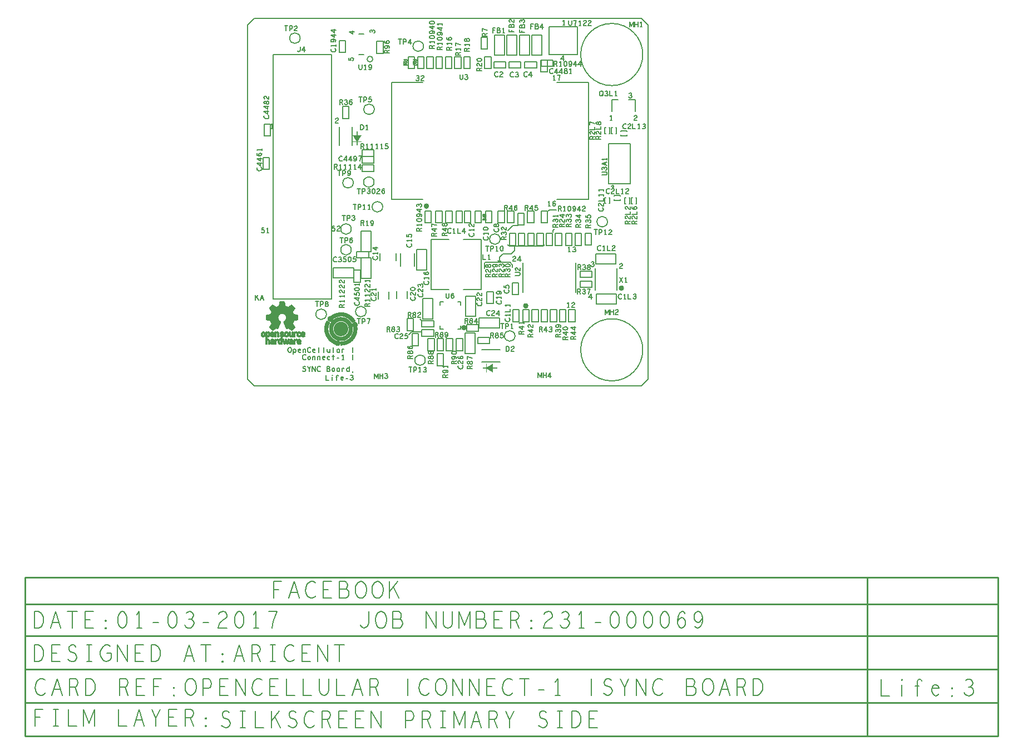
<source format=gbr>
G04 ================== begin FILE IDENTIFICATION RECORD ==================*
G04 Layout Name:  Fb_Connect1_SYNC_Life-3.brd*
G04 Film Name:    SILKTOP.gbr*
G04 File Format:  Gerber RS274X*
G04 File Origin:  Cadence Allegro 16.6-2015-S065*
G04 Origin Date:  Tue Jan 03 17:02:02 2017*
G04 *
G04 Layer:  MANUFACTURING/DETAILS*
G04 Layer:  REF DES/SILKSCREEN_TOP*
G04 Layer:  PACKAGE GEOMETRY/SILKSCREEN_TOP*
G04 Layer:  DRAWING FORMAT/SLPR*
G04 Layer:  DRAWING FORMAT/FILM_LABEL_OUTLINE*
G04 Layer:  COMPONENT VALUE/SILKSCREEN_TOP*
G04 Layer:  BOARD GEOMETRY/OUTLINE*
G04 Layer:  BOARD GEOMETRY/SILKSCREEN_TOP*
G04 *
G04 Offset:    (0.000 0.000)*
G04 Mirror:    No*
G04 Mode:      Positive*
G04 Rotation:  0*
G04 FullContactRelief:  No*
G04 UndefLineWidth:     6.000*
G04 ================== end FILE IDENTIFICATION RECORD ====================*
%FSLAX25Y25*MOIN*%
%IR0*IPPOS*OFA0.00000B0.00000*MIA0B0*SFA1.00000B1.00000*%
%ADD10C,.005*%
%ADD11C,.006*%
%ADD12C,.008*%
%ADD13C,.003375*%
%ADD14C,.005906*%
%ADD15C,.008268*%
%ADD16C,.01*%
%ADD17C,.01575*%
%ADD18C,.015748*%
G75*
%LPD*%
G75*
G36*
G01X66156Y143890D02*
X65656D01*
Y145890D01*
X63156D01*
Y146390D01*
X65656D01*
X63156Y149934D01*
X65656D01*
Y152434D01*
X66156D01*
Y149934D01*
X68656D01*
X66156Y146390D01*
X68656D01*
Y145890D01*
X66156D01*
Y143890D01*
G37*
G36*
G01X141142Y10440D02*
Y10940D01*
X143142D01*
Y13440D01*
X143642D01*
Y10940D01*
X147187Y13440D01*
Y10940D01*
X149687D01*
Y10440D01*
X147187D01*
Y7940D01*
X143642Y10440D01*
Y7940D01*
X143142D01*
Y10440D01*
X141142D01*
G37*
G54D10*
G01X4933Y51400D02*
Y54400D01*
G01X6517D02*
X4933Y52550D01*
G01X6767Y51400D02*
X5642Y53400D01*
G01X7708Y51400D02*
X8750Y54400D01*
X9792Y51400D01*
G01X9417Y52450D02*
X8083D01*
G01X5918Y130767D02*
X5768Y130517D01*
X5669Y130225D01*
Y129892D01*
X5819Y129517D01*
X6068Y129225D01*
X6369Y129017D01*
X6869Y128850D01*
X7318Y128808D01*
X7768Y128892D01*
X8069Y129017D01*
X8369Y129267D01*
X8568Y129558D01*
X8668Y129850D01*
Y130142D01*
X8568Y130433D01*
X8419Y130683D01*
X8219Y130892D01*
G01X8668Y133250D02*
X5669D01*
X7818Y131708D01*
Y133792D01*
G01X8668Y136150D02*
X5669D01*
X7818Y134608D01*
Y136692D01*
G01X7419Y137758D02*
X7068Y138050D01*
X6869Y138300D01*
X6769Y138633D01*
X6869Y138925D01*
X7068Y139133D01*
X7368Y139300D01*
X7718Y139342D01*
X8019Y139300D01*
X8319Y139133D01*
X8568Y138883D01*
X8668Y138592D01*
X8568Y138258D01*
X8269Y137967D01*
X7818Y137800D01*
X7318Y137758D01*
X6669Y137842D01*
X6319Y137967D01*
X5968Y138175D01*
X5719Y138467D01*
X5669Y138758D01*
X5768Y139050D01*
X6018Y139258D01*
G01X8668Y141450D02*
X5669D01*
X6269Y140950D01*
G01X8668D02*
Y141950D01*
G01X8433Y92168D02*
X8683Y91918D01*
X8975Y91768D01*
X9350Y91718D01*
X9725Y91818D01*
X10017Y92018D01*
X10225Y92368D01*
X10267Y92768D01*
X10183Y93168D01*
X9975Y93418D01*
X9683Y93618D01*
X9392Y93668D01*
X9100Y93618D01*
X8725Y93418D01*
X8850Y94718D01*
X9975D01*
G01X12250Y91718D02*
Y94718D01*
X11750Y94118D01*
G01Y91718D02*
X12750D01*
G01X14800Y153918D02*
Y156918D01*
X14300Y156318D01*
G01Y153918D02*
X15300D01*
G01X10218Y161867D02*
X10069Y161617D01*
X9969Y161325D01*
Y160992D01*
X10119Y160617D01*
X10368Y160325D01*
X10668Y160117D01*
X11168Y159950D01*
X11619Y159908D01*
X12068Y159992D01*
X12368Y160117D01*
X12669Y160367D01*
X12868Y160658D01*
X12968Y160950D01*
Y161242D01*
X12868Y161533D01*
X12719Y161783D01*
X12519Y161992D01*
G01X12968Y164350D02*
X9969D01*
X12118Y162808D01*
Y164892D01*
G01X12968Y167250D02*
X9969D01*
X12118Y165708D01*
Y167792D01*
G01X12968Y169650D02*
X12918Y169942D01*
X12768Y170275D01*
X12519Y170483D01*
X12168Y170567D01*
X11819Y170483D01*
X11519Y170233D01*
X11368Y169858D01*
Y169442D01*
X11268Y169192D01*
X11019Y168983D01*
X10668Y168900D01*
X10318Y169025D01*
X10069Y169317D01*
X9969Y169650D01*
X10069Y169983D01*
X10318Y170275D01*
X10668Y170400D01*
X11019Y170317D01*
X11268Y170108D01*
X11368Y169858D01*
Y169442D01*
X11519Y169067D01*
X11819Y168817D01*
X12168Y168733D01*
X12519Y168817D01*
X12768Y169025D01*
X12918Y169358D01*
X12968Y169650D01*
G01X10468Y171758D02*
X10168Y172008D01*
X10019Y172300D01*
X9969Y172633D01*
X10069Y173050D01*
X10318Y173342D01*
X10618Y173425D01*
X10919Y173383D01*
X11168Y173217D01*
X11669Y172383D01*
X12018Y172008D01*
X12519Y171758D01*
X12968Y171675D01*
Y173425D01*
G01X23318Y215535D02*
Y212535D01*
G01X22360Y215535D02*
X24277D01*
G01X25385Y212535D02*
Y215535D01*
X26385D01*
X26718Y215384D01*
X26968Y215035D01*
X27052Y214635D01*
X26968Y214235D01*
X26760Y213935D01*
X26385Y213784D01*
X25385D01*
G01X28327Y215035D02*
X28577Y215335D01*
X28869Y215485D01*
X29202Y215535D01*
X29619Y215435D01*
X29910Y215185D01*
X29994Y214885D01*
X29952Y214584D01*
X29785Y214335D01*
X28952Y213835D01*
X28577Y213485D01*
X28327Y212984D01*
X28244Y212535D01*
X29994D01*
G01X33275Y9100D02*
X33608Y8850D01*
X33983Y8700D01*
X34317D01*
X34650Y8850D01*
X34900Y9100D01*
X35025Y9450D01*
X34942Y9800D01*
X34733Y10100D01*
X34358Y10300D01*
X33858Y10400D01*
X33567Y10600D01*
X33442Y10950D01*
X33525Y11300D01*
X33733Y11550D01*
X34025Y11700D01*
X34317D01*
X34608Y11600D01*
X34858Y11350D01*
G01X37050Y8700D02*
Y10050D01*
X36217Y11700D01*
G01X37883D02*
X37050Y10050D01*
G01X38992Y8700D02*
Y11700D01*
X40908Y8700D01*
Y11700D01*
G01X43767Y11450D02*
X43517Y11600D01*
X43225Y11700D01*
X42892D01*
X42517Y11550D01*
X42225Y11300D01*
X42017Y11000D01*
X41850Y10500D01*
X41808Y10050D01*
X41892Y9600D01*
X42017Y9300D01*
X42267Y9000D01*
X42558Y8800D01*
X42850Y8700D01*
X43142D01*
X43433Y8800D01*
X43683Y8950D01*
X43892Y9150D01*
G01X48983Y10300D02*
X49150Y10450D01*
X49275Y10700D01*
X49358Y11050D01*
X49275Y11350D01*
X49108Y11550D01*
X48817Y11700D01*
X47692D01*
Y8700D01*
X49067D01*
X49358Y8900D01*
X49525Y9200D01*
X49608Y9550D01*
X49525Y9900D01*
X49275Y10200D01*
X48983Y10300D01*
X47692D01*
G01X51550Y8700D02*
X51300Y8750D01*
X51050Y8950D01*
X50883Y9300D01*
X50800Y9700D01*
X50883Y10100D01*
X51050Y10450D01*
X51300Y10650D01*
X51550Y10700D01*
X51800Y10650D01*
X52050Y10450D01*
X52217Y10100D01*
X52258Y9700D01*
X52217Y9300D01*
X52050Y8950D01*
X51800Y8750D01*
X51550Y8700D01*
G01X55200D02*
Y10700D01*
G01Y10350D02*
X55033Y10550D01*
X54783Y10650D01*
X54492Y10700D01*
X54200Y10600D01*
X53950Y10400D01*
X53783Y10100D01*
X53700Y9700D01*
X53783Y9300D01*
X53950Y9000D01*
X54200Y8800D01*
X54492Y8700D01*
X54783Y8750D01*
X55033Y8900D01*
X55200Y9100D01*
G01X56767Y8700D02*
Y10700D01*
G01Y10300D02*
X56975Y10500D01*
X57183Y10650D01*
X57475Y10700D01*
X57683Y10650D01*
X57933Y10500D01*
G01X61000Y11700D02*
Y8700D01*
G01Y9150D02*
X60833Y8900D01*
X60583Y8750D01*
X60292Y8700D01*
X59958Y8800D01*
X59708Y9050D01*
X59542Y9350D01*
X59500Y9700D01*
X59542Y10050D01*
X59708Y10350D01*
X59958Y10600D01*
X60292Y10700D01*
X60583Y10650D01*
X60792Y10550D01*
X61000Y10350D01*
G01X63067Y8150D02*
X63233Y8800D01*
G01X35067Y18450D02*
X34817Y18600D01*
X34525Y18700D01*
X34192D01*
X33817Y18550D01*
X33525Y18300D01*
X33317Y18000D01*
X33150Y17500D01*
X33108Y17050D01*
X33192Y16600D01*
X33317Y16300D01*
X33567Y16000D01*
X33858Y15800D01*
X34150Y15700D01*
X34442D01*
X34733Y15800D01*
X34983Y15950D01*
X35192Y16150D01*
G01X37050Y15700D02*
X36800Y15750D01*
X36550Y15950D01*
X36383Y16300D01*
X36300Y16700D01*
X36383Y17100D01*
X36550Y17450D01*
X36800Y17650D01*
X37050Y17700D01*
X37300Y17650D01*
X37550Y17450D01*
X37717Y17100D01*
X37758Y16700D01*
X37717Y16300D01*
X37550Y15950D01*
X37300Y15750D01*
X37050Y15700D01*
G01X39242D02*
Y17700D01*
G01Y17200D02*
X39408Y17450D01*
X39658Y17650D01*
X39992Y17700D01*
X40283Y17650D01*
X40533Y17450D01*
X40658Y17100D01*
Y15700D01*
G01X42142D02*
Y17700D01*
G01Y17200D02*
X42308Y17450D01*
X42558Y17650D01*
X42892Y17700D01*
X43183Y17650D01*
X43433Y17450D01*
X43558Y17100D01*
Y15700D01*
G01X45125Y17050D02*
X46458D01*
X46333Y17400D01*
X46125Y17600D01*
X45833Y17700D01*
X45542Y17650D01*
X45292Y17500D01*
X45125Y17150D01*
X45042Y16850D01*
Y16550D01*
X45125Y16250D01*
X45333Y15950D01*
X45583Y15750D01*
X45875Y15700D01*
X46167Y15800D01*
X46458Y16100D01*
G01X49317Y17450D02*
X49025Y17650D01*
X48775Y17700D01*
X48442Y17600D01*
X48192Y17400D01*
X48025Y17050D01*
X47983Y16700D01*
X48025Y16350D01*
X48192Y16050D01*
X48442Y15800D01*
X48775Y15700D01*
X49067Y15800D01*
X49317Y16000D01*
G01X51550Y18700D02*
Y15700D01*
G01X50967Y17700D02*
X52133D01*
G01X53908Y16700D02*
X54992D01*
G01X57350Y15700D02*
Y18700D01*
X56850Y18100D01*
G01Y15700D02*
X57850D01*
G01X63150D02*
Y18700D01*
G01X25450Y20100D02*
X25117Y20150D01*
X24825Y20350D01*
X24575Y20650D01*
X24408Y21000D01*
X24325Y21400D01*
Y21800D01*
X24408Y22200D01*
X24575Y22550D01*
X24825Y22850D01*
X25117Y23050D01*
X25450Y23100D01*
X25783Y23050D01*
X26075Y22850D01*
X26325Y22550D01*
X26492Y22200D01*
X26575Y21800D01*
Y21400D01*
X26492Y21000D01*
X26325Y20650D01*
X26075Y20350D01*
X25783Y20150D01*
X25450Y20100D01*
G01X27600Y19100D02*
Y22100D01*
G01Y21650D02*
X27808Y21900D01*
X28017Y22050D01*
X28350Y22100D01*
X28642Y22050D01*
X28933Y21800D01*
X29058Y21450D01*
X29100Y21100D01*
X29058Y20750D01*
X28933Y20400D01*
X28683Y20200D01*
X28350Y20100D01*
X28058Y20150D01*
X27767Y20300D01*
X27600Y20500D01*
G01X30625Y21450D02*
X31958D01*
X31833Y21800D01*
X31625Y22000D01*
X31333Y22100D01*
X31042Y22050D01*
X30792Y21900D01*
X30625Y21550D01*
X30542Y21250D01*
Y20950D01*
X30625Y20650D01*
X30833Y20350D01*
X31083Y20150D01*
X31375Y20100D01*
X31667Y20200D01*
X31958Y20500D01*
G01X33442Y20100D02*
Y22100D01*
G01Y21600D02*
X33608Y21850D01*
X33858Y22050D01*
X34192Y22100D01*
X34483Y22050D01*
X34733Y21850D01*
X34858Y21500D01*
Y20100D01*
G01X37967Y22850D02*
X37717Y23000D01*
X37425Y23100D01*
X37092D01*
X36717Y22950D01*
X36425Y22700D01*
X36217Y22400D01*
X36050Y21900D01*
X36008Y21450D01*
X36092Y21000D01*
X36217Y20700D01*
X36467Y20400D01*
X36758Y20200D01*
X37050Y20100D01*
X37342D01*
X37633Y20200D01*
X37883Y20350D01*
X38092Y20550D01*
G01X39325Y21450D02*
X40658D01*
X40533Y21800D01*
X40325Y22000D01*
X40033Y22100D01*
X39742Y22050D01*
X39492Y21900D01*
X39325Y21550D01*
X39242Y21250D01*
Y20950D01*
X39325Y20650D01*
X39533Y20350D01*
X39783Y20150D01*
X40075Y20100D01*
X40367Y20200D01*
X40658Y20500D01*
G01X42850Y20100D02*
Y23100D01*
G01X45750Y20100D02*
Y23100D01*
G01X47942Y22100D02*
Y20700D01*
X48108Y20350D01*
X48358Y20150D01*
X48650Y20100D01*
X48942Y20150D01*
X49192Y20350D01*
X49358Y20700D01*
G01Y20100D02*
Y22100D01*
G01X51550Y20100D02*
Y23100D01*
G01X55200Y20100D02*
Y22100D01*
G01Y21750D02*
X55033Y21950D01*
X54783Y22050D01*
X54492Y22100D01*
X54200Y22000D01*
X53950Y21800D01*
X53783Y21500D01*
X53700Y21100D01*
X53783Y20700D01*
X53950Y20400D01*
X54200Y20200D01*
X54492Y20100D01*
X54783Y20150D01*
X55033Y20300D01*
X55200Y20500D01*
G01X56767Y20100D02*
Y22100D01*
G01Y21700D02*
X56975Y21900D01*
X57183Y22050D01*
X57475Y22100D01*
X57683Y22050D01*
X57933Y21900D01*
G01X63150Y20100D02*
Y23100D01*
G01X41818Y50535D02*
Y47535D01*
G01X40860Y50535D02*
X42777D01*
G01X43885Y47535D02*
Y50535D01*
X44885D01*
X45218Y50384D01*
X45468Y50035D01*
X45552Y49635D01*
X45468Y49235D01*
X45260Y48935D01*
X44885Y48784D01*
X43885D01*
G01X47618Y47535D02*
X47910Y47585D01*
X48244Y47735D01*
X48452Y47984D01*
X48535Y48335D01*
X48452Y48684D01*
X48202Y48985D01*
X47827Y49135D01*
X47410D01*
X47160Y49235D01*
X46952Y49484D01*
X46868Y49835D01*
X46994Y50185D01*
X47285Y50435D01*
X47618Y50535D01*
X47952Y50435D01*
X48244Y50185D01*
X48368Y49835D01*
X48285Y49484D01*
X48077Y49235D01*
X47827Y49135D01*
X47410D01*
X47035Y48985D01*
X46785Y48684D01*
X46702Y48335D01*
X46785Y47984D01*
X46994Y47735D01*
X47327Y47585D01*
X47618Y47535D01*
G01X30017Y200768D02*
X30225Y200468D01*
X30475Y200268D01*
X30767Y200169D01*
X31100Y200268D01*
X31350Y200468D01*
X31600Y200768D01*
X31683Y201168D01*
Y203168D01*
G01X34250Y200169D02*
Y203168D01*
X32708Y201018D01*
X34792D01*
G01X47217Y6500D02*
Y3500D01*
X48883D01*
G01X50950Y5500D02*
Y3500D01*
G01Y6300D02*
X50867Y6350D01*
Y6450D01*
X50950Y6500D01*
X51033Y6450D01*
Y6350D01*
X50950Y6300D01*
G01X53600Y3500D02*
Y6050D01*
X53683Y6300D01*
X53850Y6450D01*
X54100Y6500D01*
X54350Y6400D01*
X54475Y6150D01*
G01X53975Y5300D02*
X53142D01*
G01X56125Y4850D02*
X57458D01*
X57333Y5200D01*
X57125Y5400D01*
X56833Y5500D01*
X56542Y5450D01*
X56292Y5300D01*
X56125Y4950D01*
X56042Y4650D01*
Y4350D01*
X56125Y4050D01*
X56333Y3750D01*
X56583Y3550D01*
X56875Y3500D01*
X57167Y3600D01*
X57458Y3900D01*
G01X59108Y4500D02*
X60192D01*
G01X61633Y4100D02*
X61883Y3750D01*
X62217Y3550D01*
X62592Y3500D01*
X62925Y3550D01*
X63258Y3800D01*
X63467Y4100D01*
X63508Y4400D01*
X63425Y4750D01*
X63133Y5000D01*
X62842Y5100D01*
X62467D01*
G01X62842D02*
X63092Y5250D01*
X63300Y5500D01*
X63383Y5800D01*
X63300Y6100D01*
X63092Y6350D01*
X62717Y6500D01*
X62342Y6450D01*
X61967Y6250D01*
G01X58200Y47117D02*
X55200D01*
Y48158D01*
X55350Y48492D01*
X55550Y48700D01*
X55950Y48783D01*
X56350Y48700D01*
X56600Y48450D01*
X56750Y48158D01*
Y47117D01*
G01Y48158D02*
X58200Y48783D01*
G01Y50850D02*
X55200D01*
X55800Y50350D01*
G01X58200D02*
Y51350D01*
G01Y53750D02*
X55200D01*
X55800Y53250D01*
G01X58200D02*
Y54250D01*
G01X55700Y55858D02*
X55400Y56108D01*
X55250Y56400D01*
X55200Y56733D01*
X55300Y57150D01*
X55550Y57442D01*
X55850Y57525D01*
X56150Y57483D01*
X56400Y57317D01*
X56900Y56483D01*
X57250Y56108D01*
X57750Y55858D01*
X58200Y55775D01*
Y57525D01*
G01X55700Y58758D02*
X55400Y59008D01*
X55250Y59300D01*
X55200Y59633D01*
X55300Y60050D01*
X55550Y60342D01*
X55850Y60425D01*
X56150Y60383D01*
X56400Y60217D01*
X56900Y59383D01*
X57250Y59008D01*
X57750Y58758D01*
X58200Y58675D01*
Y60425D01*
G01X55700Y61658D02*
X55400Y61908D01*
X55250Y62200D01*
X55200Y62533D01*
X55300Y62950D01*
X55550Y63242D01*
X55850Y63325D01*
X56150Y63283D01*
X56400Y63117D01*
X56900Y62283D01*
X57250Y61908D01*
X57750Y61658D01*
X58200Y61575D01*
Y63325D01*
G01X53497Y77000D02*
X53247Y77150D01*
X52955Y77250D01*
X52622D01*
X52247Y77100D01*
X51955Y76850D01*
X51747Y76550D01*
X51580Y76050D01*
X51538Y75600D01*
X51622Y75150D01*
X51747Y74850D01*
X51997Y74550D01*
X52288Y74350D01*
X52580Y74250D01*
X52872D01*
X53163Y74350D01*
X53413Y74500D01*
X53622Y74700D01*
G01X54563Y74850D02*
X54813Y74500D01*
X55147Y74300D01*
X55522Y74250D01*
X55855Y74300D01*
X56188Y74550D01*
X56397Y74850D01*
X56438Y75150D01*
X56355Y75500D01*
X56063Y75750D01*
X55772Y75850D01*
X55397D01*
G01X55772D02*
X56022Y76000D01*
X56230Y76250D01*
X56313Y76550D01*
X56230Y76850D01*
X56022Y77100D01*
X55647Y77250D01*
X55272Y77200D01*
X54897Y77000D01*
G01X57463Y74700D02*
X57713Y74450D01*
X58005Y74300D01*
X58380Y74250D01*
X58755Y74350D01*
X59046Y74550D01*
X59255Y74900D01*
X59297Y75300D01*
X59213Y75700D01*
X59005Y75950D01*
X58713Y76150D01*
X58422Y76200D01*
X58130Y76150D01*
X57755Y75950D01*
X57880Y77250D01*
X59005D01*
G01X61280D02*
X60946Y77150D01*
X60697Y76900D01*
X60530Y76600D01*
X60405Y76200D01*
X60363Y75750D01*
X60405Y75300D01*
X60530Y74900D01*
X60697Y74600D01*
X60946Y74350D01*
X61280Y74250D01*
X61613Y74350D01*
X61863Y74600D01*
X62030Y74900D01*
X62155Y75300D01*
X62197Y75750D01*
X62155Y76200D01*
X62030Y76600D01*
X61863Y76900D01*
X61613Y77150D01*
X61280Y77250D01*
G01X63263Y74700D02*
X63513Y74450D01*
X63805Y74300D01*
X64180Y74250D01*
X64555Y74350D01*
X64847Y74550D01*
X65055Y74900D01*
X65097Y75300D01*
X65013Y75700D01*
X64805Y75950D01*
X64513Y76150D01*
X64222Y76200D01*
X63930Y76150D01*
X63555Y75950D01*
X63680Y77250D01*
X64805D01*
G01X50733Y93168D02*
X50983Y92918D01*
X51275Y92768D01*
X51650Y92718D01*
X52025Y92818D01*
X52317Y93018D01*
X52525Y93368D01*
X52567Y93768D01*
X52483Y94168D01*
X52275Y94418D01*
X51983Y94618D01*
X51692Y94668D01*
X51400Y94618D01*
X51025Y94418D01*
X51150Y95718D01*
X52275D01*
G01X53758Y95218D02*
X54008Y95518D01*
X54300Y95668D01*
X54633Y95718D01*
X55050Y95618D01*
X55342Y95368D01*
X55425Y95068D01*
X55383Y94768D01*
X55217Y94518D01*
X54383Y94018D01*
X54008Y93668D01*
X53758Y93168D01*
X53675Y92718D01*
X55425D01*
G01X56418Y88735D02*
Y85735D01*
G01X55460Y88735D02*
X57377D01*
G01X58485Y85735D02*
Y88735D01*
X59485D01*
X59818Y88584D01*
X60068Y88235D01*
X60152Y87835D01*
X60068Y87435D01*
X59860Y87135D01*
X59485Y86985D01*
X58485D01*
G01X61427D02*
X61718Y87335D01*
X61968Y87535D01*
X62302Y87635D01*
X62593Y87535D01*
X62802Y87335D01*
X62968Y87035D01*
X63010Y86685D01*
X62968Y86385D01*
X62802Y86085D01*
X62552Y85835D01*
X62260Y85735D01*
X61927Y85835D01*
X61635Y86134D01*
X61468Y86585D01*
X61427Y87085D01*
X61510Y87734D01*
X61635Y88085D01*
X61843Y88435D01*
X62135Y88685D01*
X62427Y88735D01*
X62718Y88635D01*
X62927Y88385D01*
G01X57718Y102085D02*
Y99085D01*
G01X56760Y102085D02*
X58677D01*
G01X59785Y99085D02*
Y102085D01*
X60785D01*
X61118Y101934D01*
X61368Y101585D01*
X61452Y101185D01*
X61368Y100785D01*
X61160Y100485D01*
X60785Y100335D01*
X59785D01*
G01X62602Y99685D02*
X62852Y99334D01*
X63185Y99135D01*
X63560Y99085D01*
X63893Y99135D01*
X64227Y99385D01*
X64435Y99685D01*
X64477Y99985D01*
X64393Y100335D01*
X64102Y100585D01*
X63810Y100685D01*
X63435D01*
G01X63810D02*
X64060Y100835D01*
X64268Y101084D01*
X64352Y101385D01*
X64268Y101685D01*
X64060Y101934D01*
X63685Y102085D01*
X63310Y102035D01*
X62935Y101835D01*
G01X55118Y128935D02*
Y125935D01*
G01X54160Y128935D02*
X56077D01*
G01X57185Y125935D02*
Y128935D01*
X58185D01*
X58518Y128785D01*
X58768Y128435D01*
X58852Y128035D01*
X58768Y127635D01*
X58560Y127335D01*
X58185Y127185D01*
X57185D01*
G01X60210Y126284D02*
X60502Y126035D01*
X60835Y125935D01*
X61168Y126035D01*
X61460Y126335D01*
X61668Y126785D01*
X61752Y127235D01*
Y127785D01*
X61668Y128235D01*
X61460Y128635D01*
X61210Y128835D01*
X60918Y128935D01*
X60585Y128835D01*
X60335Y128635D01*
X60168Y128335D01*
X60085Y127934D01*
X60168Y127585D01*
X60377Y127235D01*
X60627Y127034D01*
X60918Y126985D01*
X61252Y127084D01*
X61502Y127335D01*
X61752Y127785D01*
G01X52148Y129750D02*
Y132750D01*
X53190D01*
X53523Y132600D01*
X53732Y132400D01*
X53815Y132000D01*
X53732Y131600D01*
X53482Y131350D01*
X53190Y131200D01*
X52148D01*
G01X53190D02*
X53815Y129750D01*
G01X55882D02*
Y132750D01*
X55382Y132150D01*
G01Y129750D02*
X56381D01*
G01X58782D02*
Y132750D01*
X58282Y132150D01*
G01Y129750D02*
X59281D01*
G01X61682D02*
Y132750D01*
X61182Y132150D01*
G01Y129750D02*
X62181D01*
G01X64582D02*
Y132750D01*
X64082Y132150D01*
G01Y129750D02*
X65081D01*
G01X67982D02*
Y132750D01*
X66440Y130600D01*
X68523D01*
G01X56874Y137300D02*
X56624Y137450D01*
X56333Y137550D01*
X55999D01*
X55624Y137400D01*
X55333Y137150D01*
X55124Y136850D01*
X54958Y136350D01*
X54916Y135900D01*
X54999Y135450D01*
X55124Y135150D01*
X55374Y134850D01*
X55666Y134650D01*
X55958Y134550D01*
X56249D01*
X56541Y134650D01*
X56791Y134800D01*
X56999Y135000D01*
G01X59358Y134550D02*
Y137550D01*
X57816Y135400D01*
X59899D01*
G01X62258Y134550D02*
Y137550D01*
X60716Y135400D01*
X62799D01*
G01X63949Y134900D02*
X64241Y134650D01*
X64574Y134550D01*
X64908Y134650D01*
X65199Y134950D01*
X65408Y135400D01*
X65491Y135850D01*
Y136400D01*
X65408Y136850D01*
X65199Y137250D01*
X64949Y137450D01*
X64658Y137550D01*
X64324Y137450D01*
X64074Y137250D01*
X63908Y136950D01*
X63824Y136550D01*
X63908Y136200D01*
X64116Y135850D01*
X64366Y135650D01*
X64658Y135600D01*
X64991Y135700D01*
X65241Y135950D01*
X65491Y136400D01*
G01X67474Y134550D02*
X67558Y135200D01*
X67683Y135750D01*
X67849Y136250D01*
X68058Y136800D01*
X68391Y137550D01*
X66724D01*
G01X52808Y159818D02*
X53058Y160118D01*
X53350Y160268D01*
X53683Y160318D01*
X54100Y160218D01*
X54392Y159968D01*
X54475Y159668D01*
X54433Y159368D01*
X54267Y159118D01*
X53433Y158618D01*
X53058Y158268D01*
X52808Y157768D01*
X52725Y157318D01*
X54475D01*
G01X55385Y168324D02*
Y171324D01*
X56427D01*
X56760Y171174D01*
X56968Y170974D01*
X57052Y170574D01*
X56968Y170174D01*
X56718Y169924D01*
X56427Y169774D01*
X55385D01*
G01X56427D02*
X57052Y168324D01*
G01X58202Y168924D02*
X58452Y168574D01*
X58785Y168374D01*
X59160Y168324D01*
X59494Y168374D01*
X59827Y168624D01*
X60035Y168924D01*
X60077Y169224D01*
X59994Y169574D01*
X59702Y169824D01*
X59410Y169924D01*
X59035D01*
G01X59410D02*
X59660Y170074D01*
X59868Y170324D01*
X59952Y170624D01*
X59868Y170924D01*
X59660Y171174D01*
X59285Y171324D01*
X58910Y171274D01*
X58535Y171074D01*
G01X61227Y169574D02*
X61518Y169924D01*
X61768Y170124D01*
X62102Y170224D01*
X62393Y170124D01*
X62602Y169924D01*
X62768Y169624D01*
X62810Y169274D01*
X62768Y168974D01*
X62602Y168674D01*
X62352Y168424D01*
X62060Y168324D01*
X61727Y168424D01*
X61435Y168724D01*
X61268Y169174D01*
X61227Y169674D01*
X61310Y170324D01*
X61435Y170674D01*
X61643Y171024D01*
X61935Y171274D01*
X62227Y171324D01*
X62518Y171224D01*
X62727Y170974D01*
G01X50267Y201851D02*
X50117Y201601D01*
X50017Y201310D01*
Y200976D01*
X50167Y200601D01*
X50417Y200310D01*
X50717Y200101D01*
X51217Y199934D01*
X51667Y199893D01*
X52117Y199976D01*
X52417Y200101D01*
X52717Y200351D01*
X52917Y200643D01*
X53017Y200935D01*
Y201226D01*
X52917Y201518D01*
X52767Y201768D01*
X52567Y201976D01*
G01X53017Y203834D02*
X50017D01*
X50617Y203335D01*
G01X53017D02*
Y204334D01*
G01X52667Y206026D02*
X52917Y206318D01*
X53017Y206651D01*
X52917Y206984D01*
X52617Y207276D01*
X52167Y207484D01*
X51717Y207568D01*
X51167D01*
X50717Y207484D01*
X50317Y207276D01*
X50117Y207026D01*
X50017Y206734D01*
X50117Y206401D01*
X50317Y206151D01*
X50617Y205984D01*
X51017Y205901D01*
X51367Y205984D01*
X51717Y206193D01*
X51917Y206443D01*
X51967Y206734D01*
X51867Y207068D01*
X51617Y207318D01*
X51167Y207568D01*
G01X53017Y210134D02*
X50017D01*
X52167Y208593D01*
Y210676D01*
G01X53017Y213034D02*
X50017D01*
X52167Y211493D01*
Y213576D01*
G01X66918Y40235D02*
Y37235D01*
G01X65960Y40235D02*
X67877D01*
G01X68985Y37235D02*
Y40235D01*
X69985D01*
X70318Y40085D01*
X70568Y39735D01*
X70652Y39335D01*
X70568Y38935D01*
X70360Y38635D01*
X69985Y38485D01*
X68985D01*
G01X72635Y37235D02*
X72718Y37885D01*
X72844Y38435D01*
X73010Y38935D01*
X73218Y39485D01*
X73552Y40235D01*
X71885D01*
G01X73400Y47617D02*
X70400D01*
Y48658D01*
X70550Y48992D01*
X70750Y49200D01*
X71150Y49283D01*
X71550Y49200D01*
X71800Y48950D01*
X71950Y48658D01*
Y47617D01*
G01Y48658D02*
X73400Y49283D01*
G01Y51350D02*
X70400D01*
X71000Y50850D01*
G01X73400D02*
Y51850D01*
G01Y54250D02*
X70400D01*
X71000Y53750D01*
G01X73400D02*
Y54750D01*
G01X70900Y56358D02*
X70600Y56608D01*
X70450Y56900D01*
X70400Y57233D01*
X70500Y57650D01*
X70750Y57942D01*
X71050Y58025D01*
X71350Y57983D01*
X71600Y57817D01*
X72100Y56983D01*
X72450Y56608D01*
X72950Y56358D01*
X73400Y56275D01*
Y58025D01*
G01X70900Y59258D02*
X70600Y59508D01*
X70450Y59800D01*
X70400Y60133D01*
X70500Y60550D01*
X70750Y60842D01*
X71050Y60925D01*
X71350Y60883D01*
X71600Y60717D01*
X72100Y59883D01*
X72450Y59508D01*
X72950Y59258D01*
X73400Y59175D01*
Y60925D01*
G01Y62950D02*
X70400D01*
X71000Y62450D01*
G01X73400D02*
Y63450D01*
G01X74450Y52967D02*
X74300Y52717D01*
X74200Y52425D01*
Y52092D01*
X74350Y51717D01*
X74600Y51425D01*
X74900Y51217D01*
X75400Y51050D01*
X75850Y51008D01*
X76300Y51092D01*
X76600Y51217D01*
X76900Y51467D01*
X77100Y51758D01*
X77200Y52050D01*
Y52342D01*
X77100Y52633D01*
X76950Y52883D01*
X76750Y53092D01*
G01X74700Y54158D02*
X74400Y54408D01*
X74250Y54700D01*
X74200Y55033D01*
X74300Y55450D01*
X74550Y55742D01*
X74850Y55825D01*
X75150Y55783D01*
X75400Y55617D01*
X75900Y54783D01*
X76250Y54408D01*
X76750Y54158D01*
X77200Y54075D01*
Y55825D01*
G01Y57850D02*
X74200D01*
X74800Y57350D01*
G01X77200D02*
Y58350D01*
G01X64500Y50154D02*
X64350Y49904D01*
X64250Y49612D01*
Y49279D01*
X64400Y48904D01*
X64650Y48612D01*
X64950Y48404D01*
X65450Y48237D01*
X65900Y48196D01*
X66350Y48279D01*
X66650Y48404D01*
X66950Y48654D01*
X67150Y48946D01*
X67250Y49237D01*
Y49529D01*
X67150Y49821D01*
X67000Y50071D01*
X66800Y50279D01*
G01X67250Y52637D02*
X64250D01*
X66400Y51096D01*
Y53179D01*
G01X66800Y54121D02*
X67050Y54371D01*
X67200Y54662D01*
X67250Y55037D01*
X67150Y55412D01*
X66950Y55704D01*
X66600Y55912D01*
X66200Y55954D01*
X65800Y55871D01*
X65550Y55662D01*
X65350Y55371D01*
X65300Y55079D01*
X65350Y54787D01*
X65550Y54412D01*
X64250Y54537D01*
Y55662D01*
G01Y57937D02*
X64350Y57604D01*
X64600Y57354D01*
X64900Y57187D01*
X65300Y57062D01*
X65750Y57021D01*
X66200Y57062D01*
X66600Y57187D01*
X66900Y57354D01*
X67150Y57604D01*
X67250Y57937D01*
X67150Y58271D01*
X66900Y58521D01*
X66600Y58687D01*
X66200Y58812D01*
X65750Y58854D01*
X65300Y58812D01*
X64900Y58687D01*
X64600Y58521D01*
X64350Y58271D01*
X64250Y57937D01*
G01X67250Y60837D02*
X64250D01*
X64850Y60337D01*
G01X67250D02*
Y61337D01*
G01X68117Y96100D02*
Y99100D01*
X69158D01*
X69492Y98950D01*
X69700Y98750D01*
X69783Y98350D01*
X69700Y97950D01*
X69450Y97700D01*
X69158Y97550D01*
X68117D01*
G01X69158D02*
X69783Y96100D01*
G01X71850D02*
Y99100D01*
X71350Y98500D01*
G01Y96100D02*
X72350D01*
G01X74042Y96450D02*
X74333Y96200D01*
X74667Y96100D01*
X75000Y96200D01*
X75292Y96500D01*
X75500Y96950D01*
X75583Y97400D01*
Y97950D01*
X75500Y98400D01*
X75292Y98800D01*
X75042Y99000D01*
X74750Y99100D01*
X74417Y99000D01*
X74167Y98800D01*
X74000Y98500D01*
X73917Y98100D01*
X74000Y97750D01*
X74208Y97400D01*
X74458Y97200D01*
X74750Y97150D01*
X75083Y97250D01*
X75333Y97500D01*
X75583Y97950D01*
G01X66918Y118184D02*
Y115184D01*
G01X65960Y118184D02*
X67877D01*
G01X68985Y115184D02*
Y118184D01*
X69985D01*
X70318Y118034D01*
X70568Y117684D01*
X70652Y117284D01*
X70568Y116884D01*
X70360Y116584D01*
X69985Y116434D01*
X68985D01*
G01X71802Y115784D02*
X72052Y115434D01*
X72385Y115234D01*
X72760Y115184D01*
X73094Y115234D01*
X73427Y115484D01*
X73635Y115784D01*
X73677Y116084D01*
X73594Y116434D01*
X73302Y116684D01*
X73010Y116784D01*
X72635D01*
G01X73010D02*
X73260Y116934D01*
X73468Y117184D01*
X73552Y117484D01*
X73468Y117784D01*
X73260Y118034D01*
X72885Y118184D01*
X72510Y118134D01*
X72135Y117934D01*
G01X75618Y118184D02*
X75285Y118084D01*
X75035Y117834D01*
X74868Y117534D01*
X74744Y117134D01*
X74702Y116684D01*
X74744Y116234D01*
X74868Y115834D01*
X75035Y115534D01*
X75285Y115284D01*
X75618Y115184D01*
X75952Y115284D01*
X76202Y115534D01*
X76368Y115834D01*
X76493Y116234D01*
X76535Y116684D01*
X76493Y117134D01*
X76368Y117534D01*
X76202Y117834D01*
X75952Y118084D01*
X75618Y118184D01*
G01X77727Y117684D02*
X77977Y117984D01*
X78268Y118134D01*
X78602Y118184D01*
X79018Y118084D01*
X79310Y117834D01*
X79394Y117534D01*
X79352Y117234D01*
X79185Y116984D01*
X78352Y116484D01*
X77977Y116134D01*
X77727Y115634D01*
X77644Y115184D01*
X79394D01*
G01X80627Y116434D02*
X80918Y116784D01*
X81168Y116984D01*
X81502Y117084D01*
X81794Y116984D01*
X82002Y116784D01*
X82168Y116484D01*
X82210Y116134D01*
X82168Y115834D01*
X82002Y115534D01*
X81752Y115284D01*
X81460Y115184D01*
X81127Y115284D01*
X80835Y115584D01*
X80668Y116034D01*
X80627Y116534D01*
X80710Y117184D01*
X80835Y117534D01*
X81044Y117884D01*
X81335Y118134D01*
X81627Y118184D01*
X81918Y118084D01*
X82127Y117834D01*
G01X64335Y108764D02*
Y105764D01*
G01X63376Y108764D02*
X65293D01*
G01X66401Y105764D02*
Y108764D01*
X67401D01*
X67735Y108614D01*
X67984Y108264D01*
X68068Y107864D01*
X67984Y107464D01*
X67776Y107164D01*
X67401Y107014D01*
X66401D01*
G01X70134Y105764D02*
Y108764D01*
X69634Y108164D01*
G01Y105764D02*
X70634D01*
G01X73034D02*
Y108764D01*
X72534Y108164D01*
G01Y105764D02*
X73534D01*
G01X68148Y141950D02*
Y144950D01*
X69190D01*
X69523Y144800D01*
X69732Y144600D01*
X69815Y144200D01*
X69732Y143800D01*
X69482Y143550D01*
X69190Y143400D01*
X68148D01*
G01X69190D02*
X69815Y141950D01*
G01X71882D02*
Y144950D01*
X71382Y144350D01*
G01Y141950D02*
X72381D01*
G01X74782D02*
Y144950D01*
X74282Y144350D01*
G01Y141950D02*
X75281D01*
G01X77682D02*
Y144950D01*
X77182Y144350D01*
G01Y141950D02*
X78181D01*
G01X80582D02*
Y144950D01*
X80082Y144350D01*
G01Y141950D02*
X81081D01*
G01X82565Y142400D02*
X82815Y142150D01*
X83106Y142000D01*
X83482Y141950D01*
X83857Y142050D01*
X84148Y142250D01*
X84357Y142600D01*
X84398Y143000D01*
X84315Y143400D01*
X84106Y143650D01*
X83815Y143850D01*
X83523Y143900D01*
X83232Y143850D01*
X82857Y143650D01*
X82982Y144950D01*
X84106D01*
G01X67895Y153394D02*
Y156394D01*
X68728D01*
X69062Y156244D01*
X69312Y156044D01*
X69520Y155744D01*
X69687Y155394D01*
X69728Y154894D01*
X69687Y154394D01*
X69520Y154044D01*
X69312Y153744D01*
X69062Y153544D01*
X68728Y153394D01*
X67895D01*
G01X71712D02*
Y156394D01*
X71212Y155794D01*
G01Y153394D02*
X72212D01*
G01X67718Y172935D02*
Y169935D01*
G01X66760Y172935D02*
X68677D01*
G01X69785Y169935D02*
Y172935D01*
X70785D01*
X71118Y172784D01*
X71368Y172435D01*
X71452Y172035D01*
X71368Y171635D01*
X71160Y171335D01*
X70785Y171184D01*
X69785D01*
G01X72602Y170384D02*
X72852Y170135D01*
X73144Y169985D01*
X73518Y169935D01*
X73894Y170035D01*
X74185Y170234D01*
X74394Y170585D01*
X74435Y170985D01*
X74352Y171385D01*
X74144Y171635D01*
X73852Y171835D01*
X73560Y171884D01*
X73268Y171835D01*
X72894Y171635D01*
X73018Y172935D01*
X74144D01*
G01X63261Y194669D02*
X63511Y194919D01*
X63661Y195210D01*
X63711Y195586D01*
X63611Y195960D01*
X63411Y196252D01*
X63061Y196461D01*
X62661Y196502D01*
X62261Y196419D01*
X62011Y196210D01*
X61811Y195919D01*
X61761Y195627D01*
X61811Y195336D01*
X62011Y194960D01*
X60711Y195086D01*
Y196210D01*
G01X66934Y192434D02*
Y190284D01*
X67100Y189833D01*
X67434Y189534D01*
X67850Y189434D01*
X68267Y189534D01*
X68600Y189833D01*
X68767Y190284D01*
Y192434D01*
G01X70750Y189434D02*
Y192434D01*
X70250Y191834D01*
G01Y189434D02*
X71250D01*
G01X72942Y189783D02*
X73234Y189534D01*
X73567Y189434D01*
X73900Y189534D01*
X74192Y189833D01*
X74400Y190284D01*
X74484Y190734D01*
Y191284D01*
X74400Y191734D01*
X74192Y192134D01*
X73942Y192334D01*
X73650Y192434D01*
X73317Y192334D01*
X73067Y192134D01*
X72900Y191834D01*
X72817Y191433D01*
X72900Y191084D01*
X73109Y190734D01*
X73359Y190533D01*
X73650Y190484D01*
X73984Y190583D01*
X74234Y190834D01*
X74484Y191284D01*
G01X75862Y211226D02*
X76212Y211476D01*
X76412Y211810D01*
X76462Y212185D01*
X76412Y212518D01*
X76162Y212851D01*
X75862Y213060D01*
X75562Y213101D01*
X75212Y213018D01*
X74962Y212726D01*
X74862Y212435D01*
Y212060D01*
G01Y212435D02*
X74712Y212685D01*
X74462Y212893D01*
X74162Y212976D01*
X73862Y212893D01*
X73612Y212685D01*
X73462Y212310D01*
X73512Y211935D01*
X73712Y211560D01*
G01X64011Y212114D02*
X61011D01*
X63161Y210572D01*
Y212655D01*
G01X76267Y4500D02*
Y7500D01*
X77350Y5000D01*
X78433Y7500D01*
Y4500D01*
G01X79375D02*
Y7500D01*
G01X81125D02*
Y4500D01*
G01Y6000D02*
X79375D01*
G01X82233Y5100D02*
X82483Y4750D01*
X82817Y4550D01*
X83192Y4500D01*
X83525Y4550D01*
X83858Y4800D01*
X84067Y5100D01*
X84108Y5400D01*
X84025Y5750D01*
X83733Y6000D01*
X83442Y6100D01*
X83067D01*
G01X83442D02*
X83692Y6250D01*
X83900Y6500D01*
X83983Y6800D01*
X83900Y7100D01*
X83692Y7350D01*
X83317Y7500D01*
X82942Y7450D01*
X82567Y7250D01*
G01X90381Y31040D02*
X90131Y31190D01*
X89840Y31290D01*
X89506D01*
X89131Y31140D01*
X88840Y30890D01*
X88631Y30590D01*
X88464Y30090D01*
X88423Y29640D01*
X88506Y29190D01*
X88631Y28890D01*
X88881Y28590D01*
X89173Y28390D01*
X89464Y28290D01*
X89756D01*
X90048Y28390D01*
X90298Y28540D01*
X90506Y28740D01*
G01X91573Y30790D02*
X91823Y31090D01*
X92114Y31240D01*
X92448Y31290D01*
X92864Y31190D01*
X93156Y30940D01*
X93240Y30640D01*
X93198Y30340D01*
X93031Y30090D01*
X92198Y29590D01*
X91823Y29240D01*
X91573Y28740D01*
X91490Y28290D01*
X93240D01*
G01X94348Y28740D02*
X94598Y28490D01*
X94890Y28340D01*
X95264Y28290D01*
X95640Y28390D01*
X95931Y28590D01*
X96140Y28940D01*
X96181Y29340D01*
X96098Y29740D01*
X95890Y29990D01*
X95598Y30190D01*
X95306Y30240D01*
X95014Y30190D01*
X94640Y29990D01*
X94764Y31290D01*
X95890D01*
G01X83693Y32490D02*
Y35490D01*
X84735D01*
X85068Y35340D01*
X85277Y35140D01*
X85360Y34740D01*
X85277Y34340D01*
X85027Y34090D01*
X84735Y33940D01*
X83693D01*
G01X84735D02*
X85360Y32490D01*
G01X87427D02*
X87718Y32540D01*
X88052Y32690D01*
X88260Y32940D01*
X88343Y33290D01*
X88260Y33640D01*
X88010Y33940D01*
X87635Y34090D01*
X87218D01*
X86968Y34190D01*
X86760Y34440D01*
X86677Y34790D01*
X86802Y35140D01*
X87093Y35390D01*
X87427Y35490D01*
X87760Y35390D01*
X88052Y35140D01*
X88177Y34790D01*
X88093Y34440D01*
X87885Y34190D01*
X87635Y34090D01*
X87218D01*
X86843Y33940D01*
X86593Y33640D01*
X86510Y33290D01*
X86593Y32940D01*
X86802Y32690D01*
X87135Y32540D01*
X87427Y32490D01*
G01X89410Y33090D02*
X89660Y32740D01*
X89993Y32540D01*
X90368Y32490D01*
X90702Y32540D01*
X91035Y32790D01*
X91243Y33090D01*
X91285Y33390D01*
X91202Y33740D01*
X90910Y33990D01*
X90618Y34090D01*
X90243D01*
G01X90618D02*
X90868Y34240D01*
X91077Y34490D01*
X91160Y34790D01*
X91077Y35090D01*
X90868Y35340D01*
X90493Y35490D01*
X90118Y35440D01*
X89743Y35240D01*
G01X75350Y77467D02*
X75200Y77217D01*
X75100Y76925D01*
Y76592D01*
X75250Y76217D01*
X75500Y75925D01*
X75800Y75717D01*
X76300Y75550D01*
X76750Y75508D01*
X77200Y75592D01*
X77500Y75717D01*
X77800Y75967D01*
X78000Y76258D01*
X78100Y76550D01*
Y76842D01*
X78000Y77133D01*
X77850Y77383D01*
X77650Y77592D01*
G01X78100Y79450D02*
X75100D01*
X75700Y78950D01*
G01X78100D02*
Y79950D01*
G01Y82850D02*
X75100D01*
X77250Y81308D01*
Y83392D01*
G01X85200Y199217D02*
X82200D01*
Y200258D01*
X82350Y200592D01*
X82550Y200800D01*
X82950Y200883D01*
X83350Y200800D01*
X83600Y200550D01*
X83750Y200258D01*
Y199217D01*
G01Y200258D02*
X85200Y200883D01*
G01X84850Y202242D02*
X85100Y202533D01*
X85200Y202867D01*
X85100Y203200D01*
X84800Y203492D01*
X84350Y203700D01*
X83900Y203783D01*
X83350D01*
X82900Y203700D01*
X82500Y203492D01*
X82300Y203242D01*
X82200Y202950D01*
X82300Y202617D01*
X82500Y202367D01*
X82800Y202200D01*
X83200Y202117D01*
X83550Y202200D01*
X83900Y202408D01*
X84100Y202658D01*
X84150Y202950D01*
X84050Y203283D01*
X83800Y203533D01*
X83350Y203783D01*
G01X83950Y205058D02*
X83600Y205350D01*
X83400Y205600D01*
X83300Y205933D01*
X83400Y206225D01*
X83600Y206433D01*
X83900Y206600D01*
X84250Y206642D01*
X84550Y206600D01*
X84850Y206433D01*
X85100Y206183D01*
X85200Y205892D01*
X85100Y205558D01*
X84800Y205267D01*
X84350Y205100D01*
X83850Y205058D01*
X83200Y205142D01*
X82850Y205267D01*
X82500Y205475D01*
X82250Y205767D01*
X82200Y206058D01*
X82300Y206350D01*
X82550Y206558D01*
G01X91581Y207635D02*
Y204635D01*
G01X90622Y207635D02*
X92539D01*
G01X93647Y204635D02*
Y207635D01*
X94647D01*
X94981Y207484D01*
X95231Y207135D01*
X95314Y206735D01*
X95231Y206335D01*
X95022Y206035D01*
X94647Y205884D01*
X93647D01*
G01X97881Y204635D02*
Y207635D01*
X96339Y205485D01*
X98422D01*
G01X97664Y11224D02*
Y8224D01*
G01X96706Y11224D02*
X98623D01*
G01X99731Y8224D02*
Y11224D01*
X100731D01*
X101064Y11074D01*
X101314Y10724D01*
X101398Y10324D01*
X101314Y9924D01*
X101106Y9624D01*
X100731Y9474D01*
X99731D01*
G01X103464Y8224D02*
Y11224D01*
X102964Y10624D01*
G01Y8224D02*
X103964D01*
G01X105448Y8824D02*
X105698Y8474D01*
X106031Y8274D01*
X106406Y8224D01*
X106740Y8274D01*
X107073Y8524D01*
X107281Y8824D01*
X107323Y9124D01*
X107240Y9474D01*
X106948Y9724D01*
X106656Y9824D01*
X106281D01*
G01X106656D02*
X106906Y9974D01*
X107114Y10224D01*
X107198Y10524D01*
X107114Y10824D01*
X106906Y11074D01*
X106531Y11224D01*
X106156Y11174D01*
X105781Y10974D01*
G01X99077Y16406D02*
X96077D01*
Y17448D01*
X96227Y17782D01*
X96427Y17990D01*
X96827Y18073D01*
X97227Y17990D01*
X97477Y17740D01*
X97627Y17448D01*
Y16406D01*
G01Y17448D02*
X99077Y18073D01*
G01Y20140D02*
X99027Y20431D01*
X98877Y20765D01*
X98627Y20973D01*
X98277Y21056D01*
X97927Y20973D01*
X97627Y20723D01*
X97477Y20348D01*
Y19932D01*
X97377Y19682D01*
X97127Y19473D01*
X96777Y19390D01*
X96427Y19515D01*
X96177Y19806D01*
X96077Y20140D01*
X96177Y20473D01*
X96427Y20765D01*
X96777Y20890D01*
X97127Y20806D01*
X97377Y20598D01*
X97477Y20348D01*
Y19932D01*
X97627Y19556D01*
X97927Y19306D01*
X98277Y19223D01*
X98627Y19306D01*
X98877Y19515D01*
X99027Y19848D01*
X99077Y20140D01*
G01X97827Y22248D02*
X97477Y22540D01*
X97277Y22790D01*
X97177Y23123D01*
X97277Y23415D01*
X97477Y23623D01*
X97777Y23790D01*
X98127Y23832D01*
X98427Y23790D01*
X98727Y23623D01*
X98977Y23373D01*
X99077Y23082D01*
X98977Y22748D01*
X98677Y22456D01*
X98227Y22290D01*
X97727Y22248D01*
X97077Y22331D01*
X96727Y22456D01*
X96377Y22665D01*
X96127Y22956D01*
X96077Y23248D01*
X96177Y23540D01*
X96427Y23748D01*
G01X96331Y40990D02*
Y43990D01*
X97373D01*
X97706Y43840D01*
X97914Y43640D01*
X97998Y43240D01*
X97914Y42840D01*
X97664Y42590D01*
X97373Y42440D01*
X96331D01*
G01X97373D02*
X97998Y40990D01*
G01X100064D02*
X100356Y41040D01*
X100690Y41190D01*
X100898Y41440D01*
X100981Y41790D01*
X100898Y42140D01*
X100648Y42440D01*
X100273Y42590D01*
X99856D01*
X99606Y42690D01*
X99398Y42940D01*
X99314Y43290D01*
X99440Y43640D01*
X99731Y43890D01*
X100064Y43990D01*
X100398Y43890D01*
X100690Y43640D01*
X100814Y43290D01*
X100731Y42940D01*
X100523Y42690D01*
X100273Y42590D01*
X99856D01*
X99481Y42440D01*
X99231Y42140D01*
X99148Y41790D01*
X99231Y41440D01*
X99440Y41190D01*
X99773Y41040D01*
X100064Y40990D01*
G01X102173Y43490D02*
X102423Y43790D01*
X102714Y43940D01*
X103048Y43990D01*
X103464Y43890D01*
X103756Y43640D01*
X103840Y43340D01*
X103798Y43040D01*
X103631Y42790D01*
X102798Y42290D01*
X102423Y41940D01*
X102173Y41440D01*
X102090Y40990D01*
X103840D01*
G01X97927Y53157D02*
X97777Y52906D01*
X97677Y52615D01*
Y52282D01*
X97827Y51906D01*
X98077Y51615D01*
X98377Y51407D01*
X98877Y51240D01*
X99327Y51198D01*
X99777Y51282D01*
X100077Y51407D01*
X100377Y51657D01*
X100577Y51948D01*
X100677Y52240D01*
Y52531D01*
X100577Y52823D01*
X100427Y53073D01*
X100227Y53282D01*
G01X98177Y54348D02*
X97877Y54598D01*
X97727Y54890D01*
X97677Y55223D01*
X97777Y55640D01*
X98027Y55932D01*
X98327Y56015D01*
X98627Y55973D01*
X98877Y55806D01*
X99377Y54973D01*
X99727Y54598D01*
X100227Y54348D01*
X100677Y54265D01*
Y56015D01*
G01X97677Y58040D02*
X97777Y57706D01*
X98027Y57457D01*
X98327Y57290D01*
X98727Y57165D01*
X99177Y57123D01*
X99627Y57165D01*
X100027Y57290D01*
X100327Y57457D01*
X100577Y57706D01*
X100677Y58040D01*
X100577Y58373D01*
X100327Y58623D01*
X100027Y58790D01*
X99627Y58915D01*
X99177Y58957D01*
X98727Y58915D01*
X98327Y58790D01*
X98027Y58623D01*
X97777Y58373D01*
X97677Y58040D01*
G01X102550Y55167D02*
X102400Y54917D01*
X102300Y54625D01*
Y54292D01*
X102450Y53917D01*
X102700Y53625D01*
X103000Y53417D01*
X103500Y53250D01*
X103950Y53208D01*
X104400Y53292D01*
X104700Y53417D01*
X105000Y53667D01*
X105200Y53958D01*
X105300Y54250D01*
Y54542D01*
X105200Y54833D01*
X105050Y55083D01*
X104850Y55292D01*
G01X102800Y56358D02*
X102500Y56608D01*
X102350Y56900D01*
X102300Y57233D01*
X102400Y57650D01*
X102650Y57942D01*
X102950Y58025D01*
X103250Y57983D01*
X103500Y57817D01*
X104000Y56983D01*
X104350Y56608D01*
X104850Y56358D01*
X105300Y56275D01*
Y58025D01*
G01X104700Y59133D02*
X105050Y59383D01*
X105250Y59717D01*
X105300Y60092D01*
X105250Y60425D01*
X105000Y60758D01*
X104700Y60967D01*
X104400Y61008D01*
X104050Y60925D01*
X103800Y60633D01*
X103700Y60342D01*
Y59967D01*
G01Y60342D02*
X103550Y60592D01*
X103300Y60800D01*
X103000Y60883D01*
X102700Y60800D01*
X102450Y60592D01*
X102300Y60217D01*
X102350Y59842D01*
X102550Y59467D01*
G01X105950Y62567D02*
X105800Y62317D01*
X105700Y62025D01*
Y61692D01*
X105850Y61317D01*
X106100Y61025D01*
X106400Y60817D01*
X106900Y60650D01*
X107350Y60608D01*
X107800Y60692D01*
X108100Y60817D01*
X108400Y61067D01*
X108600Y61358D01*
X108700Y61650D01*
Y61942D01*
X108600Y62233D01*
X108450Y62483D01*
X108250Y62692D01*
G01X108700Y64550D02*
X105700D01*
X106300Y64050D01*
G01X108700D02*
Y65050D01*
G01X107450Y66658D02*
X107100Y66950D01*
X106900Y67200D01*
X106800Y67533D01*
X106900Y67825D01*
X107100Y68033D01*
X107400Y68200D01*
X107750Y68242D01*
X108050Y68200D01*
X108350Y68033D01*
X108600Y67783D01*
X108700Y67492D01*
X108600Y67158D01*
X108300Y66867D01*
X107850Y66700D01*
X107350Y66658D01*
X106700Y66742D01*
X106350Y66867D01*
X106000Y67075D01*
X105750Y67367D01*
X105700Y67658D01*
X105800Y67950D01*
X106050Y68158D01*
G01X95764Y85057D02*
X95614Y84806D01*
X95514Y84515D01*
Y84182D01*
X95665Y83806D01*
X95914Y83515D01*
X96214Y83306D01*
X96714Y83140D01*
X97164Y83098D01*
X97614Y83182D01*
X97914Y83306D01*
X98215Y83557D01*
X98414Y83848D01*
X98514Y84140D01*
Y84431D01*
X98414Y84723D01*
X98265Y84973D01*
X98065Y85182D01*
G01X98514Y87040D02*
X95514D01*
X96114Y86540D01*
G01X98514D02*
Y87540D01*
G01X98065Y89023D02*
X98314Y89273D01*
X98464Y89565D01*
X98514Y89940D01*
X98414Y90315D01*
X98215Y90606D01*
X97864Y90815D01*
X97464Y90856D01*
X97064Y90773D01*
X96814Y90565D01*
X96614Y90273D01*
X96565Y89982D01*
X96614Y89690D01*
X96814Y89315D01*
X95514Y89440D01*
Y90565D01*
G01X104485Y92659D02*
X101485D01*
Y93701D01*
X101636Y94034D01*
X101835Y94242D01*
X102235Y94326D01*
X102635Y94242D01*
X102885Y93992D01*
X103035Y93701D01*
Y92659D01*
G01Y93701D02*
X104485Y94326D01*
G01Y96392D02*
X101485D01*
X102085Y95892D01*
G01X104485D02*
Y96892D01*
G01X101485Y99292D02*
X101585Y98959D01*
X101835Y98709D01*
X102135Y98542D01*
X102536Y98418D01*
X102985Y98376D01*
X103435Y98418D01*
X103835Y98542D01*
X104136Y98709D01*
X104385Y98959D01*
X104485Y99292D01*
X104385Y99626D01*
X104136Y99876D01*
X103835Y100042D01*
X103435Y100167D01*
X102985Y100209D01*
X102536Y100167D01*
X102135Y100042D01*
X101835Y99876D01*
X101585Y99626D01*
X101485Y99292D01*
G01X104136Y101484D02*
X104385Y101776D01*
X104485Y102109D01*
X104385Y102442D01*
X104086Y102734D01*
X103635Y102942D01*
X103185Y103026D01*
X102635D01*
X102185Y102942D01*
X101785Y102734D01*
X101585Y102484D01*
X101485Y102192D01*
X101585Y101859D01*
X101785Y101609D01*
X102085Y101442D01*
X102486Y101359D01*
X102835Y101442D01*
X103185Y101651D01*
X103386Y101901D01*
X103435Y102192D01*
X103336Y102526D01*
X103085Y102776D01*
X102635Y103026D01*
G01X104485Y105592D02*
X101485D01*
X103635Y104051D01*
Y106134D01*
G01X103885Y107076D02*
X104236Y107326D01*
X104435Y107659D01*
X104485Y108034D01*
X104435Y108368D01*
X104186Y108701D01*
X103885Y108909D01*
X103585Y108951D01*
X103236Y108868D01*
X102985Y108576D01*
X102885Y108284D01*
Y107909D01*
G01Y108284D02*
X102735Y108534D01*
X102486Y108743D01*
X102185Y108826D01*
X101885Y108743D01*
X101636Y108534D01*
X101485Y108159D01*
X101535Y107784D01*
X101735Y107409D01*
G01X101064Y183400D02*
X101314Y183050D01*
X101647Y182850D01*
X102022Y182800D01*
X102356Y182850D01*
X102689Y183100D01*
X102897Y183400D01*
X102939Y183700D01*
X102856Y184050D01*
X102564Y184300D01*
X102272Y184400D01*
X101897D01*
G01X102272D02*
X102522Y184550D01*
X102731Y184800D01*
X102814Y185100D01*
X102731Y185400D01*
X102522Y185650D01*
X102147Y185800D01*
X101772Y185750D01*
X101397Y185550D01*
G01X104089Y185300D02*
X104339Y185600D01*
X104631Y185750D01*
X104964Y185800D01*
X105381Y185700D01*
X105672Y185450D01*
X105756Y185150D01*
X105714Y184850D01*
X105547Y184600D01*
X104714Y184100D01*
X104339Y183750D01*
X104089Y183250D01*
X104006Y182800D01*
X105756D01*
G01X120179Y4963D02*
X117179D01*
Y6004D01*
X117329Y6338D01*
X117529Y6546D01*
X117929Y6629D01*
X118329Y6546D01*
X118579Y6296D01*
X118729Y6004D01*
Y4963D01*
G01Y6004D02*
X120179Y6629D01*
G01X119829Y7988D02*
X120079Y8279D01*
X120179Y8613D01*
X120079Y8946D01*
X119779Y9238D01*
X119329Y9446D01*
X118879Y9529D01*
X118329D01*
X117879Y9446D01*
X117479Y9238D01*
X117279Y8988D01*
X117179Y8696D01*
X117279Y8363D01*
X117479Y8113D01*
X117779Y7946D01*
X118179Y7863D01*
X118529Y7946D01*
X118879Y8154D01*
X119079Y8404D01*
X119129Y8696D01*
X119029Y9029D01*
X118779Y9279D01*
X118329Y9529D01*
G01X120179Y11596D02*
X117179D01*
X117779Y11096D01*
G01X120179D02*
Y12096D01*
G01X111477Y13306D02*
X108477D01*
Y14348D01*
X108627Y14682D01*
X108827Y14890D01*
X109227Y14973D01*
X109627Y14890D01*
X109877Y14640D01*
X110027Y14348D01*
Y13306D01*
G01Y14348D02*
X111477Y14973D01*
G01Y17040D02*
X111427Y17331D01*
X111277Y17665D01*
X111027Y17873D01*
X110677Y17956D01*
X110327Y17873D01*
X110027Y17623D01*
X109877Y17248D01*
Y16832D01*
X109777Y16582D01*
X109527Y16373D01*
X109177Y16290D01*
X108827Y16415D01*
X108577Y16706D01*
X108477Y17040D01*
X108577Y17373D01*
X108827Y17665D01*
X109177Y17790D01*
X109527Y17706D01*
X109777Y17498D01*
X109877Y17248D01*
Y16832D01*
X110027Y16456D01*
X110327Y16207D01*
X110677Y16123D01*
X111027Y16207D01*
X111277Y16415D01*
X111427Y16748D01*
X111477Y17040D01*
G01Y19940D02*
X111427Y20231D01*
X111277Y20565D01*
X111027Y20773D01*
X110677Y20856D01*
X110327Y20773D01*
X110027Y20523D01*
X109877Y20148D01*
Y19732D01*
X109777Y19482D01*
X109527Y19273D01*
X109177Y19190D01*
X108827Y19315D01*
X108577Y19606D01*
X108477Y19940D01*
X108577Y20273D01*
X108827Y20565D01*
X109177Y20690D01*
X109527Y20606D01*
X109777Y20398D01*
X109877Y20148D01*
Y19732D01*
X110027Y19356D01*
X110327Y19106D01*
X110677Y19023D01*
X111027Y19106D01*
X111277Y19315D01*
X111427Y19648D01*
X111477Y19940D01*
G01X125377Y13206D02*
X122377D01*
Y14248D01*
X122527Y14582D01*
X122727Y14790D01*
X123127Y14873D01*
X123527Y14790D01*
X123777Y14540D01*
X123927Y14248D01*
Y13206D01*
G01Y14248D02*
X125377Y14873D01*
G01X125027Y16231D02*
X125277Y16523D01*
X125377Y16856D01*
X125277Y17190D01*
X124977Y17482D01*
X124527Y17690D01*
X124077Y17773D01*
X123527D01*
X123077Y17690D01*
X122677Y17482D01*
X122477Y17231D01*
X122377Y16940D01*
X122477Y16606D01*
X122677Y16356D01*
X122977Y16190D01*
X123377Y16107D01*
X123727Y16190D01*
X124077Y16398D01*
X124277Y16648D01*
X124327Y16940D01*
X124227Y17273D01*
X123977Y17523D01*
X123527Y17773D01*
G01X122377Y19840D02*
X122477Y19506D01*
X122727Y19256D01*
X123027Y19090D01*
X123427Y18965D01*
X123877Y18923D01*
X124327Y18965D01*
X124727Y19090D01*
X125027Y19256D01*
X125277Y19506D01*
X125377Y19840D01*
X125277Y20173D01*
X125027Y20423D01*
X124727Y20590D01*
X124327Y20715D01*
X123877Y20756D01*
X123427Y20715D01*
X123027Y20590D01*
X122727Y20423D01*
X122477Y20173D01*
X122377Y19840D01*
G01X112717Y29200D02*
Y32200D01*
X113758D01*
X114092Y32050D01*
X114300Y31850D01*
X114383Y31450D01*
X114300Y31050D01*
X114050Y30800D01*
X113758Y30650D01*
X112717D01*
G01X113758D02*
X114383Y29200D01*
G01X116450D02*
X116742Y29250D01*
X117075Y29400D01*
X117283Y29650D01*
X117367Y30000D01*
X117283Y30350D01*
X117033Y30650D01*
X116658Y30800D01*
X116242D01*
X115992Y30900D01*
X115783Y31150D01*
X115700Y31500D01*
X115825Y31850D01*
X116117Y32100D01*
X116450Y32200D01*
X116783Y32100D01*
X117075Y31850D01*
X117200Y31500D01*
X117117Y31150D01*
X116908Y30900D01*
X116658Y30800D01*
X116242D01*
X115867Y30650D01*
X115617Y30350D01*
X115533Y30000D01*
X115617Y29650D01*
X115825Y29400D01*
X116158Y29250D01*
X116450Y29200D01*
G01X118642Y29550D02*
X118933Y29300D01*
X119267Y29200D01*
X119600Y29300D01*
X119892Y29600D01*
X120100Y30050D01*
X120183Y30500D01*
Y31050D01*
X120100Y31500D01*
X119892Y31900D01*
X119642Y32100D01*
X119350Y32200D01*
X119017Y32100D01*
X118767Y31900D01*
X118600Y31600D01*
X118517Y31200D01*
X118600Y30850D01*
X118808Y30500D01*
X119058Y30300D01*
X119350Y30250D01*
X119683Y30350D01*
X119933Y30600D01*
X120183Y31050D01*
G01X119123Y55486D02*
Y53336D01*
X119290Y52885D01*
X119623Y52586D01*
X120040Y52486D01*
X120457Y52586D01*
X120790Y52885D01*
X120956Y53336D01*
Y55486D01*
G01X122148Y53735D02*
X122440Y54086D01*
X122690Y54286D01*
X123023Y54386D01*
X123315Y54286D01*
X123523Y54086D01*
X123690Y53786D01*
X123732Y53436D01*
X123690Y53136D01*
X123523Y52835D01*
X123273Y52586D01*
X122982Y52486D01*
X122648Y52586D01*
X122356Y52885D01*
X122190Y53336D01*
X122148Y53836D01*
X122231Y54485D01*
X122356Y54836D01*
X122565Y55186D01*
X122856Y55436D01*
X123148Y55486D01*
X123440Y55386D01*
X123648Y55136D01*
G01X121997Y94182D02*
X121747Y94332D01*
X121455Y94432D01*
X121122D01*
X120747Y94281D01*
X120455Y94032D01*
X120247Y93732D01*
X120080Y93232D01*
X120039Y92782D01*
X120122Y92332D01*
X120247Y92032D01*
X120497Y91731D01*
X120789Y91532D01*
X121080Y91432D01*
X121372D01*
X121664Y91532D01*
X121914Y91681D01*
X122122Y91881D01*
G01X123980Y91432D02*
Y94432D01*
X123480Y93832D01*
G01Y91432D02*
X124480D01*
G01X126047Y94432D02*
Y91432D01*
X127714D01*
G01X130280D02*
Y94432D01*
X128739Y92282D01*
X130822D01*
G01X119768Y89909D02*
X116768D01*
Y90951D01*
X116919Y91284D01*
X117118Y91492D01*
X117518Y91576D01*
X117918Y91492D01*
X118168Y91242D01*
X118318Y90951D01*
Y89909D01*
G01Y90951D02*
X119768Y91576D01*
G01Y94142D02*
X116768D01*
X118918Y92601D01*
Y94684D01*
G01X119768Y96542D02*
X119718Y96834D01*
X119568Y97168D01*
X119319Y97376D01*
X118968Y97459D01*
X118619Y97376D01*
X118318Y97126D01*
X118168Y96751D01*
Y96334D01*
X118068Y96084D01*
X117819Y95876D01*
X117468Y95792D01*
X117118Y95918D01*
X116868Y96209D01*
X116768Y96542D01*
X116868Y96876D01*
X117118Y97168D01*
X117468Y97292D01*
X117819Y97209D01*
X118068Y97001D01*
X118168Y96751D01*
Y96334D01*
X118318Y95959D01*
X118619Y95709D01*
X118968Y95626D01*
X119319Y95709D01*
X119568Y95918D01*
X119718Y96251D01*
X119768Y96542D01*
G01X113331Y89678D02*
X110331D01*
Y90719D01*
X110481Y91053D01*
X110681Y91261D01*
X111081Y91344D01*
X111481Y91261D01*
X111731Y91011D01*
X111881Y90719D01*
Y89678D01*
G01Y90719D02*
X113331Y91344D01*
G01Y93911D02*
X110331D01*
X112481Y92369D01*
Y94453D01*
G01X113331Y96228D02*
X112681Y96311D01*
X112131Y96436D01*
X111631Y96603D01*
X111081Y96811D01*
X110331Y97144D01*
Y95478D01*
G01X127831Y197898D02*
X124831D01*
Y198940D01*
X124981Y199273D01*
X125181Y199482D01*
X125581Y199565D01*
X125981Y199482D01*
X126231Y199232D01*
X126381Y198940D01*
Y197898D01*
G01Y198940D02*
X127831Y199565D01*
G01Y201632D02*
X124831D01*
X125431Y201132D01*
G01X127831D02*
Y202131D01*
G01Y204448D02*
X127181Y204532D01*
X126631Y204657D01*
X126131Y204823D01*
X125581Y205032D01*
X124831Y205365D01*
Y203698D01*
G01X112148Y202185D02*
X109148D01*
Y203227D01*
X109298Y203560D01*
X109498Y203769D01*
X109898Y203852D01*
X110298Y203769D01*
X110548Y203518D01*
X110698Y203227D01*
Y202185D01*
G01Y203227D02*
X112148Y203852D01*
G01Y205918D02*
X109148D01*
X109748Y205418D01*
G01X112148D02*
Y206418D01*
G01X109148Y208819D02*
X109248Y208485D01*
X109498Y208235D01*
X109798Y208068D01*
X110198Y207944D01*
X110648Y207902D01*
X111098Y207944D01*
X111498Y208068D01*
X111798Y208235D01*
X112048Y208485D01*
X112148Y208819D01*
X112048Y209152D01*
X111798Y209402D01*
X111498Y209568D01*
X111098Y209693D01*
X110648Y209735D01*
X110198Y209693D01*
X109798Y209568D01*
X109498Y209402D01*
X109248Y209152D01*
X109148Y208819D01*
G01X111798Y211010D02*
X112048Y211302D01*
X112148Y211635D01*
X112048Y211968D01*
X111748Y212260D01*
X111298Y212468D01*
X110848Y212552D01*
X110298D01*
X109848Y212468D01*
X109448Y212260D01*
X109248Y212010D01*
X109148Y211718D01*
X109248Y211385D01*
X109448Y211135D01*
X109748Y210968D01*
X110148Y210885D01*
X110498Y210968D01*
X110848Y211177D01*
X111048Y211427D01*
X111098Y211718D01*
X110998Y212052D01*
X110748Y212302D01*
X110298Y212552D01*
G01X112148Y215118D02*
X109148D01*
X111298Y213577D01*
Y215660D01*
G01X109148Y217518D02*
X109248Y217185D01*
X109498Y216935D01*
X109798Y216768D01*
X110198Y216644D01*
X110648Y216602D01*
X111098Y216644D01*
X111498Y216768D01*
X111798Y216935D01*
X112048Y217185D01*
X112148Y217518D01*
X112048Y217852D01*
X111798Y218102D01*
X111498Y218269D01*
X111098Y218394D01*
X110648Y218435D01*
X110198Y218394D01*
X109798Y218269D01*
X109498Y218102D01*
X109248Y217852D01*
X109148Y217518D01*
G01X116848Y201285D02*
X113848D01*
Y202327D01*
X113998Y202660D01*
X114198Y202868D01*
X114598Y202952D01*
X114998Y202868D01*
X115248Y202618D01*
X115398Y202327D01*
Y201285D01*
G01Y202327D02*
X116848Y202952D01*
G01Y205018D02*
X113848D01*
X114448Y204518D01*
G01X116848D02*
Y205518D01*
G01X113848Y207918D02*
X113948Y207585D01*
X114198Y207335D01*
X114498Y207168D01*
X114898Y207043D01*
X115348Y207002D01*
X115798Y207043D01*
X116198Y207168D01*
X116498Y207335D01*
X116748Y207585D01*
X116848Y207918D01*
X116748Y208252D01*
X116498Y208502D01*
X116198Y208668D01*
X115798Y208794D01*
X115348Y208835D01*
X114898Y208794D01*
X114498Y208668D01*
X114198Y208502D01*
X113948Y208252D01*
X113848Y207918D01*
G01X116498Y210110D02*
X116748Y210402D01*
X116848Y210735D01*
X116748Y211068D01*
X116448Y211360D01*
X115998Y211568D01*
X115548Y211652D01*
X114998D01*
X114548Y211568D01*
X114148Y211360D01*
X113948Y211110D01*
X113848Y210819D01*
X113948Y210485D01*
X114148Y210235D01*
X114448Y210068D01*
X114848Y209985D01*
X115198Y210068D01*
X115548Y210277D01*
X115748Y210527D01*
X115798Y210819D01*
X115698Y211152D01*
X115448Y211402D01*
X114998Y211652D01*
G01X116848Y214218D02*
X113848D01*
X115998Y212677D01*
Y214760D01*
G01X116848Y216618D02*
X113848D01*
X114448Y216118D01*
G01X116848D02*
Y217118D01*
G01X122531Y201198D02*
X119531D01*
Y202240D01*
X119681Y202573D01*
X119881Y202782D01*
X120281Y202865D01*
X120681Y202782D01*
X120931Y202532D01*
X121081Y202240D01*
Y201198D01*
G01Y202240D02*
X122531Y202865D01*
G01Y204932D02*
X119531D01*
X120131Y204432D01*
G01X122531D02*
Y205431D01*
G01X121281Y207040D02*
X120931Y207332D01*
X120731Y207582D01*
X120631Y207915D01*
X120731Y208206D01*
X120931Y208415D01*
X121231Y208582D01*
X121581Y208623D01*
X121881Y208582D01*
X122181Y208415D01*
X122431Y208165D01*
X122531Y207873D01*
X122431Y207540D01*
X122131Y207248D01*
X121681Y207082D01*
X121181Y207040D01*
X120531Y207123D01*
X120181Y207248D01*
X119831Y207457D01*
X119581Y207748D01*
X119531Y208040D01*
X119631Y208332D01*
X119881Y208540D01*
G01X134877Y10206D02*
X131877D01*
Y11248D01*
X132027Y11582D01*
X132227Y11790D01*
X132627Y11873D01*
X133027Y11790D01*
X133277Y11540D01*
X133427Y11248D01*
Y10206D01*
G01Y11248D02*
X134877Y11873D01*
G01Y13940D02*
X134827Y14231D01*
X134677Y14565D01*
X134427Y14773D01*
X134077Y14856D01*
X133727Y14773D01*
X133427Y14523D01*
X133277Y14148D01*
Y13732D01*
X133177Y13481D01*
X132927Y13273D01*
X132577Y13190D01*
X132227Y13315D01*
X131977Y13606D01*
X131877Y13940D01*
X131977Y14273D01*
X132227Y14565D01*
X132577Y14690D01*
X132927Y14606D01*
X133177Y14398D01*
X133277Y14148D01*
Y13732D01*
X133427Y13356D01*
X133727Y13106D01*
X134077Y13023D01*
X134427Y13106D01*
X134677Y13315D01*
X134827Y13648D01*
X134877Y13940D01*
G01Y16756D02*
X134227Y16840D01*
X133677Y16965D01*
X133177Y17131D01*
X132627Y17340D01*
X131877Y17673D01*
Y16007D01*
G01X126527Y12156D02*
X126377Y11906D01*
X126277Y11615D01*
Y11282D01*
X126427Y10906D01*
X126677Y10615D01*
X126977Y10406D01*
X127477Y10240D01*
X127927Y10198D01*
X128377Y10282D01*
X128677Y10406D01*
X128977Y10656D01*
X129177Y10948D01*
X129277Y11240D01*
Y11531D01*
X129177Y11823D01*
X129027Y12073D01*
X128827Y12282D01*
G01X126777Y13348D02*
X126477Y13598D01*
X126327Y13890D01*
X126277Y14223D01*
X126377Y14640D01*
X126627Y14932D01*
X126927Y15015D01*
X127227Y14973D01*
X127477Y14806D01*
X127977Y13973D01*
X128327Y13598D01*
X128827Y13348D01*
X129277Y13265D01*
Y15015D01*
G01X128027Y16248D02*
X127677Y16540D01*
X127477Y16790D01*
X127377Y17123D01*
X127477Y17415D01*
X127677Y17623D01*
X127977Y17790D01*
X128327Y17832D01*
X128627Y17790D01*
X128927Y17623D01*
X129177Y17373D01*
X129277Y17082D01*
X129177Y16748D01*
X128877Y16456D01*
X128427Y16290D01*
X127927Y16248D01*
X127277Y16331D01*
X126927Y16456D01*
X126577Y16665D01*
X126327Y16956D01*
X126277Y17248D01*
X126377Y17540D01*
X126627Y17748D01*
G01X137850Y49867D02*
X137700Y49617D01*
X137600Y49325D01*
Y48992D01*
X137750Y48617D01*
X138000Y48325D01*
X138300Y48117D01*
X138800Y47950D01*
X139250Y47908D01*
X139700Y47992D01*
X140000Y48117D01*
X140300Y48367D01*
X140500Y48658D01*
X140600Y48950D01*
Y49242D01*
X140500Y49533D01*
X140350Y49783D01*
X140150Y49992D01*
G01X138100Y51058D02*
X137800Y51308D01*
X137650Y51600D01*
X137600Y51933D01*
X137700Y52350D01*
X137950Y52642D01*
X138250Y52725D01*
X138550Y52683D01*
X138800Y52517D01*
X139300Y51683D01*
X139650Y51308D01*
X140150Y51058D01*
X140600Y50975D01*
Y52725D01*
G01X138100Y53958D02*
X137800Y54208D01*
X137650Y54500D01*
X137600Y54833D01*
X137700Y55250D01*
X137950Y55542D01*
X138250Y55625D01*
X138550Y55583D01*
X138800Y55417D01*
X139300Y54583D01*
X139650Y54208D01*
X140150Y53958D01*
X140600Y53875D01*
Y55625D01*
G01X130417Y37500D02*
Y40500D01*
X131458D01*
X131792Y40350D01*
X132000Y40150D01*
X132083Y39750D01*
X132000Y39350D01*
X131750Y39100D01*
X131458Y38950D01*
X130417D01*
G01X131458D02*
X132083Y37500D01*
G01X134150D02*
X134442Y37550D01*
X134775Y37700D01*
X134983Y37950D01*
X135067Y38300D01*
X134983Y38650D01*
X134733Y38950D01*
X134358Y39100D01*
X133942D01*
X133692Y39200D01*
X133483Y39450D01*
X133400Y39800D01*
X133525Y40150D01*
X133817Y40400D01*
X134150Y40500D01*
X134483Y40400D01*
X134775Y40150D01*
X134900Y39800D01*
X134817Y39450D01*
X134608Y39200D01*
X134358Y39100D01*
X133942D01*
X133567Y38950D01*
X133317Y38650D01*
X133233Y38300D01*
X133317Y37950D01*
X133525Y37700D01*
X133858Y37550D01*
X134150Y37500D01*
G01X137550D02*
Y40500D01*
X136008Y38350D01*
X138092D01*
G01X141193Y78690D02*
Y75690D01*
X142860D01*
G01X144927D02*
Y78690D01*
X144427Y78090D01*
G01Y75690D02*
X145427D01*
G01X133118Y91397D02*
X132968Y91147D01*
X132868Y90855D01*
Y90522D01*
X133019Y90147D01*
X133268Y89855D01*
X133568Y89647D01*
X134068Y89480D01*
X134518Y89439D01*
X134968Y89522D01*
X135268Y89647D01*
X135569Y89897D01*
X135768Y90189D01*
X135868Y90480D01*
Y90772D01*
X135768Y91064D01*
X135619Y91314D01*
X135419Y91522D01*
G01X135868Y93380D02*
X132868D01*
X133468Y92880D01*
G01X135868D02*
Y93880D01*
G01X133368Y95489D02*
X133068Y95739D01*
X132918Y96030D01*
X132868Y96364D01*
X132968Y96780D01*
X133218Y97072D01*
X133518Y97155D01*
X133819Y97114D01*
X134068Y96947D01*
X134568Y96114D01*
X134918Y95739D01*
X135419Y95489D01*
X135868Y95405D01*
Y97155D01*
G01X141582Y89274D02*
X141432Y89024D01*
X141332Y88732D01*
Y88399D01*
X141482Y88024D01*
X141732Y87732D01*
X142032Y87524D01*
X142532Y87357D01*
X142982Y87316D01*
X143432Y87399D01*
X143732Y87524D01*
X144032Y87774D01*
X144232Y88066D01*
X144332Y88358D01*
Y88649D01*
X144232Y88941D01*
X144082Y89191D01*
X143882Y89399D01*
G01X144332Y91258D02*
X141332D01*
X141932Y90758D01*
G01X144332D02*
Y91757D01*
G01X141332Y94158D02*
X141432Y93824D01*
X141682Y93574D01*
X141982Y93408D01*
X142382Y93282D01*
X142832Y93241D01*
X143282Y93282D01*
X143682Y93408D01*
X143982Y93574D01*
X144232Y93824D01*
X144332Y94158D01*
X144232Y94491D01*
X143982Y94741D01*
X143682Y94908D01*
X143282Y95033D01*
X142832Y95074D01*
X142382Y95033D01*
X141982Y94908D01*
X141682Y94741D01*
X141432Y94491D01*
X141332Y94158D01*
G01X127333Y186469D02*
Y184319D01*
X127500Y183869D01*
X127833Y183569D01*
X128250Y183469D01*
X128667Y183569D01*
X129000Y183869D01*
X129167Y184319D01*
Y186469D01*
G01X130233Y184069D02*
X130483Y183719D01*
X130817Y183519D01*
X131192Y183469D01*
X131525Y183519D01*
X131858Y183769D01*
X132067Y184069D01*
X132108Y184369D01*
X132025Y184719D01*
X131733Y184969D01*
X131442Y185069D01*
X131067D01*
G01X131442D02*
X131692Y185219D01*
X131900Y185469D01*
X131983Y185769D01*
X131900Y186069D01*
X131692Y186319D01*
X131317Y186469D01*
X130942Y186419D01*
X130567Y186219D01*
G01X140568Y188598D02*
X137568D01*
Y189640D01*
X137719Y189973D01*
X137918Y190182D01*
X138318Y190265D01*
X138718Y190182D01*
X138968Y189932D01*
X139118Y189640D01*
Y188598D01*
G01Y189640D02*
X140568Y190265D01*
G01X138068Y191540D02*
X137768Y191790D01*
X137618Y192082D01*
X137568Y192415D01*
X137668Y192832D01*
X137918Y193123D01*
X138218Y193206D01*
X138519Y193165D01*
X138768Y192998D01*
X139268Y192165D01*
X139618Y191790D01*
X140119Y191540D01*
X140568Y191456D01*
Y193206D01*
G01X137568Y195232D02*
X137668Y194898D01*
X137918Y194648D01*
X138218Y194482D01*
X138619Y194356D01*
X139068Y194315D01*
X139518Y194356D01*
X139918Y194482D01*
X140219Y194648D01*
X140468Y194898D01*
X140568Y195232D01*
X140468Y195565D01*
X140219Y195815D01*
X139918Y195982D01*
X139518Y196106D01*
X139068Y196148D01*
X138619Y196106D01*
X138218Y195982D01*
X137918Y195815D01*
X137668Y195565D01*
X137568Y195232D01*
G01X143831Y209417D02*
X140831D01*
Y210458D01*
X140981Y210792D01*
X141181Y211000D01*
X141581Y211083D01*
X141981Y211000D01*
X142231Y210750D01*
X142381Y210458D01*
Y209417D01*
G01Y210458D02*
X143831Y211083D01*
G01Y213067D02*
X143181Y213150D01*
X142631Y213275D01*
X142131Y213442D01*
X141581Y213650D01*
X140831Y213983D01*
Y212317D01*
G01X133068Y200498D02*
X130068D01*
Y201540D01*
X130219Y201873D01*
X130418Y202082D01*
X130818Y202165D01*
X131218Y202082D01*
X131468Y201832D01*
X131618Y201540D01*
Y200498D01*
G01Y201540D02*
X133068Y202165D01*
G01Y204232D02*
X130068D01*
X130668Y203732D01*
G01X133068D02*
Y204731D01*
G01Y207132D02*
X133018Y207423D01*
X132868Y207756D01*
X132619Y207965D01*
X132268Y208048D01*
X131919Y207965D01*
X131618Y207715D01*
X131468Y207340D01*
Y206923D01*
X131368Y206673D01*
X131119Y206465D01*
X130768Y206382D01*
X130418Y206507D01*
X130168Y206798D01*
X130068Y207132D01*
X130168Y207465D01*
X130418Y207756D01*
X130768Y207882D01*
X131119Y207798D01*
X131368Y207590D01*
X131468Y207340D01*
Y206923D01*
X131618Y206548D01*
X131919Y206298D01*
X132268Y206215D01*
X132619Y206298D01*
X132868Y206507D01*
X133018Y206840D01*
X133068Y207132D01*
G01X155148Y20690D02*
Y23690D01*
X155981D01*
X156314Y23540D01*
X156564Y23340D01*
X156773Y23040D01*
X156940Y22690D01*
X156981Y22190D01*
X156940Y21690D01*
X156773Y21340D01*
X156564Y21040D01*
X156314Y20840D01*
X155981Y20690D01*
X155148D01*
G01X158173Y23190D02*
X158423Y23490D01*
X158714Y23640D01*
X159048Y23690D01*
X159464Y23590D01*
X159756Y23340D01*
X159840Y23040D01*
X159798Y22740D01*
X159631Y22490D01*
X158798Y21990D01*
X158423Y21640D01*
X158173Y21140D01*
X158090Y20690D01*
X159840D01*
G01X145831Y28790D02*
Y31790D01*
X146873D01*
X147206Y31640D01*
X147414Y31440D01*
X147498Y31040D01*
X147414Y30640D01*
X147164Y30390D01*
X146873Y30240D01*
X145831D01*
G01X146873D02*
X147498Y28790D01*
G01X149564D02*
X149856Y28840D01*
X150190Y28990D01*
X150398Y29240D01*
X150481Y29590D01*
X150398Y29940D01*
X150148Y30240D01*
X149773Y30390D01*
X149356D01*
X149106Y30490D01*
X148898Y30740D01*
X148814Y31090D01*
X148940Y31440D01*
X149231Y31690D01*
X149564Y31790D01*
X149898Y31690D01*
X150190Y31440D01*
X150314Y31090D01*
X150231Y30740D01*
X150023Y30490D01*
X149773Y30390D01*
X149356D01*
X148981Y30240D01*
X148731Y29940D01*
X148648Y29590D01*
X148731Y29240D01*
X148940Y28990D01*
X149273Y28840D01*
X149564Y28790D01*
G01X151548Y29240D02*
X151798Y28990D01*
X152090Y28840D01*
X152464Y28790D01*
X152840Y28890D01*
X153131Y29090D01*
X153340Y29440D01*
X153381Y29840D01*
X153298Y30240D01*
X153090Y30490D01*
X152798Y30690D01*
X152506Y30740D01*
X152214Y30690D01*
X151840Y30490D01*
X151964Y31790D01*
X153090D01*
G01X152718Y37335D02*
Y34335D01*
G01X151760Y37335D02*
X153677D01*
G01X154785Y34335D02*
Y37335D01*
X155785D01*
X156118Y37185D01*
X156368Y36835D01*
X156452Y36435D01*
X156368Y36035D01*
X156160Y35735D01*
X155785Y35584D01*
X154785D01*
G01X158518Y34335D02*
Y37335D01*
X158018Y36735D01*
G01Y34335D02*
X159018D01*
G01X145381Y44940D02*
X145131Y45090D01*
X144840Y45190D01*
X144506D01*
X144131Y45040D01*
X143840Y44790D01*
X143631Y44490D01*
X143464Y43990D01*
X143423Y43540D01*
X143506Y43090D01*
X143631Y42790D01*
X143881Y42490D01*
X144173Y42290D01*
X144464Y42190D01*
X144756D01*
X145048Y42290D01*
X145298Y42440D01*
X145506Y42640D01*
G01X146573Y44690D02*
X146823Y44990D01*
X147114Y45140D01*
X147448Y45190D01*
X147864Y45090D01*
X148156Y44840D01*
X148240Y44540D01*
X148198Y44240D01*
X148031Y43990D01*
X147198Y43490D01*
X146823Y43140D01*
X146573Y42640D01*
X146490Y42190D01*
X148240D01*
G01X150764D02*
Y45190D01*
X149223Y43040D01*
X151306D01*
G01X154656Y40467D02*
X154506Y40217D01*
X154406Y39925D01*
Y39592D01*
X154556Y39217D01*
X154806Y38925D01*
X155106Y38717D01*
X155606Y38550D01*
X156056Y38508D01*
X156506Y38592D01*
X156806Y38717D01*
X157106Y38967D01*
X157306Y39258D01*
X157406Y39550D01*
Y39842D01*
X157306Y40133D01*
X157156Y40383D01*
X156956Y40592D01*
G01X157406Y42450D02*
X154406D01*
X155006Y41950D01*
G01X157406D02*
Y42950D01*
G01X154406Y44517D02*
X157406D01*
Y46183D01*
G01Y48250D02*
X154406D01*
X155006Y47750D01*
G01X157406D02*
Y48750D01*
G01X149564Y50957D02*
X149414Y50706D01*
X149314Y50415D01*
Y50082D01*
X149465Y49706D01*
X149714Y49415D01*
X150014Y49206D01*
X150514Y49040D01*
X150964Y48998D01*
X151414Y49082D01*
X151714Y49206D01*
X152015Y49456D01*
X152214Y49748D01*
X152314Y50040D01*
Y50331D01*
X152214Y50623D01*
X152065Y50873D01*
X151865Y51082D01*
G01X152314Y52940D02*
X149314D01*
X149914Y52440D01*
G01X152314D02*
Y53440D01*
G01X151965Y55131D02*
X152214Y55423D01*
X152314Y55756D01*
X152214Y56090D01*
X151915Y56382D01*
X151464Y56590D01*
X151014Y56673D01*
X150464D01*
X150014Y56590D01*
X149614Y56382D01*
X149414Y56131D01*
X149314Y55840D01*
X149414Y55506D01*
X149614Y55257D01*
X149914Y55090D01*
X150315Y55006D01*
X150664Y55090D01*
X151014Y55298D01*
X151215Y55548D01*
X151264Y55840D01*
X151165Y56173D01*
X150914Y56423D01*
X150464Y56673D01*
G01X154119Y57467D02*
X153969Y57217D01*
X153869Y56925D01*
Y56592D01*
X154019Y56217D01*
X154269Y55925D01*
X154569Y55717D01*
X155069Y55550D01*
X155519Y55508D01*
X155969Y55592D01*
X156269Y55717D01*
X156569Y55967D01*
X156769Y56258D01*
X156869Y56550D01*
Y56842D01*
X156769Y57133D01*
X156619Y57383D01*
X156419Y57592D01*
G01Y58533D02*
X156669Y58783D01*
X156819Y59075D01*
X156869Y59450D01*
X156769Y59825D01*
X156569Y60117D01*
X156219Y60325D01*
X155819Y60367D01*
X155419Y60283D01*
X155169Y60075D01*
X154969Y59783D01*
X154919Y59492D01*
X154969Y59200D01*
X155169Y58825D01*
X153869Y58950D01*
Y60075D01*
G01X159278Y77129D02*
X159528Y77429D01*
X159820Y77579D01*
X160153Y77629D01*
X160570Y77529D01*
X160861Y77279D01*
X160944Y76979D01*
X160903Y76679D01*
X160736Y76429D01*
X159903Y75929D01*
X159528Y75579D01*
X159278Y75079D01*
X159194Y74629D01*
X160944D01*
G01X163470D02*
Y77629D01*
X161928Y75479D01*
X164011D01*
G01X143718Y83835D02*
Y80835D01*
G01X142760Y83835D02*
X144677D01*
G01X145785Y80835D02*
Y83835D01*
X146785D01*
X147118Y83684D01*
X147368Y83335D01*
X147452Y82935D01*
X147368Y82535D01*
X147160Y82235D01*
X146785Y82084D01*
X145785D01*
G01X149518Y80835D02*
Y83835D01*
X149018Y83235D01*
G01Y80835D02*
X150018D01*
G01X152418Y83835D02*
X152085Y83735D01*
X151835Y83485D01*
X151668Y83185D01*
X151544Y82784D01*
X151502Y82335D01*
X151544Y81885D01*
X151668Y81485D01*
X151835Y81184D01*
X152085Y80935D01*
X152418Y80835D01*
X152752Y80935D01*
X153002Y81184D01*
X153168Y81485D01*
X153294Y81885D01*
X153335Y82335D01*
X153294Y82784D01*
X153168Y83185D01*
X153002Y83485D01*
X152752Y83735D01*
X152418Y83835D01*
G01X145868Y65217D02*
X142868D01*
Y66258D01*
X143019Y66592D01*
X143218Y66800D01*
X143618Y66883D01*
X144018Y66800D01*
X144268Y66550D01*
X144418Y66258D01*
Y65217D01*
G01Y66258D02*
X145868Y66883D01*
G01X143368Y68158D02*
X143068Y68408D01*
X142918Y68700D01*
X142868Y69033D01*
X142968Y69450D01*
X143218Y69742D01*
X143518Y69825D01*
X143819Y69783D01*
X144068Y69617D01*
X144568Y68783D01*
X144918Y68408D01*
X145419Y68158D01*
X145868Y68075D01*
Y69825D01*
G01Y71850D02*
X145818Y72142D01*
X145668Y72475D01*
X145419Y72683D01*
X145068Y72767D01*
X144719Y72683D01*
X144418Y72433D01*
X144268Y72058D01*
Y71642D01*
X144168Y71392D01*
X143919Y71183D01*
X143568Y71100D01*
X143218Y71225D01*
X142968Y71517D01*
X142868Y71850D01*
X142968Y72183D01*
X143218Y72475D01*
X143568Y72600D01*
X143919Y72517D01*
X144168Y72308D01*
X144268Y72058D01*
Y71642D01*
X144418Y71267D01*
X144719Y71017D01*
X145068Y70933D01*
X145419Y71017D01*
X145668Y71225D01*
X145818Y71558D01*
X145868Y71850D01*
G01X153768Y65417D02*
X150768D01*
Y66458D01*
X150919Y66792D01*
X151118Y67000D01*
X151518Y67083D01*
X151918Y67000D01*
X152168Y66750D01*
X152318Y66458D01*
Y65417D01*
G01Y66458D02*
X153768Y67083D01*
G01X151268Y68358D02*
X150968Y68608D01*
X150818Y68900D01*
X150768Y69233D01*
X150868Y69650D01*
X151118Y69942D01*
X151418Y70025D01*
X151719Y69983D01*
X151968Y69817D01*
X152468Y68983D01*
X152818Y68608D01*
X153319Y68358D01*
X153768Y68275D01*
Y70025D01*
G01X153168Y71133D02*
X153519Y71383D01*
X153718Y71717D01*
X153768Y72092D01*
X153718Y72425D01*
X153469Y72758D01*
X153168Y72967D01*
X152868Y73008D01*
X152519Y72925D01*
X152268Y72633D01*
X152168Y72342D01*
Y71967D01*
G01Y72342D02*
X152018Y72592D01*
X151769Y72800D01*
X151468Y72883D01*
X151168Y72800D01*
X150919Y72592D01*
X150768Y72217D01*
X150818Y71842D01*
X151018Y71467D01*
G01X149900Y65385D02*
X146900D01*
Y66427D01*
X147050Y66760D01*
X147250Y66968D01*
X147650Y67052D01*
X148050Y66968D01*
X148300Y66718D01*
X148450Y66427D01*
Y65385D01*
G01Y66427D02*
X149900Y67052D01*
G01X147400Y68327D02*
X147100Y68577D01*
X146950Y68868D01*
X146900Y69202D01*
X147000Y69618D01*
X147250Y69910D01*
X147550Y69994D01*
X147850Y69952D01*
X148100Y69785D01*
X148600Y68952D01*
X148950Y68577D01*
X149450Y68327D01*
X149900Y68244D01*
Y69994D01*
G01X149550Y71310D02*
X149800Y71602D01*
X149900Y71935D01*
X149800Y72268D01*
X149500Y72560D01*
X149050Y72768D01*
X148600Y72852D01*
X148050D01*
X147600Y72768D01*
X147200Y72560D01*
X147000Y72310D01*
X146900Y72018D01*
X147000Y71685D01*
X147200Y71435D01*
X147500Y71268D01*
X147900Y71185D01*
X148250Y71268D01*
X148600Y71477D01*
X148800Y71727D01*
X148850Y72018D01*
X148750Y72352D01*
X148500Y72602D01*
X148050Y72852D01*
G01X157500Y65485D02*
X154500D01*
Y66527D01*
X154650Y66860D01*
X154850Y67068D01*
X155250Y67152D01*
X155650Y67068D01*
X155900Y66818D01*
X156050Y66527D01*
Y65485D01*
G01Y66527D02*
X157500Y67152D01*
G01X156900Y68302D02*
X157250Y68552D01*
X157450Y68885D01*
X157500Y69260D01*
X157450Y69594D01*
X157200Y69927D01*
X156900Y70135D01*
X156600Y70177D01*
X156250Y70094D01*
X156000Y69802D01*
X155900Y69510D01*
Y69135D01*
G01Y69510D02*
X155750Y69760D01*
X155500Y69968D01*
X155200Y70052D01*
X154900Y69968D01*
X154650Y69760D01*
X154500Y69385D01*
X154550Y69010D01*
X154750Y68635D01*
G01X154500Y72118D02*
X154600Y71785D01*
X154850Y71535D01*
X155150Y71368D01*
X155550Y71244D01*
X156000Y71202D01*
X156450Y71244D01*
X156850Y71368D01*
X157150Y71535D01*
X157400Y71785D01*
X157500Y72118D01*
X157400Y72452D01*
X157150Y72702D01*
X156850Y72868D01*
X156450Y72994D01*
X156000Y73035D01*
X155550Y72994D01*
X155150Y72868D01*
X154850Y72702D01*
X154600Y72452D01*
X154500Y72118D01*
G01X147918Y94159D02*
X147768Y93909D01*
X147668Y93618D01*
Y93284D01*
X147819Y92909D01*
X148068Y92618D01*
X148368Y92409D01*
X148868Y92242D01*
X149318Y92201D01*
X149768Y92284D01*
X150068Y92409D01*
X150369Y92659D01*
X150568Y92951D01*
X150668Y93242D01*
Y93534D01*
X150568Y93826D01*
X150419Y94076D01*
X150219Y94284D01*
G01X150668Y96142D02*
X150618Y96434D01*
X150468Y96768D01*
X150219Y96976D01*
X149868Y97059D01*
X149519Y96976D01*
X149218Y96726D01*
X149068Y96351D01*
Y95934D01*
X148968Y95684D01*
X148719Y95476D01*
X148368Y95392D01*
X148018Y95518D01*
X147768Y95809D01*
X147668Y96142D01*
X147768Y96476D01*
X148018Y96768D01*
X148368Y96892D01*
X148719Y96809D01*
X148968Y96601D01*
X149068Y96351D01*
Y95934D01*
X149218Y95559D01*
X149519Y95309D01*
X149868Y95226D01*
X150219Y95309D01*
X150468Y95518D01*
X150618Y95851D01*
X150668Y96142D01*
G01X155294Y87585D02*
X152294D01*
Y88627D01*
X152444Y88960D01*
X152644Y89168D01*
X153044Y89252D01*
X153444Y89168D01*
X153694Y88918D01*
X153844Y88627D01*
Y87585D01*
G01Y88627D02*
X155294Y89252D01*
G01X154694Y90402D02*
X155044Y90652D01*
X155244Y90985D01*
X155294Y91360D01*
X155244Y91694D01*
X154994Y92027D01*
X154694Y92235D01*
X154394Y92277D01*
X154044Y92194D01*
X153794Y91902D01*
X153694Y91610D01*
Y91235D01*
G01Y91610D02*
X153544Y91860D01*
X153294Y92068D01*
X152994Y92152D01*
X152694Y92068D01*
X152444Y91860D01*
X152294Y91485D01*
X152344Y91110D01*
X152544Y90735D01*
G01X152794Y93427D02*
X152494Y93677D01*
X152344Y93968D01*
X152294Y94302D01*
X152394Y94718D01*
X152644Y95010D01*
X152944Y95094D01*
X153244Y95052D01*
X153494Y94885D01*
X153994Y94052D01*
X154344Y93677D01*
X154844Y93427D01*
X155294Y93344D01*
Y95094D01*
G01X154209Y105132D02*
Y108132D01*
X155251D01*
X155584Y107981D01*
X155792Y107782D01*
X155876Y107382D01*
X155792Y106982D01*
X155542Y106732D01*
X155251Y106582D01*
X154209D01*
G01X155251D02*
X155876Y105132D01*
G01X158442D02*
Y108132D01*
X156901Y105982D01*
X158984D01*
G01X160051Y106381D02*
X160342Y106732D01*
X160592Y106932D01*
X160926Y107032D01*
X161218Y106932D01*
X161426Y106732D01*
X161592Y106432D01*
X161634Y106082D01*
X161592Y105782D01*
X161426Y105481D01*
X161176Y105232D01*
X160884Y105132D01*
X160551Y105232D01*
X160259Y105531D01*
X160092Y105982D01*
X160051Y106482D01*
X160134Y107131D01*
X160259Y107482D01*
X160468Y107832D01*
X160759Y108082D01*
X161051Y108132D01*
X161342Y108032D01*
X161551Y107782D01*
G01X159497Y187650D02*
X159247Y187800D01*
X158956Y187900D01*
X158622D01*
X158247Y187750D01*
X157956Y187500D01*
X157747Y187200D01*
X157581Y186700D01*
X157539Y186250D01*
X157622Y185800D01*
X157747Y185500D01*
X157997Y185200D01*
X158289Y185000D01*
X158581Y184900D01*
X158872D01*
X159164Y185000D01*
X159414Y185150D01*
X159622Y185350D01*
G01X160564Y185500D02*
X160814Y185150D01*
X161147Y184950D01*
X161522Y184900D01*
X161856Y184950D01*
X162189Y185200D01*
X162397Y185500D01*
X162439Y185800D01*
X162356Y186150D01*
X162064Y186400D01*
X161772Y186500D01*
X161397D01*
G01X161772D02*
X162022Y186650D01*
X162231Y186900D01*
X162314Y187200D01*
X162231Y187500D01*
X162022Y187750D01*
X161647Y187900D01*
X161272Y187850D01*
X160897Y187650D01*
G01X150197Y187850D02*
X149947Y188000D01*
X149656Y188100D01*
X149322D01*
X148947Y187950D01*
X148656Y187700D01*
X148447Y187400D01*
X148281Y186900D01*
X148239Y186450D01*
X148322Y186000D01*
X148447Y185700D01*
X148697Y185400D01*
X148989Y185200D01*
X149281Y185100D01*
X149572D01*
X149864Y185200D01*
X150114Y185350D01*
X150322Y185550D01*
G01X151389Y187600D02*
X151639Y187900D01*
X151931Y188050D01*
X152264Y188100D01*
X152681Y188000D01*
X152972Y187750D01*
X153056Y187450D01*
X153014Y187150D01*
X152847Y186900D01*
X152014Y186400D01*
X151639Y186050D01*
X151389Y185550D01*
X151306Y185100D01*
X153056D01*
G01X159900Y211908D02*
X156900D01*
Y213492D01*
G01X158350Y212908D02*
Y211908D01*
G01X158300Y215933D02*
X158150Y216100D01*
X157900Y216225D01*
X157550Y216308D01*
X157250Y216225D01*
X157050Y216058D01*
X156900Y215767D01*
Y214642D01*
X159900D01*
Y216017D01*
X159700Y216308D01*
X159400Y216475D01*
X159050Y216558D01*
X158700Y216475D01*
X158400Y216225D01*
X158300Y215933D01*
Y214642D01*
G01X157400Y217708D02*
X157100Y217958D01*
X156950Y218250D01*
X156900Y218583D01*
X157000Y219000D01*
X157250Y219292D01*
X157550Y219375D01*
X157850Y219333D01*
X158100Y219167D01*
X158600Y218333D01*
X158950Y217958D01*
X159450Y217708D01*
X159900Y217625D01*
Y219375D01*
G01X147008Y211400D02*
Y214400D01*
X148592D01*
G01X148008Y212950D02*
X147008D01*
G01X151033Y213000D02*
X151200Y213150D01*
X151325Y213400D01*
X151408Y213750D01*
X151325Y214050D01*
X151158Y214250D01*
X150867Y214400D01*
X149742D01*
Y211400D01*
X151117D01*
X151408Y211600D01*
X151575Y211900D01*
X151658Y212250D01*
X151575Y212600D01*
X151325Y212900D01*
X151033Y213000D01*
X149742D01*
G01X153600Y211400D02*
Y214400D01*
X153100Y213800D01*
G01Y211400D02*
X154100D01*
G01X174267Y5000D02*
Y8000D01*
X175350Y5500D01*
X176433Y8000D01*
Y5000D01*
G01X177375D02*
Y8000D01*
G01X179125D02*
Y5000D01*
G01Y6500D02*
X177375D01*
G01X181650Y5000D02*
Y8000D01*
X180108Y5850D01*
X182192D01*
G01X171268Y29217D02*
X168268D01*
Y30258D01*
X168419Y30592D01*
X168618Y30800D01*
X169018Y30883D01*
X169418Y30800D01*
X169668Y30550D01*
X169818Y30258D01*
Y29217D01*
G01Y30258D02*
X171268Y30883D01*
G01Y33450D02*
X168268D01*
X170418Y31908D01*
Y33992D01*
G01X168768Y35058D02*
X168468Y35308D01*
X168318Y35600D01*
X168268Y35933D01*
X168368Y36350D01*
X168618Y36642D01*
X168918Y36725D01*
X169219Y36683D01*
X169468Y36517D01*
X169968Y35683D01*
X170318Y35308D01*
X170819Y35058D01*
X171268Y34975D01*
Y36725D01*
G01X165668Y31117D02*
X162668D01*
Y32158D01*
X162819Y32492D01*
X163018Y32700D01*
X163418Y32783D01*
X163818Y32700D01*
X164068Y32450D01*
X164218Y32158D01*
Y31117D01*
G01Y32158D02*
X165668Y32783D01*
G01Y35350D02*
X162668D01*
X164818Y33808D01*
Y35892D01*
G01X165668Y37750D02*
X162668D01*
X163268Y37250D01*
G01X165668D02*
Y38250D01*
G01X175017Y32432D02*
Y35432D01*
X176058D01*
X176392Y35281D01*
X176600Y35082D01*
X176683Y34682D01*
X176600Y34282D01*
X176350Y34032D01*
X176058Y33882D01*
X175017D01*
G01X176058D02*
X176683Y32432D01*
G01X179250D02*
Y35432D01*
X177708Y33282D01*
X179792D01*
G01X180733Y33032D02*
X180983Y32681D01*
X181317Y32482D01*
X181692Y32432D01*
X182025Y32482D01*
X182358Y32731D01*
X182567Y33032D01*
X182608Y33332D01*
X182525Y33681D01*
X182233Y33932D01*
X181942Y34032D01*
X181567D01*
G01X181942D02*
X182192Y34182D01*
X182400Y34431D01*
X182483Y34732D01*
X182400Y35032D01*
X182192Y35281D01*
X181817Y35432D01*
X181442Y35382D01*
X181067Y35182D01*
G01X160620Y66162D02*
X162770D01*
X163220Y66329D01*
X163520Y66662D01*
X163620Y67079D01*
X163520Y67496D01*
X163220Y67829D01*
X162770Y67996D01*
X160620D01*
G01X161120Y69187D02*
X160820Y69437D01*
X160670Y69729D01*
X160620Y70062D01*
X160720Y70479D01*
X160970Y70771D01*
X161270Y70854D01*
X161570Y70812D01*
X161820Y70646D01*
X162320Y69812D01*
X162670Y69437D01*
X163170Y69187D01*
X163620Y69104D01*
Y70854D01*
G01X166509Y105132D02*
Y108132D01*
X167551D01*
X167884Y107981D01*
X168092Y107782D01*
X168176Y107382D01*
X168092Y106982D01*
X167842Y106732D01*
X167551Y106582D01*
X166509D01*
G01X167551D02*
X168176Y105132D01*
G01X170742D02*
Y108132D01*
X169201Y105982D01*
X171284D01*
G01X172226Y105581D02*
X172476Y105332D01*
X172768Y105182D01*
X173142Y105132D01*
X173518Y105232D01*
X173809Y105431D01*
X174018Y105782D01*
X174059Y106182D01*
X173976Y106582D01*
X173768Y106832D01*
X173476Y107032D01*
X173184Y107081D01*
X172892Y107032D01*
X172518Y106832D01*
X172642Y108132D01*
X173768D01*
G01X167697Y187850D02*
X167447Y188000D01*
X167156Y188100D01*
X166822D01*
X166447Y187950D01*
X166156Y187700D01*
X165947Y187400D01*
X165781Y186900D01*
X165739Y186450D01*
X165822Y186000D01*
X165947Y185700D01*
X166197Y185400D01*
X166489Y185200D01*
X166781Y185100D01*
X167072D01*
X167364Y185200D01*
X167614Y185350D01*
X167822Y185550D01*
G01X170181Y185100D02*
Y188100D01*
X168639Y185950D01*
X170722D01*
G01X166200Y211708D02*
X163200D01*
Y213292D01*
G01X164650Y212708D02*
Y211708D01*
G01X164600Y215733D02*
X164450Y215900D01*
X164200Y216025D01*
X163850Y216108D01*
X163550Y216025D01*
X163350Y215858D01*
X163200Y215567D01*
Y214442D01*
X166200D01*
Y215817D01*
X166000Y216108D01*
X165700Y216275D01*
X165350Y216358D01*
X165000Y216275D01*
X164700Y216025D01*
X164600Y215733D01*
Y214442D01*
G01X165600Y217383D02*
X165950Y217633D01*
X166150Y217967D01*
X166200Y218342D01*
X166150Y218675D01*
X165900Y219008D01*
X165600Y219217D01*
X165300Y219258D01*
X164950Y219175D01*
X164700Y218883D01*
X164600Y218592D01*
Y218217D01*
G01Y218592D02*
X164450Y218842D01*
X164200Y219050D01*
X163900Y219133D01*
X163600Y219050D01*
X163350Y218842D01*
X163200Y218467D01*
X163250Y218092D01*
X163450Y217717D01*
G01X169889Y213800D02*
Y216800D01*
X171472D01*
G01X170889Y215350D02*
X169889D01*
G01X173914Y215400D02*
X174081Y215550D01*
X174206Y215800D01*
X174289Y216150D01*
X174206Y216450D01*
X174039Y216650D01*
X173747Y216800D01*
X172622D01*
Y213800D01*
X173997D01*
X174289Y214000D01*
X174456Y214300D01*
X174539Y214650D01*
X174456Y215000D01*
X174206Y215300D01*
X173914Y215400D01*
X172622D01*
G01X176981Y213800D02*
Y216800D01*
X175439Y214650D01*
X177522D01*
G01X192068Y27817D02*
X189068D01*
Y28858D01*
X189219Y29192D01*
X189418Y29400D01*
X189818Y29483D01*
X190218Y29400D01*
X190468Y29150D01*
X190618Y28858D01*
Y27817D01*
G01Y28858D02*
X192068Y29483D01*
G01Y32050D02*
X189068D01*
X191218Y30508D01*
Y32592D01*
G01X189068Y34450D02*
X189168Y34117D01*
X189418Y33867D01*
X189718Y33700D01*
X190119Y33575D01*
X190568Y33533D01*
X191018Y33575D01*
X191418Y33700D01*
X191719Y33867D01*
X191968Y34117D01*
X192068Y34450D01*
X191968Y34783D01*
X191719Y35033D01*
X191418Y35200D01*
X191018Y35325D01*
X190568Y35367D01*
X190119Y35325D01*
X189718Y35200D01*
X189418Y35033D01*
X189168Y34783D01*
X189068Y34450D01*
G01X187768Y29217D02*
X184768D01*
Y30258D01*
X184919Y30592D01*
X185118Y30800D01*
X185518Y30883D01*
X185918Y30800D01*
X186168Y30550D01*
X186318Y30258D01*
Y29217D01*
G01Y30258D02*
X187768Y30883D01*
G01X187168Y32033D02*
X187519Y32283D01*
X187718Y32617D01*
X187768Y32992D01*
X187718Y33325D01*
X187469Y33658D01*
X187168Y33867D01*
X186868Y33908D01*
X186519Y33825D01*
X186268Y33533D01*
X186168Y33242D01*
Y32867D01*
G01Y33242D02*
X186018Y33492D01*
X185769Y33700D01*
X185468Y33783D01*
X185168Y33700D01*
X184919Y33492D01*
X184768Y33117D01*
X184818Y32742D01*
X185018Y32367D01*
G01X187419Y35142D02*
X187668Y35433D01*
X187768Y35767D01*
X187668Y36100D01*
X187369Y36392D01*
X186918Y36600D01*
X186468Y36683D01*
X185918D01*
X185468Y36600D01*
X185068Y36392D01*
X184868Y36142D01*
X184768Y35850D01*
X184868Y35517D01*
X185068Y35267D01*
X185368Y35100D01*
X185769Y35017D01*
X186118Y35100D01*
X186468Y35308D01*
X186669Y35558D01*
X186718Y35850D01*
X186619Y36183D01*
X186368Y36433D01*
X185918Y36683D01*
G01X192370Y46929D02*
Y49929D01*
X191870Y49329D01*
G01Y46929D02*
X192869D01*
G01X194478Y49429D02*
X194728Y49729D01*
X195020Y49879D01*
X195353Y49929D01*
X195770Y49829D01*
X196061Y49579D01*
X196144Y49279D01*
X196103Y48979D01*
X195936Y48729D01*
X195103Y48229D01*
X194728Y47879D01*
X194478Y47379D01*
X194394Y46929D01*
X196144D01*
G01X192907Y80229D02*
Y83229D01*
X192407Y82629D01*
G01Y80229D02*
X193407D01*
G01X194891Y80829D02*
X195141Y80479D01*
X195474Y80279D01*
X195849Y80229D01*
X196182Y80279D01*
X196516Y80529D01*
X196724Y80829D01*
X196766Y81129D01*
X196682Y81479D01*
X196391Y81729D01*
X196099Y81829D01*
X195724D01*
G01X196099D02*
X196349Y81979D01*
X196557Y82229D01*
X196641Y82529D01*
X196557Y82829D01*
X196349Y83079D01*
X195974Y83229D01*
X195599Y83179D01*
X195224Y82979D01*
G01X190068Y95217D02*
X187068D01*
Y96258D01*
X187219Y96592D01*
X187418Y96800D01*
X187818Y96883D01*
X188218Y96800D01*
X188468Y96550D01*
X188618Y96258D01*
Y95217D01*
G01Y96258D02*
X190068Y96883D01*
G01X187568Y98158D02*
X187268Y98408D01*
X187118Y98700D01*
X187068Y99033D01*
X187168Y99450D01*
X187418Y99742D01*
X187718Y99825D01*
X188019Y99783D01*
X188268Y99617D01*
X188768Y98783D01*
X189118Y98408D01*
X189619Y98158D01*
X190068Y98075D01*
Y99825D01*
G01Y102350D02*
X187068D01*
X189218Y100808D01*
Y102892D01*
G01X186200Y95185D02*
X183200D01*
Y96227D01*
X183350Y96560D01*
X183550Y96768D01*
X183950Y96852D01*
X184350Y96768D01*
X184600Y96518D01*
X184750Y96227D01*
Y95185D01*
G01Y96227D02*
X186200Y96852D01*
G01X185600Y98002D02*
X185950Y98252D01*
X186150Y98585D01*
X186200Y98960D01*
X186150Y99294D01*
X185900Y99627D01*
X185600Y99835D01*
X185300Y99877D01*
X184950Y99794D01*
X184700Y99502D01*
X184600Y99210D01*
Y98835D01*
G01Y99210D02*
X184450Y99460D01*
X184200Y99668D01*
X183900Y99752D01*
X183600Y99668D01*
X183350Y99460D01*
X183200Y99085D01*
X183250Y98710D01*
X183450Y98335D01*
G01X186200Y101818D02*
X183200D01*
X183800Y101318D01*
G01X186200D02*
Y102318D01*
G01X194068Y95217D02*
X191068D01*
Y96258D01*
X191219Y96592D01*
X191418Y96800D01*
X191818Y96883D01*
X192218Y96800D01*
X192468Y96550D01*
X192618Y96258D01*
Y95217D01*
G01Y96258D02*
X194068Y96883D01*
G01X193468Y98033D02*
X193819Y98283D01*
X194018Y98617D01*
X194068Y98992D01*
X194018Y99325D01*
X193769Y99658D01*
X193468Y99867D01*
X193168Y99908D01*
X192819Y99825D01*
X192568Y99533D01*
X192468Y99242D01*
Y98867D01*
G01Y99242D02*
X192318Y99492D01*
X192069Y99700D01*
X191768Y99783D01*
X191468Y99700D01*
X191219Y99492D01*
X191068Y99117D01*
X191118Y98742D01*
X191318Y98367D01*
G01X193468Y100933D02*
X193819Y101183D01*
X194018Y101517D01*
X194068Y101892D01*
X194018Y102225D01*
X193769Y102558D01*
X193468Y102767D01*
X193168Y102808D01*
X192819Y102725D01*
X192568Y102433D01*
X192468Y102142D01*
Y101767D01*
G01Y102142D02*
X192318Y102392D01*
X192069Y102600D01*
X191768Y102683D01*
X191468Y102600D01*
X191219Y102392D01*
X191068Y102017D01*
X191118Y101642D01*
X191318Y101267D01*
G01X180981Y107600D02*
Y110600D01*
X180481Y110000D01*
G01Y107600D02*
X181481D01*
G01X183089Y108850D02*
X183381Y109200D01*
X183631Y109400D01*
X183964Y109500D01*
X184256Y109400D01*
X184464Y109200D01*
X184631Y108900D01*
X184672Y108550D01*
X184631Y108250D01*
X184464Y107950D01*
X184214Y107700D01*
X183922Y107600D01*
X183589Y107700D01*
X183297Y108000D01*
X183131Y108450D01*
X183089Y108950D01*
X183172Y109600D01*
X183297Y109950D01*
X183506Y110300D01*
X183797Y110550D01*
X184089Y110600D01*
X184381Y110500D01*
X184589Y110250D01*
G01X186359Y104615D02*
Y107615D01*
X187401D01*
X187734Y107464D01*
X187942Y107265D01*
X188026Y106865D01*
X187942Y106465D01*
X187692Y106215D01*
X187401Y106065D01*
X186359D01*
G01X187401D02*
X188026Y104615D01*
G01X190092D02*
Y107615D01*
X189592Y107015D01*
G01Y104615D02*
X190592D01*
G01X192992Y107615D02*
X192659Y107515D01*
X192409Y107265D01*
X192242Y106965D01*
X192118Y106564D01*
X192076Y106115D01*
X192118Y105665D01*
X192242Y105265D01*
X192409Y104964D01*
X192659Y104715D01*
X192992Y104615D01*
X193326Y104715D01*
X193576Y104964D01*
X193742Y105265D01*
X193868Y105665D01*
X193909Y106115D01*
X193868Y106564D01*
X193742Y106965D01*
X193576Y107265D01*
X193326Y107515D01*
X192992Y107615D01*
G01X195184Y104964D02*
X195476Y104715D01*
X195809Y104615D01*
X196142Y104715D01*
X196434Y105015D01*
X196642Y105465D01*
X196726Y105915D01*
Y106465D01*
X196642Y106915D01*
X196434Y107315D01*
X196184Y107515D01*
X195892Y107615D01*
X195559Y107515D01*
X195309Y107315D01*
X195142Y107015D01*
X195059Y106614D01*
X195142Y106265D01*
X195351Y105915D01*
X195601Y105714D01*
X195892Y105665D01*
X196226Y105764D01*
X196476Y106015D01*
X196726Y106465D01*
G01X199292Y104615D02*
Y107615D01*
X197751Y105465D01*
X199834D01*
G01X200901Y107115D02*
X201151Y107415D01*
X201442Y107565D01*
X201776Y107615D01*
X202192Y107515D01*
X202484Y107265D01*
X202568Y106965D01*
X202526Y106664D01*
X202359Y106415D01*
X201526Y105915D01*
X201151Y105565D01*
X200901Y105064D01*
X200818Y104615D01*
X202568D01*
G01X183918Y183000D02*
Y186000D01*
X183418Y185400D01*
G01Y183000D02*
X184418D01*
G01X186735D02*
X186818Y183650D01*
X186944Y184200D01*
X187110Y184700D01*
X187318Y185250D01*
X187652Y186000D01*
X185985D01*
G01X183067Y189719D02*
X182817Y189869D01*
X182525Y189969D01*
X182192D01*
X181817Y189819D01*
X181525Y189569D01*
X181317Y189269D01*
X181150Y188769D01*
X181108Y188319D01*
X181192Y187869D01*
X181317Y187569D01*
X181567Y187269D01*
X181858Y187069D01*
X182150Y186969D01*
X182442D01*
X182733Y187069D01*
X182983Y187219D01*
X183192Y187419D01*
G01X185550Y186969D02*
Y189969D01*
X184008Y187819D01*
X186092D01*
G01X188450Y186969D02*
Y189969D01*
X186908Y187819D01*
X188992D01*
G01X190850Y186969D02*
X191142Y187019D01*
X191475Y187169D01*
X191683Y187419D01*
X191767Y187769D01*
X191683Y188119D01*
X191433Y188419D01*
X191058Y188569D01*
X190642D01*
X190392Y188669D01*
X190183Y188919D01*
X190100Y189269D01*
X190225Y189619D01*
X190517Y189869D01*
X190850Y189969D01*
X191183Y189869D01*
X191475Y189619D01*
X191600Y189269D01*
X191517Y188919D01*
X191308Y188669D01*
X191058Y188569D01*
X190642D01*
X190267Y188419D01*
X190017Y188119D01*
X189933Y187769D01*
X190017Y187419D01*
X190225Y187169D01*
X190558Y187019D01*
X190850Y186969D01*
G01X193750D02*
Y189969D01*
X193250Y189369D01*
G01Y186969D02*
X194250D01*
G01X183986Y191400D02*
Y194400D01*
X185028D01*
X185361Y194250D01*
X185569Y194050D01*
X185653Y193650D01*
X185569Y193250D01*
X185319Y193000D01*
X185028Y192850D01*
X183986D01*
G01X185028D02*
X185653Y191400D01*
G01X187719D02*
Y194400D01*
X187219Y193800D01*
G01Y191400D02*
X188219D01*
G01X190619Y194400D02*
X190286Y194300D01*
X190036Y194050D01*
X189869Y193750D01*
X189744Y193350D01*
X189703Y192900D01*
X189744Y192450D01*
X189869Y192050D01*
X190036Y191750D01*
X190286Y191500D01*
X190619Y191400D01*
X190953Y191500D01*
X191203Y191750D01*
X191369Y192050D01*
X191494Y192450D01*
X191536Y192900D01*
X191494Y193350D01*
X191369Y193750D01*
X191203Y194050D01*
X190953Y194300D01*
X190619Y194400D01*
G01X192811Y191750D02*
X193103Y191500D01*
X193436Y191400D01*
X193769Y191500D01*
X194061Y191800D01*
X194269Y192250D01*
X194353Y192700D01*
Y193250D01*
X194269Y193700D01*
X194061Y194100D01*
X193811Y194300D01*
X193519Y194400D01*
X193186Y194300D01*
X192936Y194100D01*
X192769Y193800D01*
X192686Y193400D01*
X192769Y193050D01*
X192978Y192700D01*
X193228Y192500D01*
X193519Y192450D01*
X193853Y192550D01*
X194103Y192800D01*
X194353Y193250D01*
G01X196919Y191400D02*
Y194400D01*
X195378Y192250D01*
X197461D01*
G01X199819Y191400D02*
Y194400D01*
X198278Y192250D01*
X200361D01*
G01X189392Y194700D02*
Y197700D01*
X187851Y195550D01*
X189934D01*
G01X197674Y214968D02*
Y198432D01*
X180926D01*
Y214968D01*
X197674D01*
G01X189750Y216100D02*
Y219100D01*
X189250Y218500D01*
G01Y216100D02*
X190250D01*
G01X192633Y218800D02*
Y216650D01*
X192800Y216200D01*
X193133Y215900D01*
X193550Y215800D01*
X193967Y215900D01*
X194300Y216200D01*
X194467Y216650D01*
Y218800D01*
G01X196367Y215800D02*
X196450Y216450D01*
X196575Y217000D01*
X196742Y217500D01*
X196950Y218050D01*
X197283Y218800D01*
X195617D01*
G01X199350Y215800D02*
Y218800D01*
X198850Y218200D01*
G01Y215800D02*
X199850D01*
G01X201458Y218300D02*
X201708Y218600D01*
X202000Y218750D01*
X202333Y218800D01*
X202750Y218700D01*
X203042Y218450D01*
X203125Y218150D01*
X203083Y217850D01*
X202917Y217600D01*
X202083Y217100D01*
X201708Y216750D01*
X201458Y216250D01*
X201375Y215800D01*
X203125D01*
G01X204358Y218300D02*
X204608Y218600D01*
X204900Y218750D01*
X205233Y218800D01*
X205650Y218700D01*
X205942Y218450D01*
X206025Y218150D01*
X205983Y217850D01*
X205817Y217600D01*
X204983Y217100D01*
X204608Y216750D01*
X204358Y216250D01*
X204275Y215800D01*
X206025D01*
G01X196868Y27917D02*
X193868D01*
Y28958D01*
X194019Y29292D01*
X194218Y29500D01*
X194618Y29583D01*
X195018Y29500D01*
X195268Y29250D01*
X195418Y28958D01*
Y27917D01*
G01Y28958D02*
X196868Y29583D01*
G01Y32150D02*
X193868D01*
X196018Y30608D01*
Y32692D01*
G01X196868Y35050D02*
X193868D01*
X196018Y33508D01*
Y35592D01*
G01X206200Y52200D02*
Y55200D01*
X204658Y53050D01*
X206742D01*
G01X197967Y55000D02*
Y58000D01*
X199008D01*
X199342Y57850D01*
X199550Y57650D01*
X199633Y57250D01*
X199550Y56850D01*
X199300Y56600D01*
X199008Y56450D01*
X197967D01*
G01X199008D02*
X199633Y55000D01*
G01X200783Y55600D02*
X201033Y55250D01*
X201367Y55050D01*
X201742Y55000D01*
X202075Y55050D01*
X202408Y55300D01*
X202617Y55600D01*
X202658Y55900D01*
X202575Y56250D01*
X202283Y56500D01*
X201992Y56600D01*
X201617D01*
G01X201992D02*
X202242Y56750D01*
X202450Y57000D01*
X202533Y57300D01*
X202450Y57600D01*
X202242Y57850D01*
X201867Y58000D01*
X201492Y57950D01*
X201117Y57750D01*
G01X204517Y55000D02*
X204600Y55650D01*
X204725Y56200D01*
X204892Y56700D01*
X205100Y57250D01*
X205433Y58000D01*
X203767D01*
G01X205983Y72000D02*
X206233Y71650D01*
X206567Y71450D01*
X206942Y71400D01*
X207275Y71450D01*
X207608Y71700D01*
X207817Y72000D01*
X207858Y72300D01*
X207775Y72650D01*
X207483Y72900D01*
X207192Y73000D01*
X206817D01*
G01X207192D02*
X207442Y73150D01*
X207650Y73400D01*
X207733Y73700D01*
X207650Y74000D01*
X207442Y74250D01*
X207067Y74400D01*
X206692Y74350D01*
X206317Y74150D01*
G01X211698Y83750D02*
X211448Y83900D01*
X211156Y84000D01*
X210823D01*
X210448Y83850D01*
X210156Y83600D01*
X209948Y83300D01*
X209781Y82800D01*
X209739Y82350D01*
X209823Y81900D01*
X209948Y81600D01*
X210198Y81300D01*
X210490Y81100D01*
X210781Y81000D01*
X211073D01*
X211364Y81100D01*
X211614Y81250D01*
X211823Y81450D01*
G01X213681Y81000D02*
Y84000D01*
X213181Y83400D01*
G01Y81000D02*
X214181D01*
G01X215748Y84000D02*
Y81000D01*
X217414D01*
G01X218689Y83500D02*
X218939Y83800D01*
X219231Y83950D01*
X219564Y84000D01*
X219981Y83900D01*
X220273Y83650D01*
X220356Y83350D01*
X220314Y83050D01*
X220148Y82800D01*
X219314Y82300D01*
X218939Y81950D01*
X218689Y81450D01*
X218606Y81000D01*
X220356D01*
G01X198067Y69600D02*
Y72600D01*
X199108D01*
X199442Y72450D01*
X199650Y72250D01*
X199733Y71850D01*
X199650Y71450D01*
X199400Y71200D01*
X199108Y71050D01*
X198067D01*
G01X199108D02*
X199733Y69600D01*
G01X200883Y70200D02*
X201133Y69850D01*
X201467Y69650D01*
X201842Y69600D01*
X202175Y69650D01*
X202508Y69900D01*
X202717Y70200D01*
X202758Y70500D01*
X202675Y70850D01*
X202383Y71100D01*
X202092Y71200D01*
X201717D01*
G01X202092D02*
X202342Y71350D01*
X202550Y71600D01*
X202633Y71900D01*
X202550Y72200D01*
X202342Y72450D01*
X201967Y72600D01*
X201592Y72550D01*
X201217Y72350D01*
G01X204700Y69600D02*
X204992Y69650D01*
X205325Y69800D01*
X205533Y70050D01*
X205617Y70400D01*
X205533Y70750D01*
X205283Y71050D01*
X204908Y71200D01*
X204492D01*
X204242Y71300D01*
X204033Y71550D01*
X203950Y71900D01*
X204075Y72250D01*
X204367Y72500D01*
X204700Y72600D01*
X205033Y72500D01*
X205325Y72250D01*
X205450Y71900D01*
X205367Y71550D01*
X205158Y71300D01*
X204908Y71200D01*
X204492D01*
X204117Y71050D01*
X203867Y70750D01*
X203783Y70400D01*
X203867Y70050D01*
X204075Y69800D01*
X204408Y69650D01*
X204700Y69600D01*
G01X208819Y93535D02*
Y90535D01*
G01X207860Y93535D02*
X209777D01*
G01X210885Y90535D02*
Y93535D01*
X211885D01*
X212218Y93384D01*
X212468Y93035D01*
X212552Y92635D01*
X212468Y92235D01*
X212260Y91935D01*
X211885Y91784D01*
X210885D01*
G01X214618Y90535D02*
Y93535D01*
X214118Y92935D01*
G01Y90535D02*
X215118D01*
G01X216727Y93035D02*
X216977Y93335D01*
X217268Y93485D01*
X217602Y93535D01*
X218018Y93435D01*
X218310Y93185D01*
X218394Y92885D01*
X218352Y92584D01*
X218185Y92335D01*
X217352Y91835D01*
X216977Y91485D01*
X216727Y90984D01*
X216644Y90535D01*
X218394D01*
G01X199868Y95017D02*
X196868D01*
Y96058D01*
X197019Y96392D01*
X197218Y96600D01*
X197618Y96683D01*
X198018Y96600D01*
X198268Y96350D01*
X198418Y96058D01*
Y95017D01*
G01Y96058D02*
X199868Y96683D01*
G01X199268Y97833D02*
X199619Y98083D01*
X199818Y98417D01*
X199868Y98792D01*
X199818Y99125D01*
X199569Y99458D01*
X199268Y99667D01*
X198968Y99708D01*
X198619Y99625D01*
X198368Y99333D01*
X198268Y99042D01*
Y98667D01*
G01Y99042D02*
X198118Y99292D01*
X197869Y99500D01*
X197568Y99583D01*
X197268Y99500D01*
X197019Y99292D01*
X196868Y98917D01*
X196918Y98542D01*
X197118Y98167D01*
G01X199868Y102150D02*
X196868D01*
X199018Y100608D01*
Y102692D01*
G01X205769Y94779D02*
X202768D01*
Y95821D01*
X202919Y96154D01*
X203118Y96362D01*
X203518Y96446D01*
X203918Y96362D01*
X204169Y96112D01*
X204318Y95821D01*
Y94779D01*
G01Y95821D02*
X205769Y96446D01*
G01X205168Y97596D02*
X205519Y97846D01*
X205718Y98179D01*
X205769Y98554D01*
X205718Y98887D01*
X205469Y99221D01*
X205168Y99429D01*
X204868Y99470D01*
X204519Y99387D01*
X204268Y99096D01*
X204169Y98804D01*
Y98429D01*
G01Y98804D02*
X204018Y99054D01*
X203769Y99262D01*
X203468Y99346D01*
X203168Y99262D01*
X202919Y99054D01*
X202768Y98679D01*
X202818Y98304D01*
X203018Y97929D01*
G01X205319Y100496D02*
X205568Y100746D01*
X205718Y101037D01*
X205769Y101412D01*
X205668Y101787D01*
X205469Y102079D01*
X205118Y102287D01*
X204718Y102329D01*
X204318Y102246D01*
X204068Y102037D01*
X203868Y101746D01*
X203819Y101454D01*
X203868Y101162D01*
X204068Y100787D01*
X202768Y100912D01*
Y102037D01*
G01X211989Y147829D02*
X208989D01*
Y148870D01*
X209139Y149204D01*
X209339Y149412D01*
X209739Y149496D01*
X210139Y149412D01*
X210389Y149162D01*
X210539Y148870D01*
Y147829D01*
G01Y148870D02*
X211989Y149496D01*
G01X209489Y150770D02*
X209189Y151020D01*
X209039Y151312D01*
X208989Y151646D01*
X209089Y152062D01*
X209339Y152354D01*
X209639Y152437D01*
X209939Y152396D01*
X210189Y152229D01*
X210689Y151396D01*
X211039Y151020D01*
X211539Y150770D01*
X211989Y150687D01*
Y152437D01*
G01X208989Y153629D02*
X211989D01*
Y155296D01*
G01Y157362D02*
X211939Y157654D01*
X211789Y157987D01*
X211539Y158196D01*
X211189Y158279D01*
X210839Y158196D01*
X210539Y157946D01*
X210389Y157570D01*
Y157154D01*
X210289Y156904D01*
X210039Y156696D01*
X209689Y156612D01*
X209339Y156737D01*
X209089Y157029D01*
X208989Y157362D01*
X209089Y157696D01*
X209339Y157987D01*
X209689Y158112D01*
X210039Y158029D01*
X210289Y157820D01*
X210389Y157570D01*
Y157154D01*
X210539Y156779D01*
X210839Y156529D01*
X211189Y156446D01*
X211539Y156529D01*
X211789Y156737D01*
X211939Y157071D01*
X211989Y157362D01*
G01X208289Y147729D02*
X205289D01*
Y148770D01*
X205439Y149104D01*
X205639Y149312D01*
X206039Y149396D01*
X206439Y149312D01*
X206689Y149062D01*
X206839Y148770D01*
Y147729D01*
G01Y148770D02*
X208289Y149396D01*
G01X205789Y150670D02*
X205489Y150920D01*
X205339Y151212D01*
X205289Y151546D01*
X205389Y151962D01*
X205639Y152254D01*
X205939Y152337D01*
X206239Y152296D01*
X206489Y152129D01*
X206989Y151296D01*
X207339Y150920D01*
X207839Y150670D01*
X208289Y150587D01*
Y152337D01*
G01X205289Y153529D02*
X208289D01*
Y155196D01*
G01Y157179D02*
X207639Y157262D01*
X207089Y157387D01*
X206589Y157554D01*
X206039Y157762D01*
X205289Y158096D01*
Y156429D01*
G01X214502Y42719D02*
Y45718D01*
X215585Y43218D01*
X216668Y45718D01*
Y42719D01*
G01X217610D02*
Y45718D01*
G01X219360D02*
Y42719D01*
G01Y44218D02*
X217610D01*
G01X220593Y45218D02*
X220843Y45518D01*
X221135Y45668D01*
X221468Y45718D01*
X221885Y45618D01*
X222177Y45368D01*
X222260Y45068D01*
X222218Y44768D01*
X222052Y44518D01*
X221218Y44018D01*
X220843Y43668D01*
X220593Y43168D01*
X220510Y42719D01*
X222260D01*
G01X223075Y62068D02*
X224825Y65068D01*
G01X223075D02*
X224825Y62068D01*
G01X226850D02*
Y65068D01*
X226350Y64468D01*
G01Y62068D02*
X227350D01*
G01X224267Y54850D02*
X224017Y55000D01*
X223725Y55100D01*
X223392D01*
X223017Y54950D01*
X222725Y54700D01*
X222517Y54400D01*
X222350Y53900D01*
X222308Y53450D01*
X222392Y53000D01*
X222517Y52700D01*
X222767Y52400D01*
X223058Y52200D01*
X223350Y52100D01*
X223642D01*
X223933Y52200D01*
X224183Y52350D01*
X224392Y52550D01*
G01X226250Y52100D02*
Y55100D01*
X225750Y54500D01*
G01Y52100D02*
X226750D01*
G01X228317Y55100D02*
Y52100D01*
X229983D01*
G01X231133Y52700D02*
X231383Y52350D01*
X231717Y52150D01*
X232092Y52100D01*
X232425Y52150D01*
X232758Y52400D01*
X232967Y52700D01*
X233008Y53000D01*
X232925Y53350D01*
X232633Y53600D01*
X232342Y53700D01*
X231967D01*
G01X232342D02*
X232592Y53850D01*
X232800Y54100D01*
X232883Y54400D01*
X232800Y54700D01*
X232592Y54950D01*
X232217Y55100D01*
X231842Y55050D01*
X231467Y54850D01*
G01X223208Y72800D02*
X223458Y73100D01*
X223750Y73250D01*
X224083Y73300D01*
X224500Y73200D01*
X224792Y72950D01*
X224875Y72650D01*
X224833Y72350D01*
X224667Y72100D01*
X223833Y71600D01*
X223458Y71250D01*
X223208Y70750D01*
X223125Y70300D01*
X224875D01*
G01X229500Y97029D02*
X226500D01*
Y98070D01*
X226650Y98404D01*
X226850Y98612D01*
X227250Y98696D01*
X227650Y98612D01*
X227900Y98362D01*
X228050Y98070D01*
Y97029D01*
G01Y98070D02*
X229500Y98696D01*
G01X227000Y99970D02*
X226700Y100220D01*
X226550Y100512D01*
X226500Y100846D01*
X226600Y101262D01*
X226850Y101554D01*
X227150Y101637D01*
X227450Y101596D01*
X227700Y101429D01*
X228200Y100596D01*
X228550Y100220D01*
X229050Y99970D01*
X229500Y99887D01*
Y101637D01*
G01X226500Y102829D02*
X229500D01*
Y104495D01*
G01X227000Y105770D02*
X226700Y106020D01*
X226550Y106312D01*
X226500Y106646D01*
X226600Y107062D01*
X226850Y107354D01*
X227150Y107437D01*
X227450Y107396D01*
X227700Y107229D01*
X228200Y106396D01*
X228550Y106020D01*
X229050Y105770D01*
X229500Y105687D01*
Y107437D01*
G01X210639Y106529D02*
X210489Y106279D01*
X210389Y105987D01*
Y105654D01*
X210539Y105279D01*
X210789Y104987D01*
X211089Y104779D01*
X211589Y104612D01*
X212039Y104570D01*
X212489Y104654D01*
X212789Y104779D01*
X213089Y105029D01*
X213289Y105321D01*
X213389Y105612D01*
Y105904D01*
X213289Y106196D01*
X213139Y106446D01*
X212939Y106654D01*
G01X210889Y107720D02*
X210589Y107970D01*
X210439Y108262D01*
X210389Y108596D01*
X210489Y109012D01*
X210739Y109304D01*
X211039Y109387D01*
X211339Y109345D01*
X211589Y109179D01*
X212089Y108346D01*
X212439Y107970D01*
X212939Y107720D01*
X213389Y107637D01*
Y109387D01*
G01X210389Y110579D02*
X213389D01*
Y112246D01*
G01Y114312D02*
X210389D01*
X210989Y113812D01*
G01X213389D02*
Y114812D01*
G01Y117212D02*
X210389D01*
X210989Y116712D01*
G01X213389D02*
Y117712D01*
G01X217029Y117950D02*
X216779Y118100D01*
X216487Y118200D01*
X216154D01*
X215779Y118050D01*
X215487Y117800D01*
X215279Y117500D01*
X215112Y117000D01*
X215070Y116550D01*
X215154Y116100D01*
X215279Y115800D01*
X215529Y115500D01*
X215821Y115300D01*
X216112Y115200D01*
X216404D01*
X216696Y115300D01*
X216946Y115450D01*
X217154Y115650D01*
G01X218221Y117700D02*
X218470Y118000D01*
X218762Y118150D01*
X219096Y118200D01*
X219512Y118100D01*
X219804Y117850D01*
X219887Y117550D01*
X219846Y117250D01*
X219679Y117000D01*
X218845Y116500D01*
X218470Y116150D01*
X218221Y115650D01*
X218137Y115200D01*
X219887D01*
G01X221079Y118200D02*
Y115200D01*
X222746D01*
G01X224812D02*
Y118200D01*
X224312Y117600D01*
G01Y115200D02*
X225312D01*
G01X226920Y117700D02*
X227170Y118000D01*
X227462Y118150D01*
X227796Y118200D01*
X228212Y118100D01*
X228504Y117850D01*
X228587Y117550D01*
X228545Y117250D01*
X228379Y117000D01*
X227546Y116500D01*
X227170Y116150D01*
X226920Y115650D01*
X226837Y115200D01*
X228587D01*
G01X212500Y126233D02*
X214650D01*
X215100Y126400D01*
X215400Y126733D01*
X215500Y127150D01*
X215400Y127567D01*
X215100Y127900D01*
X214650Y128067D01*
X212500D01*
G01X214900Y129133D02*
X215250Y129383D01*
X215450Y129717D01*
X215500Y130092D01*
X215450Y130425D01*
X215200Y130758D01*
X214900Y130967D01*
X214600Y131008D01*
X214250Y130925D01*
X214000Y130633D01*
X213900Y130342D01*
Y129967D01*
G01Y130342D02*
X213750Y130592D01*
X213500Y130800D01*
X213200Y130883D01*
X212900Y130800D01*
X212650Y130592D01*
X212500Y130217D01*
X212550Y129842D01*
X212750Y129467D01*
G01X215500Y131908D02*
X212500Y132950D01*
X215500Y133992D01*
G01X214450Y133617D02*
Y132283D01*
G01X215500Y135850D02*
X212500D01*
X213100Y135350D01*
G01X215500D02*
Y136350D01*
G01X219607Y119400D02*
G03I-707J0D01*
G01X229400Y120900D02*
Y144900D01*
X216400D01*
Y120900D01*
X229400D01*
G01X218000Y158950D02*
Y161950D01*
X217500Y161350D01*
G01Y158950D02*
X218500D01*
G01X226929Y156656D02*
X226679Y156806D01*
X226387Y156906D01*
X226054D01*
X225679Y156756D01*
X225387Y156506D01*
X225179Y156206D01*
X225012Y155706D01*
X224970Y155256D01*
X225054Y154806D01*
X225179Y154506D01*
X225429Y154206D01*
X225721Y154006D01*
X226012Y153906D01*
X226304D01*
X226596Y154006D01*
X226846Y154156D01*
X227054Y154356D01*
G01X228120Y156406D02*
X228370Y156706D01*
X228662Y156856D01*
X228996Y156906D01*
X229412Y156806D01*
X229704Y156556D01*
X229787Y156256D01*
X229745Y155956D01*
X229579Y155706D01*
X228746Y155206D01*
X228370Y154856D01*
X228120Y154356D01*
X228037Y153906D01*
X229787D01*
G01X230979Y156906D02*
Y153906D01*
X232646D01*
G01X234712D02*
Y156906D01*
X234212Y156306D01*
G01Y153906D02*
X235212D01*
G01X236696Y154506D02*
X236946Y154156D01*
X237279Y153956D01*
X237654Y153906D01*
X237987Y153956D01*
X238321Y154206D01*
X238529Y154506D01*
X238571Y154806D01*
X238487Y155156D01*
X238196Y155406D01*
X237904Y155506D01*
X237529D01*
G01X237904D02*
X238154Y155656D01*
X238362Y155906D01*
X238446Y156206D01*
X238362Y156506D01*
X238154Y156756D01*
X237779Y156906D01*
X237404Y156856D01*
X237029Y156656D01*
G01X212200Y173550D02*
X211867Y173600D01*
X211575Y173800D01*
X211325Y174100D01*
X211158Y174450D01*
X211075Y174850D01*
Y175250D01*
X211158Y175650D01*
X211325Y176000D01*
X211575Y176300D01*
X211867Y176500D01*
X212200Y176550D01*
X212533Y176500D01*
X212825Y176300D01*
X213075Y176000D01*
X213242Y175650D01*
X213325Y175250D01*
Y174850D01*
X213242Y174450D01*
X213075Y174100D01*
X212825Y173800D01*
X212533Y173600D01*
X212200Y173550D01*
G01X212533Y174350D02*
X213033Y173550D01*
G01X214183Y174150D02*
X214433Y173800D01*
X214767Y173600D01*
X215142Y173550D01*
X215475Y173600D01*
X215808Y173850D01*
X216017Y174150D01*
X216058Y174450D01*
X215975Y174800D01*
X215683Y175050D01*
X215392Y175150D01*
X215017D01*
G01X215392D02*
X215642Y175300D01*
X215850Y175550D01*
X215933Y175850D01*
X215850Y176150D01*
X215642Y176400D01*
X215267Y176550D01*
X214892Y176500D01*
X214517Y176300D01*
G01X217167Y176550D02*
Y173550D01*
X218833D01*
G01X220900D02*
Y176550D01*
X220400Y175950D01*
G01Y173550D02*
X221400D01*
G01X233489Y97029D02*
X230489D01*
Y98070D01*
X230639Y98404D01*
X230839Y98612D01*
X231239Y98696D01*
X231639Y98612D01*
X231889Y98362D01*
X232039Y98070D01*
Y97029D01*
G01Y98070D02*
X233489Y98696D01*
G01X230989Y99970D02*
X230689Y100220D01*
X230539Y100512D01*
X230489Y100846D01*
X230589Y101262D01*
X230839Y101554D01*
X231139Y101637D01*
X231439Y101596D01*
X231689Y101429D01*
X232189Y100596D01*
X232539Y100220D01*
X233039Y99970D01*
X233489Y99887D01*
Y101637D01*
G01X230489Y102829D02*
X233489D01*
Y104495D01*
G01X232239Y105770D02*
X231889Y106062D01*
X231689Y106312D01*
X231589Y106646D01*
X231689Y106937D01*
X231889Y107146D01*
X232189Y107312D01*
X232539Y107354D01*
X232839Y107312D01*
X233139Y107146D01*
X233389Y106895D01*
X233489Y106604D01*
X233389Y106271D01*
X233089Y105979D01*
X232639Y105812D01*
X232139Y105770D01*
X231489Y105854D01*
X231139Y105979D01*
X230789Y106187D01*
X230539Y106479D01*
X230489Y106770D01*
X230589Y107062D01*
X230839Y107271D01*
G01X231908Y161450D02*
X232158Y161750D01*
X232450Y161900D01*
X232783Y161950D01*
X233200Y161850D01*
X233492Y161600D01*
X233575Y161300D01*
X233533Y161000D01*
X233367Y160750D01*
X232533Y160250D01*
X232158Y159900D01*
X231908Y159400D01*
X231825Y158950D01*
X233575D01*
G01X228533Y173050D02*
X228783Y172700D01*
X229117Y172500D01*
X229492Y172450D01*
X229825Y172500D01*
X230158Y172750D01*
X230367Y173050D01*
X230408Y173350D01*
X230325Y173700D01*
X230033Y173950D01*
X229742Y174050D01*
X229367D01*
G01X229742D02*
X229992Y174200D01*
X230200Y174450D01*
X230283Y174750D01*
X230200Y175050D01*
X229992Y175300D01*
X229617Y175450D01*
X229242Y175400D01*
X228867Y175200D01*
G01X229202Y215018D02*
Y218018D01*
X230285Y215518D01*
X231368Y218018D01*
Y215018D01*
G01X232310D02*
Y218018D01*
G01X234060D02*
Y215018D01*
G01Y216518D02*
X232310D01*
G01X236085Y215018D02*
Y218018D01*
X235585Y217418D01*
G01Y215018D02*
X236585D01*
G54D11*
G01X9500Y129557D02*
Y136643D01*
X13237D01*
Y129557D01*
X9500D01*
G01X10000Y149757D02*
Y156843D01*
X13737D01*
Y149757D01*
X10000D01*
G01X60837Y167205D02*
Y160118D01*
X57100D01*
Y167205D01*
X60837D01*
G01X55082Y199691D02*
Y206778D01*
X58818D01*
Y199691D01*
X55082D01*
G01X67718Y69216D02*
Y62129D01*
X63982D01*
Y69216D01*
X67718D01*
G01X72673Y76682D02*
X65587D01*
Y80418D01*
X72673D01*
Y76682D01*
G01X68888Y132218D02*
X75975D01*
Y128482D01*
X68888D01*
Y132218D01*
G01X75936Y133482D02*
X68849D01*
Y137218D01*
X75936D01*
Y133482D01*
G01X68888Y141218D02*
X75975D01*
Y137482D01*
X68888D01*
Y141218D01*
G01X105131Y111600D02*
X86331D01*
G01D02*
Y181600D01*
X105131D01*
G01X81368Y206243D02*
Y199157D01*
X77632D01*
Y206243D01*
X81368D01*
G01X104200Y32500D02*
X98500D01*
X96700Y30700D01*
G01X111720Y29821D02*
X104633D01*
Y33558D01*
X111720D01*
Y29821D01*
G01X112045Y28233D02*
Y21146D01*
X108308D01*
Y28233D01*
X112045D01*
G01X98808Y24146D02*
Y31233D01*
X102545D01*
Y24146D01*
X98808D01*
G01X104500Y39000D02*
X103400Y40100D01*
G01X111720Y35321D02*
X104633D01*
Y39058D01*
X111720D01*
Y35321D01*
G01X95808Y33146D02*
Y40233D01*
X99545D01*
Y33146D01*
X95808D01*
G01X106550Y97549D02*
Y104636D01*
X110287D01*
Y97549D01*
X106550D01*
G01X105899Y197125D02*
Y190038D01*
X102162D01*
Y197125D01*
X105899D01*
G01X100199D02*
Y190038D01*
X96462D01*
Y197125D01*
X100199D01*
G01X111387D02*
Y190038D01*
X107650D01*
Y197125D01*
X111387D01*
G01X117547Y19252D02*
Y12165D01*
X113810D01*
Y19252D01*
X117547D01*
G01X129045Y28233D02*
Y21146D01*
X125308D01*
Y28233D01*
X129045D01*
G01X119308Y21146D02*
Y28233D01*
X123045D01*
Y21146D01*
X119308D01*
G01X113808D02*
Y28233D01*
X117545D01*
Y21146D01*
X113808D01*
G01X128737Y104636D02*
Y97549D01*
X125000D01*
Y104636D01*
X128737D01*
G01X118962Y97549D02*
Y104636D01*
X122699D01*
Y97549D01*
X118962D01*
G01X112962Y97718D02*
Y104804D01*
X116699D01*
Y97718D01*
X112962D01*
G01X116887Y197125D02*
Y190038D01*
X113150D01*
Y197125D01*
X116887D01*
G01X124262Y190038D02*
Y197125D01*
X127999D01*
Y190038D01*
X124262D01*
G01X118762D02*
Y197125D01*
X122499D01*
Y190038D01*
X118762D01*
G01X145220Y25321D02*
X138133D01*
Y29058D01*
X145220D01*
Y25321D01*
G01X131333Y36558D02*
X138420D01*
Y32821D01*
X131333D01*
Y36558D01*
G01X142200Y70300D02*
Y73500D01*
X142600Y73900D01*
X157500D01*
X158900Y72500D01*
Y71200D01*
G01X133837Y104636D02*
Y97549D01*
X130100D01*
Y104636D01*
X133837D01*
G01X136462Y97549D02*
Y104636D01*
X140199D01*
Y97549D01*
X136462D01*
G01X129762Y190038D02*
Y197125D01*
X133499D01*
Y190038D01*
X129762D01*
G01X140162Y201557D02*
Y208643D01*
X143899D01*
Y201557D01*
X140162D01*
G01X162837Y45543D02*
Y38457D01*
X159100D01*
Y45543D01*
X162837D01*
G01X143646Y49216D02*
Y56303D01*
X147383D01*
Y49216D01*
X143646D01*
G01X158800Y54557D02*
Y61643D01*
X162537D01*
Y54557D01*
X158800D01*
G01X160200Y83600D02*
Y81100D01*
X158200Y79100D01*
X153200D01*
X151000Y76900D01*
Y74100D01*
X151200D01*
X152200Y75100D01*
G01X151000Y74100D02*
X150800D01*
X150000Y74900D01*
G01X162000Y96000D02*
X159200D01*
X156200Y93000D01*
G01X177700Y84700D02*
Y84000D01*
X177300Y83600D01*
X157100D01*
X156200Y84500D01*
Y84700D01*
G01X153999Y104636D02*
Y97549D01*
X150262D01*
Y104636D01*
X153999D01*
G01X146537D02*
Y97549D01*
X142800D01*
Y104636D01*
X146537D01*
G01X160799Y91243D02*
Y84157D01*
X157062D01*
Y91243D01*
X160799D01*
G01X159699Y104636D02*
Y97549D01*
X155962D01*
Y104636D01*
X159699D01*
G01X156824Y193968D02*
X163911D01*
Y190232D01*
X156824D01*
Y193968D01*
G01X154874Y190232D02*
X147787D01*
Y193968D01*
X154874D01*
Y190232D01*
G01X145999Y197125D02*
Y190038D01*
X142262D01*
Y197125D01*
X145999D01*
G01X170600Y38457D02*
Y45543D01*
X174337D01*
Y38457D01*
X170600D01*
G01X165100D02*
Y45543D01*
X168837D01*
Y38457D01*
X165100D01*
G01X176050Y97549D02*
Y104636D01*
X179787D01*
Y97549D01*
X176050D01*
G01X167962D02*
Y104636D01*
X171699D01*
Y97549D01*
X167962D01*
G01X168162Y84157D02*
Y91243D01*
X171899D01*
Y84157D01*
X168162D01*
G01X162162Y96363D02*
Y103450D01*
X165899D01*
Y96363D01*
X162162D01*
G01X166299Y91243D02*
Y84157D01*
X162562D01*
Y91243D01*
X166299D01*
G01X177399D02*
Y84157D01*
X173662D01*
Y91243D01*
X177399D01*
G01X175962Y187957D02*
Y195043D01*
X179699D01*
Y187957D01*
X175962D01*
G01X166256Y193968D02*
X173342D01*
Y190232D01*
X166256D01*
Y193968D01*
G01X187100Y38457D02*
Y45543D01*
X190837D01*
Y38457D01*
X187100D01*
G01X192600D02*
Y45543D01*
X196337D01*
Y38457D01*
X192600D01*
G01X185337Y45543D02*
Y38457D01*
X181600D01*
Y45543D01*
X185337D01*
G01X176100Y38457D02*
Y45543D01*
X179837D01*
Y38457D01*
X176100D01*
G01X183000Y92000D02*
Y92900D01*
X184300Y94200D01*
G01X188399Y91243D02*
Y84157D01*
X184662D01*
Y91243D01*
X188399D01*
G01X182899D02*
Y84157D01*
X179162D01*
Y91243D01*
X182899D01*
G01X190862Y84157D02*
Y91243D01*
X194599D01*
Y84157D01*
X190862D01*
G01X185000Y105400D02*
X181000D01*
X180200Y104600D01*
G01X185531Y181600D02*
X204331D01*
Y111600D01*
X185531D01*
G01X183174Y191432D02*
X176087D01*
Y195168D01*
X183174D01*
Y191432D01*
G01X206512Y59132D02*
X199425D01*
Y62868D01*
X206512D01*
Y59132D01*
G01X199425Y68868D02*
X206512D01*
Y65132D01*
X199425D01*
Y68868D01*
G01X196462Y84157D02*
Y91243D01*
X200199D01*
Y84157D01*
X196462D01*
G01X202412Y84319D02*
Y91406D01*
X206149D01*
Y84319D01*
X202412D01*
G01X-127194Y-203500D02*
Y-193500D01*
X-122444D01*
G01X-124194Y-198333D02*
X-127194D01*
G01X-116319Y-193500D02*
X-113320D01*
G01X-114819D02*
Y-203500D01*
G01X-116319D02*
X-113320D01*
G01X-107319Y-193500D02*
Y-203500D01*
X-102319D01*
G01X-98069D02*
Y-193500D01*
X-94819Y-201833D01*
X-91569Y-193500D01*
Y-203500D01*
G01X-77319Y-193500D02*
Y-203500D01*
X-72319D01*
G01X-67944D02*
X-64819Y-193500D01*
X-61694Y-203500D01*
G01X-62819Y-200000D02*
X-66819D01*
G01X-54819Y-203500D02*
Y-199000D01*
X-57319Y-193500D01*
G01X-52319D02*
X-54819Y-199000D01*
G01X-42319Y-203500D02*
X-47319D01*
Y-193500D01*
X-42319D01*
G01X-44319Y-198333D02*
X-47319D01*
G01X-37319Y-203500D02*
Y-193500D01*
X-34194D01*
X-33194Y-194000D01*
X-32569Y-194667D01*
X-32319Y-196000D01*
X-32569Y-197333D01*
X-33319Y-198167D01*
X-34194Y-198667D01*
X-37319D01*
G01X-34194D02*
X-32319Y-203500D01*
G01X-24819Y-203833D02*
X-25069Y-203667D01*
Y-203333D01*
X-24819Y-203167D01*
X-24569Y-203333D01*
Y-203667D01*
X-24819Y-203833D01*
G01Y-199334D02*
X-25069Y-199167D01*
Y-198833D01*
X-24819Y-198667D01*
X-24569Y-198833D01*
Y-199167D01*
X-24819Y-199334D01*
G01X-127569Y-165000D02*
Y-155000D01*
X-125069D01*
X-124069Y-155500D01*
X-123319Y-156167D01*
X-122694Y-157166D01*
X-122194Y-158334D01*
X-122069Y-160000D01*
X-122194Y-161667D01*
X-122694Y-162834D01*
X-123319Y-163834D01*
X-124069Y-164500D01*
X-125069Y-165000D01*
X-127569D01*
G01X-112319D02*
X-117319D01*
Y-155000D01*
X-112319D01*
G01X-114319Y-159833D02*
X-117319D01*
G01X-107444Y-163667D02*
X-106444Y-164500D01*
X-105319Y-165000D01*
X-104319D01*
X-103319Y-164500D01*
X-102569Y-163667D01*
X-102194Y-162500D01*
X-102444Y-161334D01*
X-103069Y-160333D01*
X-104194Y-159667D01*
X-105694Y-159333D01*
X-106569Y-158667D01*
X-106944Y-157500D01*
X-106694Y-156333D01*
X-106069Y-155500D01*
X-105194Y-155000D01*
X-104319D01*
X-103444Y-155333D01*
X-102694Y-156167D01*
G01X-96319Y-155000D02*
X-93320D01*
G01X-94819D02*
Y-165000D01*
G01X-96319D02*
X-93320D01*
G01X-84069Y-160000D02*
X-81569D01*
Y-163000D01*
X-82319Y-164000D01*
X-83194Y-164667D01*
X-84444Y-165000D01*
X-85694Y-164667D01*
X-86569Y-164000D01*
X-87319Y-163000D01*
X-87820Y-161833D01*
X-88069Y-160500D01*
Y-159333D01*
X-87820Y-158334D01*
X-87319Y-157166D01*
X-86569Y-156167D01*
X-85819Y-155500D01*
X-84819Y-155000D01*
X-83944D01*
X-82944Y-155333D01*
X-82194Y-156000D01*
G01X-77694Y-165000D02*
Y-155000D01*
X-71944Y-165000D01*
Y-155000D01*
G01X-62319Y-165000D02*
X-67319D01*
Y-155000D01*
X-62319D01*
G01X-64319Y-159833D02*
X-67319D01*
G01X-57569Y-165000D02*
Y-155000D01*
X-55069D01*
X-54069Y-155500D01*
X-53319Y-156167D01*
X-52694Y-157166D01*
X-52194Y-158334D01*
X-52069Y-160000D01*
X-52194Y-161667D01*
X-52694Y-162834D01*
X-53319Y-163834D01*
X-54069Y-164500D01*
X-55069Y-165000D01*
X-57569D01*
G01X-37944D02*
X-34819Y-155000D01*
X-31694Y-165000D01*
G01X-32819Y-161500D02*
X-36819D01*
G01X-24819Y-155000D02*
Y-165000D01*
G01X-27694Y-155000D02*
X-21944D01*
G01X-14819Y-165333D02*
X-15069Y-165167D01*
Y-164833D01*
X-14819Y-164667D01*
X-14569Y-164833D01*
Y-165167D01*
X-14819Y-165333D01*
G01Y-160834D02*
X-15069Y-160667D01*
Y-160333D01*
X-14819Y-160167D01*
X-14569Y-160333D01*
Y-160667D01*
X-14819Y-160834D01*
G01X-7944Y-165000D02*
X-4819Y-155000D01*
X-1694Y-165000D01*
G01X-2819Y-161500D02*
X-6819D01*
G01X2681Y-165000D02*
Y-155000D01*
X5806D01*
X6806Y-155500D01*
X7431Y-156167D01*
X7681Y-157500D01*
X7431Y-158833D01*
X6681Y-159667D01*
X5806Y-160167D01*
X2681D01*
G01X5806D02*
X7681Y-165000D01*
G01X13681Y-155000D02*
X16680D01*
G01X15181D02*
Y-165000D01*
G01X13681D02*
X16680D01*
G01X27931Y-155834D02*
X27181Y-155333D01*
X26306Y-155000D01*
X25306D01*
X24181Y-155500D01*
X23306Y-156333D01*
X22681Y-157333D01*
X22180Y-159000D01*
X22056Y-160500D01*
X22306Y-162000D01*
X22681Y-163000D01*
X23431Y-164000D01*
X24306Y-164667D01*
X25181Y-165000D01*
X26056D01*
X26931Y-164667D01*
X27681Y-164167D01*
X28306Y-163500D01*
G01X37681Y-165000D02*
X32681D01*
Y-155000D01*
X37681D01*
G01X35681Y-159833D02*
X32681D01*
G01X42306Y-165000D02*
Y-155000D01*
X48056Y-165000D01*
Y-155000D01*
G01X55181D02*
Y-165000D01*
G01X52306Y-155000D02*
X58056D01*
G01X-127569Y-145000D02*
Y-135000D01*
X-125069D01*
X-124069Y-135500D01*
X-123319Y-136167D01*
X-122694Y-137166D01*
X-122194Y-138334D01*
X-122069Y-140000D01*
X-122194Y-141667D01*
X-122694Y-142834D01*
X-123319Y-143834D01*
X-124069Y-144500D01*
X-125069Y-145000D01*
X-127569D01*
G01X-117944D02*
X-114819Y-135000D01*
X-111694Y-145000D01*
G01X-112819Y-141500D02*
X-116819D01*
G01X-104819Y-135000D02*
Y-145000D01*
G01X-107694Y-135000D02*
X-101944D01*
G01X-92319Y-145000D02*
X-97319D01*
Y-135000D01*
X-92319D01*
G01X-94319Y-139833D02*
X-97319D01*
G01X-84819Y-145333D02*
X-85069Y-145167D01*
Y-144833D01*
X-84819Y-144667D01*
X-84569Y-144833D01*
Y-145167D01*
X-84819Y-145333D01*
G01Y-140834D02*
X-85069Y-140667D01*
Y-140333D01*
X-84819Y-140167D01*
X-84569Y-140333D01*
Y-140667D01*
X-84819Y-140834D01*
G01X-74819Y-135000D02*
X-75819Y-135333D01*
X-76569Y-136167D01*
X-77069Y-137166D01*
X-77444Y-138500D01*
X-77569Y-140000D01*
X-77444Y-141500D01*
X-77069Y-142834D01*
X-76569Y-143834D01*
X-75819Y-144667D01*
X-74819Y-145000D01*
X-73819Y-144667D01*
X-73069Y-143834D01*
X-72569Y-142834D01*
X-72194Y-141500D01*
X-72069Y-140000D01*
X-72194Y-138500D01*
X-72569Y-137166D01*
X-73069Y-136167D01*
X-73819Y-135333D01*
X-74819Y-135000D01*
G01X-64819Y-145000D02*
Y-135000D01*
X-66319Y-137000D01*
G01Y-145000D02*
X-63320D01*
G01X-56444Y-141667D02*
X-53194D01*
G01X-44819Y-135000D02*
X-45819Y-135333D01*
X-46569Y-136167D01*
X-47069Y-137166D01*
X-47444Y-138500D01*
X-47569Y-140000D01*
X-47444Y-141500D01*
X-47069Y-142834D01*
X-46569Y-143834D01*
X-45819Y-144667D01*
X-44819Y-145000D01*
X-43819Y-144667D01*
X-43069Y-143834D01*
X-42569Y-142834D01*
X-42194Y-141500D01*
X-42069Y-140000D01*
X-42194Y-138500D01*
X-42569Y-137166D01*
X-43069Y-136167D01*
X-43819Y-135333D01*
X-44819Y-135000D01*
G01X-37569Y-143000D02*
X-36819Y-144167D01*
X-35819Y-144833D01*
X-34694Y-145000D01*
X-33694Y-144833D01*
X-32694Y-144000D01*
X-32069Y-143000D01*
X-31944Y-142000D01*
X-32194Y-140834D01*
X-33069Y-140000D01*
X-33944Y-139667D01*
X-35069D01*
G01X-33944D02*
X-33194Y-139167D01*
X-32569Y-138334D01*
X-32319Y-137333D01*
X-32569Y-136333D01*
X-33194Y-135500D01*
X-34319Y-135000D01*
X-35444Y-135167D01*
X-36569Y-135834D01*
G01X-26444Y-141667D02*
X-23194D01*
G01X-17194Y-136667D02*
X-16444Y-135667D01*
X-15569Y-135167D01*
X-14569Y-135000D01*
X-13319Y-135333D01*
X-12444Y-136167D01*
X-12194Y-137166D01*
X-12319Y-138167D01*
X-12819Y-139000D01*
X-15319Y-140667D01*
X-16444Y-141833D01*
X-17194Y-143500D01*
X-17444Y-145000D01*
X-12194D01*
G01X-4819Y-135000D02*
X-5819Y-135333D01*
X-6569Y-136167D01*
X-7069Y-137166D01*
X-7444Y-138500D01*
X-7569Y-140000D01*
X-7444Y-141500D01*
X-7069Y-142834D01*
X-6569Y-143834D01*
X-5819Y-144667D01*
X-4819Y-145000D01*
X-3819Y-144667D01*
X-3069Y-143834D01*
X-2569Y-142834D01*
X-2194Y-141500D01*
X-2069Y-140000D01*
X-2194Y-138500D01*
X-2569Y-137166D01*
X-3069Y-136167D01*
X-3819Y-135333D01*
X-4819Y-135000D01*
G01X5181Y-145000D02*
Y-135000D01*
X3681Y-137000D01*
G01Y-145000D02*
X6680D01*
G01X14931D02*
X15181Y-142834D01*
X15556Y-141000D01*
X16056Y-139333D01*
X16681Y-137500D01*
X17681Y-135000D01*
X12681D01*
G01X-121200Y-176034D02*
X-121950Y-175533D01*
X-122825Y-175200D01*
X-123825D01*
X-124950Y-175700D01*
X-125825Y-176533D01*
X-126450Y-177533D01*
X-126950Y-179200D01*
X-127075Y-180700D01*
X-126825Y-182200D01*
X-126450Y-183200D01*
X-125700Y-184200D01*
X-124825Y-184867D01*
X-123950Y-185200D01*
X-123075D01*
X-122200Y-184867D01*
X-121450Y-184367D01*
X-120825Y-183700D01*
G01X-117075Y-185200D02*
X-113950Y-175200D01*
X-110825Y-185200D01*
G01X-111950Y-181700D02*
X-115950D01*
G01X-106450Y-185200D02*
Y-175200D01*
X-103325D01*
X-102325Y-175700D01*
X-101700Y-176367D01*
X-101450Y-177700D01*
X-101700Y-179033D01*
X-102450Y-179867D01*
X-103325Y-180367D01*
X-106450D01*
G01X-103325D02*
X-101450Y-185200D01*
G01X-96700D02*
Y-175200D01*
X-94200D01*
X-93200Y-175700D01*
X-92450Y-176367D01*
X-91825Y-177366D01*
X-91325Y-178534D01*
X-91200Y-180200D01*
X-91325Y-181867D01*
X-91825Y-183034D01*
X-92450Y-184034D01*
X-93200Y-184700D01*
X-94200Y-185200D01*
X-96700D01*
G01X-76450D02*
Y-175200D01*
X-73325D01*
X-72325Y-175700D01*
X-71700Y-176367D01*
X-71450Y-177700D01*
X-71700Y-179033D01*
X-72450Y-179867D01*
X-73325Y-180367D01*
X-76450D01*
G01X-73325D02*
X-71450Y-185200D01*
G01X-61450D02*
X-66450D01*
Y-175200D01*
X-61450D01*
G01X-63450Y-180033D02*
X-66450D01*
G01X-56325Y-185200D02*
Y-175200D01*
X-51575D01*
G01X-53325Y-180033D02*
X-56325D01*
G01X-43950Y-185533D02*
X-44200Y-185367D01*
Y-185033D01*
X-43950Y-184867D01*
X-43700Y-185033D01*
Y-185367D01*
X-43950Y-185533D01*
G01Y-181034D02*
X-44200Y-180867D01*
Y-180533D01*
X-43950Y-180367D01*
X-43700Y-180533D01*
Y-180867D01*
X-43950Y-181034D01*
G01X-33950Y-185200D02*
X-34950Y-185033D01*
X-35825Y-184367D01*
X-36575Y-183367D01*
X-37075Y-182200D01*
X-37325Y-180867D01*
Y-179533D01*
X-37075Y-178200D01*
X-36575Y-177033D01*
X-35825Y-176034D01*
X-34950Y-175367D01*
X-33950Y-175200D01*
X-32950Y-175367D01*
X-32075Y-176034D01*
X-31325Y-177033D01*
X-30825Y-178200D01*
X-30575Y-179533D01*
Y-180867D01*
X-30825Y-182200D01*
X-31325Y-183367D01*
X-32075Y-184367D01*
X-32950Y-185033D01*
X-33950Y-185200D01*
G01X-26450D02*
Y-175200D01*
X-23450D01*
X-22450Y-175700D01*
X-21700Y-176867D01*
X-21450Y-178200D01*
X-21700Y-179533D01*
X-22325Y-180533D01*
X-23450Y-181034D01*
X-26450D01*
G01X-11450Y-185200D02*
X-16450D01*
Y-175200D01*
X-11450D01*
G01X-13450Y-180033D02*
X-16450D01*
G01X-6825Y-185200D02*
Y-175200D01*
X-1075Y-185200D01*
Y-175200D01*
G01X8800Y-176034D02*
X8050Y-175533D01*
X7175Y-175200D01*
X6175D01*
X5050Y-175700D01*
X4175Y-176533D01*
X3550Y-177533D01*
X3050Y-179200D01*
X2925Y-180700D01*
X3175Y-182200D01*
X3550Y-183200D01*
X4300Y-184200D01*
X5175Y-184867D01*
X6050Y-185200D01*
X6925D01*
X7800Y-184867D01*
X8550Y-184367D01*
X9175Y-183700D01*
G01X18550Y-185200D02*
X13550D01*
Y-175200D01*
X18550D01*
G01X16550Y-180033D02*
X13550D01*
G01X23550Y-175200D02*
Y-185200D01*
X28550D01*
G01X33550Y-175200D02*
Y-185200D01*
X38550D01*
G01X43300Y-175200D02*
Y-182367D01*
X43800Y-183867D01*
X44800Y-184867D01*
X46050Y-185200D01*
X47300Y-184867D01*
X48300Y-183867D01*
X48800Y-182367D01*
Y-175200D01*
G01X53550D02*
Y-185200D01*
X58550D01*
G01X62925D02*
X66050Y-175200D01*
X69175Y-185200D01*
G01X68050Y-181700D02*
X64050D01*
G01X73550Y-185200D02*
Y-175200D01*
X76675D01*
X77675Y-175700D01*
X78300Y-176367D01*
X78550Y-177700D01*
X78300Y-179033D01*
X77550Y-179867D01*
X76675Y-180367D01*
X73550D01*
G01X76675D02*
X78550Y-185200D01*
G01X96050D02*
Y-175200D01*
G01X108800Y-176034D02*
X108050Y-175533D01*
X107175Y-175200D01*
X106175D01*
X105050Y-175700D01*
X104175Y-176533D01*
X103550Y-177533D01*
X103050Y-179200D01*
X102925Y-180700D01*
X103175Y-182200D01*
X103550Y-183200D01*
X104300Y-184200D01*
X105175Y-184867D01*
X106050Y-185200D01*
X106925D01*
X107800Y-184867D01*
X108550Y-184367D01*
X109175Y-183700D01*
G01X116050Y-185200D02*
X115050Y-185033D01*
X114175Y-184367D01*
X113425Y-183367D01*
X112925Y-182200D01*
X112675Y-180867D01*
Y-179533D01*
X112925Y-178200D01*
X113425Y-177033D01*
X114175Y-176034D01*
X115050Y-175367D01*
X116050Y-175200D01*
X117050Y-175367D01*
X117925Y-176034D01*
X118675Y-177033D01*
X119175Y-178200D01*
X119425Y-179533D01*
Y-180867D01*
X119175Y-182200D01*
X118675Y-183367D01*
X117925Y-184367D01*
X117050Y-185033D01*
X116050Y-185200D01*
G01X123175D02*
Y-175200D01*
X128925Y-185200D01*
Y-175200D01*
G01X133175Y-185200D02*
Y-175200D01*
X138925Y-185200D01*
Y-175200D01*
G01X148550Y-185200D02*
X143550D01*
Y-175200D01*
X148550D01*
G01X146550Y-180033D02*
X143550D01*
G01X158800Y-176034D02*
X158050Y-175533D01*
X157175Y-175200D01*
X156175D01*
X155050Y-175700D01*
X154175Y-176533D01*
X153550Y-177533D01*
X153050Y-179200D01*
X152925Y-180700D01*
X153175Y-182200D01*
X153550Y-183200D01*
X154300Y-184200D01*
X155175Y-184867D01*
X156050Y-185200D01*
X156925D01*
X157800Y-184867D01*
X158550Y-184367D01*
X159175Y-183700D01*
G01X166050Y-175200D02*
Y-185200D01*
G01X163175Y-175200D02*
X168925D01*
G01X174425Y-181867D02*
X177675D01*
G01X186050Y-185200D02*
Y-175200D01*
X184550Y-177200D01*
G01Y-185200D02*
X187550D01*
G01X206050D02*
Y-175200D01*
G01X213425Y-183867D02*
X214425Y-184700D01*
X215550Y-185200D01*
X216550D01*
X217550Y-184700D01*
X218300Y-183867D01*
X218675Y-182700D01*
X218425Y-181534D01*
X217800Y-180533D01*
X216675Y-179867D01*
X215175Y-179533D01*
X214300Y-178867D01*
X213925Y-177700D01*
X214175Y-176533D01*
X214800Y-175700D01*
X215675Y-175200D01*
X216550D01*
X217425Y-175533D01*
X218175Y-176367D01*
G01X226050Y-185200D02*
Y-180700D01*
X223550Y-175200D01*
G01X228550D02*
X226050Y-180700D01*
G01X233175Y-185200D02*
Y-175200D01*
X238925Y-185200D01*
Y-175200D01*
G01X248800Y-176034D02*
X248050Y-175533D01*
X247175Y-175200D01*
X246175D01*
X245050Y-175700D01*
X244175Y-176533D01*
X243550Y-177533D01*
X243050Y-179200D01*
X242925Y-180700D01*
X243175Y-182200D01*
X243550Y-183200D01*
X244300Y-184200D01*
X245175Y-184867D01*
X246050Y-185200D01*
X246925D01*
X247800Y-184867D01*
X248550Y-184367D01*
X249175Y-183700D01*
G01X267050Y-179867D02*
X267550Y-179367D01*
X267925Y-178534D01*
X268175Y-177366D01*
X267925Y-176367D01*
X267425Y-175700D01*
X266550Y-175200D01*
X263175D01*
Y-185200D01*
X267300D01*
X268175Y-184534D01*
X268675Y-183533D01*
X268925Y-182367D01*
X268675Y-181200D01*
X267925Y-180200D01*
X267050Y-179867D01*
X263175D01*
G01X276050Y-185200D02*
X275050Y-185033D01*
X274175Y-184367D01*
X273425Y-183367D01*
X272925Y-182200D01*
X272675Y-180867D01*
Y-179533D01*
X272925Y-178200D01*
X273425Y-177033D01*
X274175Y-176034D01*
X275050Y-175367D01*
X276050Y-175200D01*
X277050Y-175367D01*
X277925Y-176034D01*
X278675Y-177033D01*
X279175Y-178200D01*
X279425Y-179533D01*
Y-180867D01*
X279175Y-182200D01*
X278675Y-183367D01*
X277925Y-184367D01*
X277050Y-185033D01*
X276050Y-185200D01*
G01X282925D02*
X286050Y-175200D01*
X289175Y-185200D01*
G01X288050Y-181700D02*
X284050D01*
G01X293550Y-185200D02*
Y-175200D01*
X296675D01*
X297675Y-175700D01*
X298300Y-176367D01*
X298550Y-177700D01*
X298300Y-179033D01*
X297550Y-179867D01*
X296675Y-180367D01*
X293550D01*
G01X296675D02*
X298550Y-185200D01*
G01X303300D02*
Y-175200D01*
X305800D01*
X306800Y-175700D01*
X307550Y-176367D01*
X308175Y-177366D01*
X308675Y-178534D01*
X308800Y-180200D01*
X308675Y-181867D01*
X308175Y-183034D01*
X307550Y-184034D01*
X306800Y-184700D01*
X305800Y-185200D01*
X303300D01*
G01X-15444Y-203167D02*
X-14444Y-204000D01*
X-13319Y-204500D01*
X-12319D01*
X-11319Y-204000D01*
X-10569Y-203167D01*
X-10194Y-202000D01*
X-10444Y-200834D01*
X-11069Y-199833D01*
X-12194Y-199167D01*
X-13694Y-198833D01*
X-14569Y-198167D01*
X-14944Y-197000D01*
X-14694Y-195833D01*
X-14069Y-195000D01*
X-13194Y-194500D01*
X-12319D01*
X-11444Y-194833D01*
X-10694Y-195667D01*
G01X-4319Y-194500D02*
X-1320D01*
G01X-2819D02*
Y-204500D01*
G01X-4319D02*
X-1320D01*
G01X4681Y-194500D02*
Y-204500D01*
X9681D01*
G01X14431D02*
Y-194500D01*
G01X19181D02*
X14431Y-200667D01*
G01X19931Y-204500D02*
X16556Y-197834D01*
G01X24556Y-203167D02*
X25556Y-204000D01*
X26681Y-204500D01*
X27681D01*
X28681Y-204000D01*
X29431Y-203167D01*
X29806Y-202000D01*
X29556Y-200834D01*
X28931Y-199833D01*
X27806Y-199167D01*
X26306Y-198833D01*
X25431Y-198167D01*
X25056Y-197000D01*
X25306Y-195833D01*
X25931Y-195000D01*
X26806Y-194500D01*
X27681D01*
X28556Y-194833D01*
X29306Y-195667D01*
G01X39931Y-195334D02*
X39181Y-194833D01*
X38306Y-194500D01*
X37306D01*
X36181Y-195000D01*
X35306Y-195833D01*
X34681Y-196833D01*
X34180Y-198500D01*
X34056Y-200000D01*
X34306Y-201500D01*
X34681Y-202500D01*
X35431Y-203500D01*
X36306Y-204167D01*
X37181Y-204500D01*
X38056D01*
X38931Y-204167D01*
X39681Y-203667D01*
X40306Y-203000D01*
G01X44681Y-204500D02*
Y-194500D01*
X47806D01*
X48806Y-195000D01*
X49431Y-195667D01*
X49681Y-197000D01*
X49431Y-198333D01*
X48681Y-199167D01*
X47806Y-199667D01*
X44681D01*
G01X47806D02*
X49681Y-204500D01*
G01X59681D02*
X54681D01*
Y-194500D01*
X59681D01*
G01X57681Y-199333D02*
X54681D01*
G01X69681Y-204500D02*
X64681D01*
Y-194500D01*
X69681D01*
G01X67681Y-199333D02*
X64681D01*
G01X74306Y-204500D02*
Y-194500D01*
X80056Y-204500D01*
Y-194500D01*
G01X94681Y-204500D02*
Y-194500D01*
X97681D01*
X98681Y-195000D01*
X99431Y-196167D01*
X99681Y-197500D01*
X99431Y-198833D01*
X98806Y-199833D01*
X97681Y-200334D01*
X94681D01*
G01X104681Y-204500D02*
Y-194500D01*
X107806D01*
X108806Y-195000D01*
X109431Y-195667D01*
X109681Y-197000D01*
X109431Y-198333D01*
X108681Y-199167D01*
X107806Y-199667D01*
X104681D01*
G01X107806D02*
X109681Y-204500D01*
G01X115681Y-194500D02*
X118681D01*
G01X117181D02*
Y-204500D01*
G01X115681D02*
X118681D01*
G01X123931D02*
Y-194500D01*
X127181Y-202833D01*
X130431Y-194500D01*
Y-204500D01*
G01X134056D02*
X137181Y-194500D01*
X140306Y-204500D01*
G01X139181Y-201000D02*
X135181D01*
G01X144681Y-204500D02*
Y-194500D01*
X147806D01*
X148806Y-195000D01*
X149431Y-195667D01*
X149681Y-197000D01*
X149431Y-198333D01*
X148681Y-199167D01*
X147806Y-199667D01*
X144681D01*
G01X147806D02*
X149681Y-204500D01*
G01X157181D02*
Y-200000D01*
X154681Y-194500D01*
G01X159681D02*
X157181Y-200000D01*
G01X174556Y-203167D02*
X175556Y-204000D01*
X176681Y-204500D01*
X177681D01*
X178681Y-204000D01*
X179431Y-203167D01*
X179806Y-202000D01*
X179556Y-200834D01*
X178931Y-199833D01*
X177806Y-199167D01*
X176306Y-198833D01*
X175431Y-198167D01*
X175056Y-197000D01*
X175306Y-195833D01*
X175931Y-195000D01*
X176806Y-194500D01*
X177681D01*
X178556Y-194833D01*
X179306Y-195667D01*
G01X185681Y-194500D02*
X188680D01*
G01X187181D02*
Y-204500D01*
G01X185681D02*
X188680D01*
G01X194431D02*
Y-194500D01*
X196931D01*
X197931Y-195000D01*
X198681Y-195667D01*
X199306Y-196666D01*
X199806Y-197834D01*
X199931Y-199500D01*
X199806Y-201167D01*
X199306Y-202334D01*
X198681Y-203334D01*
X197931Y-204000D01*
X196931Y-204500D01*
X194431D01*
G01X209681D02*
X204681D01*
Y-194500D01*
X209681D01*
G01X207681Y-199333D02*
X204681D01*
G01X4000Y220000D02*
X0Y216000D01*
Y4000D01*
X4000Y0D01*
X236000D01*
X240000Y4000D01*
Y216000D01*
X236000Y220000D01*
X4000D01*
G01X15693Y-127100D02*
Y-117100D01*
X20444D01*
G01X18694Y-121933D02*
X15693D01*
G01X24943Y-127100D02*
X28068Y-117100D01*
X31194Y-127100D01*
G01X30068Y-123600D02*
X26068D01*
G01X40818Y-117934D02*
X40068Y-117433D01*
X39194Y-117100D01*
X38194D01*
X37068Y-117600D01*
X36194Y-118433D01*
X35568Y-119433D01*
X35068Y-121100D01*
X34943Y-122600D01*
X35194Y-124100D01*
X35568Y-125100D01*
X36318Y-126100D01*
X37194Y-126767D01*
X38068Y-127100D01*
X38943D01*
X39818Y-126767D01*
X40568Y-126267D01*
X41194Y-125600D01*
G01X50569Y-127100D02*
X45568D01*
Y-117100D01*
X50569D01*
G01X48568Y-121933D02*
X45568D01*
G01X59068Y-121767D02*
X59568Y-121267D01*
X59943Y-120434D01*
X60194Y-119267D01*
X59943Y-118267D01*
X59443Y-117600D01*
X58568Y-117100D01*
X55193D01*
Y-127100D01*
X59319D01*
X60194Y-126434D01*
X60694Y-125433D01*
X60943Y-124267D01*
X60694Y-123100D01*
X59943Y-122100D01*
X59068Y-121767D01*
X55193D01*
G01X68068Y-127100D02*
X67068Y-126933D01*
X66194Y-126267D01*
X65444Y-125267D01*
X64943Y-124100D01*
X64693Y-122767D01*
Y-121433D01*
X64943Y-120100D01*
X65444Y-118933D01*
X66194Y-117934D01*
X67068Y-117267D01*
X68068Y-117100D01*
X69068Y-117267D01*
X69943Y-117934D01*
X70694Y-118933D01*
X71194Y-120100D01*
X71444Y-121433D01*
Y-122767D01*
X71194Y-124100D01*
X70694Y-125267D01*
X69943Y-126267D01*
X69068Y-126933D01*
X68068Y-127100D01*
G01X78068D02*
X77068Y-126933D01*
X76194Y-126267D01*
X75444Y-125267D01*
X74943Y-124100D01*
X74693Y-122767D01*
Y-121433D01*
X74943Y-120100D01*
X75444Y-118933D01*
X76194Y-117934D01*
X77068Y-117267D01*
X78068Y-117100D01*
X79068Y-117267D01*
X79943Y-117934D01*
X80694Y-118933D01*
X81194Y-120100D01*
X81444Y-121433D01*
Y-122767D01*
X81194Y-124100D01*
X80694Y-125267D01*
X79943Y-126267D01*
X79068Y-126933D01*
X78068Y-127100D01*
G01X85318D02*
Y-117100D01*
G01X90068D02*
X85318Y-123267D01*
G01X90818Y-127100D02*
X87444Y-120434D01*
G01X14625Y25103D02*
Y25076D01*
G01D02*
X15121D01*
G01X14625D02*
X15121D01*
G01X14625Y25103D02*
Y25076D01*
G01Y25084D02*
X15121D01*
G01X11235Y32296D02*
Y25103D01*
G01D02*
X11814D01*
G01X11235Y25313D02*
X11814D01*
G01X11235Y25280D02*
X11814D01*
G01X11235Y25247D02*
X11814D01*
G01X11235Y25215D02*
X11814D01*
G01X11235Y25182D02*
X11814D01*
G01X11235Y25150D02*
X11814D01*
G01X11235Y25117D02*
X11814D01*
G01X11235Y25103D02*
X11814D01*
G01X11235Y32296D02*
Y25103D01*
G01X11814D02*
Y26977D01*
G01Y25103D02*
Y26977D01*
G01X14101Y25351D02*
Y25324D01*
G01D02*
X14129D01*
G01X14101D02*
X14129D01*
G01X14101Y25351D02*
Y25324D01*
G01X14156Y25268D02*
X14211D01*
G01D02*
X14239Y25213D01*
G01X14129Y25324D02*
X14156Y25268D01*
G01X14134Y25313D02*
X15509D01*
G01X14150Y25280D02*
X15487D01*
G01X14222Y25247D02*
X15465D01*
G01X14211Y25268D02*
X14239Y25213D01*
G01X14156Y25268D02*
X14211D01*
G01X14129Y25324D02*
X14156Y25268D01*
G01X14404Y25131D02*
X14487Y25103D01*
G01X14349Y25186D02*
Y25158D01*
G01D02*
X14404Y25131D01*
G01X14239Y25213D02*
X14349Y25186D01*
G01X14238Y25215D02*
X15443D01*
G01X14349Y25182D02*
X15369D01*
G01X14366Y25150D02*
X15305D01*
G01X14445Y25117D02*
X15272D01*
G01X14404Y25131D02*
X14487Y25103D01*
G01X14349Y25158D02*
X14404Y25131D01*
G01X14349Y25186D02*
Y25158D01*
G01X14239Y25213D02*
X14349Y25186D01*
G01X14487Y25103D02*
X14625D01*
G01X14487D02*
X14625D01*
G01X12916Y26867D02*
Y25103D01*
G01D02*
X13467D01*
G01X12916Y25313D02*
X13467D01*
G01X12916Y25280D02*
X13467D01*
G01X12916Y25247D02*
X13467D01*
G01X12916Y25215D02*
X13467D01*
G01X12916Y25182D02*
X13467D01*
G01X12916Y25150D02*
X13467D01*
G01X12916Y25117D02*
X13467D01*
G01X12916Y25103D02*
X13467D01*
G01X12916Y26867D02*
Y25103D01*
G01X13467D02*
Y27170D01*
G01Y25103D02*
Y27170D01*
G01X14652Y27363D02*
X14735Y27390D01*
G01X14597Y27308D02*
Y27335D01*
G01D02*
X14652Y27363D01*
G01D02*
X14735Y27390D01*
G01X14597Y27335D02*
X14652Y27363D01*
G01X14597Y27308D02*
Y27335D01*
G01X14625Y27914D02*
Y27887D01*
G01X15341Y27914D02*
X14625D01*
G01Y27890D02*
X15341D01*
G01Y27914D02*
X14625D01*
G01D02*
Y27887D01*
G01Y25627D02*
X14735D01*
G01X14570Y25654D02*
X14625Y25627D01*
G01X15366Y25595D02*
X14620D01*
G01X14735Y26261D02*
X14625D01*
G01X14682Y26239D02*
X14732Y26290D01*
G01X14565Y26239D02*
X14682D01*
G01X14652Y26757D02*
Y26729D01*
G01Y26748D02*
X16113D01*
G01X14652Y26757D02*
Y26729D01*
G01X15562Y26757D02*
X14652D01*
G01X15562D02*
X14652D01*
G01X11235Y25541D02*
X11814D01*
G01X11235Y25508D02*
X11814D01*
G01X11235Y25476D02*
X11814D01*
G01X11235Y25443D02*
X11814D01*
G01X11235Y25410D02*
X11814D01*
G01X11235Y25378D02*
X11814D01*
G01X11235Y25345D02*
X11814D01*
G01X11235Y25574D02*
X11814D01*
G01X12751Y27914D02*
X12310D01*
G01D02*
Y27887D01*
G01Y27890D02*
X12751D01*
G01X12310Y27914D02*
Y27887D01*
G01X12751Y27914D02*
X12310D01*
G01X11235Y27205D02*
X11945D01*
G01X11235Y27172D02*
X11934D01*
G01X11235Y27466D02*
X13361D01*
G01X11235Y27433D02*
X13377D01*
G01X11235Y27401D02*
X13385D01*
G01X11235Y27368D02*
X13385D01*
G01X11235Y27335D02*
X12227D01*
G01X11235Y27303D02*
X12059D01*
G01X11235Y27270D02*
X12043D01*
G01X11235Y27237D02*
X11989D01*
G01X11235Y27694D02*
X11814D01*
G01X11235Y27662D02*
X11814D01*
G01X11235Y27629D02*
X13219D01*
G01X11235Y27596D02*
X13261D01*
G01X11235Y27564D02*
X13294D01*
G01X11235Y27531D02*
X13302D01*
G01X11235Y27499D02*
X13306D01*
G01X11235Y27923D02*
X11814D01*
G01X11235Y27890D02*
X11814D01*
G01X11235Y27857D02*
X11814D01*
G01X11235Y27825D02*
X11814D01*
G01X11235Y27792D02*
X11814D01*
G01X11235Y27760D02*
X11814D01*
G01X11235Y27727D02*
X11814D01*
G01X11235Y28020D02*
X11814D01*
G01X11235Y27988D02*
X11814D01*
G01X11235Y27955D02*
X11814D01*
G01X11869Y27694D02*
X11814Y27638D01*
G01D02*
Y29788D01*
G01X11837Y27662D02*
X13192D01*
G01X11814Y27638D02*
Y29788D01*
G01X11869Y27694D02*
X11814Y27638D01*
G01X11952Y27225D02*
X12034Y27253D01*
G01X11952Y27225D02*
X12034Y27253D01*
G01X12062Y27308D02*
X12117Y27335D01*
G01X12034Y27253D02*
X12062Y27308D01*
G01D02*
X12117Y27335D01*
G01X12034Y27253D02*
X12062Y27308D01*
G01X11979Y27776D02*
X11924Y27694D01*
G01D02*
X11869D01*
G01X11924Y27694D02*
X13136D01*
G01X11924Y27694D02*
X11869D01*
G01X11979Y27776D02*
X11924Y27694D01*
G01X12117Y27859D02*
X11979Y27776D01*
G01X12060Y27825D02*
X12985D01*
G01X12006Y27792D02*
X13032D01*
G01X11968Y27760D02*
X13049D01*
G01X11946Y27727D02*
X13120D01*
G01X12117Y27859D02*
X11979Y27776D01*
G01X12227Y27335D02*
Y27363D01*
G01D02*
X12503D01*
G01X12117Y27335D02*
X12227D01*
G01Y27363D02*
X12503D01*
G01X12227Y27335D02*
Y27363D01*
G01X12117Y27335D02*
X12227D01*
G01X12310Y27887D02*
X12200D01*
G01D02*
X12117Y27859D01*
G01X12114Y27857D02*
X12919D01*
G01X12200Y27887D02*
X12117Y27859D01*
G01X12310Y27887D02*
X12200D01*
G01X11235Y25769D02*
X11814D01*
G01X11235Y25737D02*
X11814D01*
G01X11235Y25704D02*
X11814D01*
G01X11235Y25671D02*
X11814D01*
G01X11235Y25639D02*
X11814D01*
G01X11235Y25606D02*
X11814D01*
G01X11235Y26030D02*
X11814D01*
G01X11235Y25998D02*
X11814D01*
G01X11235Y25965D02*
X11814D01*
G01X11235Y25932D02*
X11814D01*
G01X11235Y25900D02*
X11814D01*
G01X11235Y25867D02*
X11814D01*
G01X11235Y25835D02*
X11814D01*
G01X11235Y25802D02*
X11814D01*
G01X11235Y26259D02*
X11814D01*
G01X11235Y26226D02*
X11814D01*
G01X11235Y26194D02*
X11814D01*
G01X11235Y26161D02*
X11814D01*
G01X11235Y26128D02*
X11814D01*
G01X11235Y26096D02*
X11814D01*
G01X11235Y26063D02*
X11814D01*
G01X11235Y26487D02*
X11814D01*
G01X11235Y26455D02*
X11814D01*
G01X11235Y26422D02*
X11814D01*
G01X11235Y26389D02*
X11814D01*
G01X11235Y26357D02*
X11814D01*
G01X11235Y26324D02*
X11814D01*
G01X11235Y26291D02*
X11814D01*
G01X11235Y26748D02*
X11814D01*
G01X11235Y26715D02*
X11814D01*
G01X11235Y26683D02*
X11814D01*
G01X11235Y26650D02*
X11814D01*
G01X11235Y26618D02*
X11814D01*
G01X11235Y26585D02*
X11814D01*
G01X11235Y26552D02*
X11814D01*
G01X11235Y26520D02*
X11814D01*
G01X11235Y26976D02*
X11814D01*
G01X11235Y26944D02*
X11814D01*
G01X11235Y26911D02*
X11814D01*
G01X11235Y26879D02*
X11814D01*
G01X11235Y26846D02*
X11814D01*
G01X11235Y26813D02*
X11814D01*
G01X11235Y26781D02*
X11814D01*
G01X11235Y27140D02*
X11918D01*
G01X11235Y27107D02*
X11866D01*
G01X11235Y27074D02*
X11853D01*
G01X11235Y27042D02*
X11840D01*
G01X11235Y27009D02*
X11827D01*
G01X11814Y26977D02*
X11869Y27115D01*
G01X11814Y26977D02*
X11869Y27115D01*
G01X11924Y27142D02*
X11952Y27225D01*
G01X11869Y27115D02*
X11924Y27142D01*
G01D02*
X11952Y27225D01*
G01X11869Y27115D02*
X11924Y27142D01*
G01X14101Y25345D02*
X15530D01*
G01X12916Y25541D02*
X13467D01*
G01X12916Y25508D02*
X13467D01*
G01X12916Y25476D02*
X13467D01*
G01X12916Y25443D02*
X13467D01*
G01X12916Y25410D02*
X13467D01*
G01X12916Y25378D02*
X13467D01*
G01X12916Y25345D02*
X13467D01*
G01X12916Y25574D02*
X13467D01*
G01X13936Y25627D02*
X13963Y25489D01*
G01D02*
X14018Y25461D01*
G01X13953Y25541D02*
X16113D01*
G01X13960Y25508D02*
X16113D01*
G01X13963Y25489D02*
X14018Y25461D01*
G01X13936Y25627D02*
X13963Y25489D01*
G01X13946Y25574D02*
X16113D01*
G01X14018Y25461D02*
Y25406D01*
G01D02*
X14074Y25351D01*
G01D02*
X14101D01*
G01X13990Y25476D02*
X16113D01*
G01X14018Y25443D02*
X16113D01*
G01X14018Y25410D02*
X16113D01*
G01X14047Y25378D02*
X16113D01*
G01X14074Y25351D02*
X14101D01*
G01X14018Y25406D02*
X14074Y25351D01*
G01X14018Y25461D02*
Y25406D01*
G01X14156Y27390D02*
X14211D01*
G01D02*
X14266Y27308D01*
G01X14101Y27473D02*
X14156Y27390D01*
G01X14106Y27466D02*
X16034D01*
G01X14128Y27433D02*
X16050D01*
G01X14150Y27401D02*
X16058D01*
G01X14226Y27368D02*
X14668D01*
G01X14211Y27390D02*
X14266Y27308D01*
G01X14156Y27390D02*
X14211D01*
G01X14101Y27473D02*
X14156Y27390D01*
G01X14184Y27721D02*
X14129Y27666D01*
G01D02*
Y27638D01*
G01D02*
X14101D01*
G01D02*
Y27611D01*
G01X14157Y27694D02*
X15810D01*
G01X14129Y27662D02*
X15897D01*
G01X14101Y27629D02*
X15930D01*
G01X14090Y27596D02*
X15948D01*
G01X14101Y27638D02*
Y27611D01*
G01X14129Y27638D02*
X14101D01*
G01X14129Y27666D02*
Y27638D01*
G01X14184Y27721D02*
X14129Y27666D01*
G01X14239Y27721D02*
X14184D01*
G01X14239D02*
X14184D01*
G01X14377Y27225D02*
X14487Y27198D01*
G01X14349Y27280D02*
X14377Y27225D01*
G01X14458Y27205D02*
X14490D01*
G01X14377Y27225D02*
X14487Y27198D01*
G01X14349Y27280D02*
X14377Y27225D01*
G01X14266Y27308D02*
X14322D01*
G01D02*
X14349Y27280D01*
G01X14248Y27335D02*
X14597D01*
G01X14327Y27303D02*
X14582D01*
G01X14354Y27270D02*
X14511D01*
G01X14371Y27237D02*
X14500D01*
G01X14322Y27308D02*
X14349Y27280D01*
G01X14266Y27308D02*
X14322D01*
G01X14515Y27887D02*
X14432Y27859D01*
G01D02*
X14377Y27804D01*
G01D02*
X14322D01*
G01D02*
Y27776D01*
G01D02*
X14266D01*
G01D02*
X14239Y27721D01*
G01X14430Y27857D02*
X15563D01*
G01X14398Y27825D02*
X15596D01*
G01X14322Y27792D02*
X15672D01*
G01X14258Y27760D02*
X15739D01*
G01X14242Y27727D02*
X15793D01*
G01X14266Y27776D02*
X14239Y27721D01*
G01X14322Y27776D02*
X14266D01*
G01X14322Y27804D02*
Y27776D01*
G01X14377Y27804D02*
X14322D01*
G01X14432Y27859D02*
X14377Y27804D01*
G01X14515Y27887D02*
X14432Y27859D01*
G01X14487Y27198D02*
X14515Y27280D01*
G01X14487Y27198D02*
X14515Y27280D01*
G01D02*
X14597Y27308D01*
G01X14515Y27280D02*
X14597Y27308D01*
G01X14625Y27887D02*
X14515D01*
G01X14625D02*
X14515D01*
G01X14129Y26536D02*
Y26508D01*
G01D02*
X14101D01*
G01D02*
Y26481D01*
G01Y26487D02*
X16113D01*
G01X14101Y26508D02*
Y26481D01*
G01X14129Y26508D02*
X14101D01*
G01X14129Y26536D02*
Y26508D01*
G01X14239Y26591D02*
X14184D01*
G01D02*
X14129Y26536D01*
G01X14178Y26585D02*
X16113D01*
G01X14145Y26552D02*
X16113D01*
G01X14129Y26520D02*
X16113D01*
G01X14184Y26591D02*
X14129Y26536D01*
G01X14239Y26591D02*
X14184D01*
G01X14404Y25847D02*
X14459Y25737D01*
G01D02*
X14487Y25709D01*
G01X14620Y25595D02*
X14397Y25818D01*
G01X14404Y26068D02*
Y25847D01*
G01X14397Y25818D02*
Y26071D01*
G01X14515Y26205D02*
X14404Y26068D01*
G01X14397Y26071D02*
X14565Y26239D01*
G01X14487Y26729D02*
X14404Y26701D01*
G01D02*
Y26674D01*
G01D02*
X14266Y26646D01*
G01D02*
X14239Y26591D01*
G01X14447Y26715D02*
X16113D01*
G01X14404Y26683D02*
X16113D01*
G01X14286Y26650D02*
X16113D01*
G01X14252Y26618D02*
X16113D01*
G01X14266Y26646D02*
X14239Y26591D01*
G01X14404Y26674D02*
X14266Y26646D01*
G01X14404Y26701D02*
Y26674D01*
G01X14487Y26729D02*
X14404Y26701D01*
G01X14542Y25709D02*
X14570Y25654D01*
G01X14487Y25709D02*
X14542D01*
G01X14625Y26261D02*
X14515Y26205D01*
G01X14652Y26729D02*
X14487D01*
G01X14652D02*
X14487D01*
G01X12503Y27363D02*
X12585Y27335D01*
G01X12503Y27363D02*
X12585Y27335D01*
G01X12696Y27280D02*
X12806Y27170D01*
G01X12771Y27205D02*
X13440D01*
G01X12696Y27280D02*
X12806Y27170D01*
G01X12585Y27335D02*
X12696Y27280D01*
G01X12585Y27335D02*
X13385D01*
G01X12651Y27303D02*
X13417D01*
G01X12706Y27270D02*
X13440D01*
G01X12738Y27237D02*
X13440D01*
G01X12585Y27335D02*
X12696Y27280D01*
G01X12834Y27887D02*
X12751D01*
G01D02*
Y27914D01*
G01Y27887D02*
Y27914D01*
G01X12834Y27887D02*
X12751D01*
G01X12804Y27172D02*
X13440D01*
G01X13054Y27749D02*
X13026Y27804D01*
G01X12916Y27859D02*
X12834Y27887D01*
G01X13026Y27804D02*
X12916Y27859D01*
G01D02*
X12834Y27887D01*
G01X13026Y27804D02*
X12916Y27859D01*
G01X13054Y27749D02*
X13026Y27804D01*
G01X13219Y27638D02*
X13192D01*
G01D02*
Y27666D01*
G01X13302Y27556D02*
X13247Y27611D01*
G01D02*
X13219D01*
G01D02*
Y27638D01*
G01X13192Y27666D02*
X13164D01*
G01D02*
Y27694D01*
G01D02*
X13137D01*
G01D02*
X13109Y27749D01*
G01X13137Y27694D02*
X13109Y27749D01*
G01X13164Y27694D02*
X13137D01*
G01X13164Y27666D02*
Y27694D01*
G01X13192Y27666D02*
X13164D01*
G01X13192Y27638D02*
Y27666D01*
G01X13219Y27638D02*
X13192D01*
G01X13219Y27611D02*
Y27638D01*
G01X13247Y27611D02*
X13219D01*
G01X13302Y27556D02*
X13247Y27611D01*
G01X13109Y27749D02*
X13054D01*
G01X13109D02*
X13054D01*
G01X13467Y27170D02*
X13440D01*
G01D02*
Y27280D01*
G01Y27170D02*
Y27280D01*
G01X13467Y27170D02*
X13440D01*
G01X13385Y27418D02*
X13357Y27473D01*
G01X13440Y27280D02*
X13385Y27335D01*
G01D02*
Y27418D01*
G01D02*
X13357Y27473D01*
G01X13385Y27335D02*
Y27418D01*
G01X13440Y27280D02*
X13385Y27335D01*
G01X13302Y27501D02*
Y27556D01*
G01X13357Y27473D02*
X13302Y27501D01*
G01D02*
Y27556D01*
G01X13357Y27473D02*
X13302Y27501D01*
G01X14101Y27611D02*
X14018Y27501D01*
G01D02*
X14101Y27473D01*
G01X14066Y27564D02*
X15948D01*
G01X14041Y27531D02*
X15997D01*
G01X14025Y27499D02*
X16018D01*
G01X14018Y27501D02*
X14101Y27473D01*
G01Y27611D02*
X14018Y27501D01*
G01X12916Y25769D02*
X13467D01*
G01X12916Y25737D02*
X13467D01*
G01X12916Y25704D02*
X13467D01*
G01X12916Y25671D02*
X13467D01*
G01X12916Y25639D02*
X13467D01*
G01X12916Y25606D02*
X13467D01*
G01X12916Y26030D02*
X13467D01*
G01X12916Y25998D02*
X13467D01*
G01X12916Y25965D02*
X13467D01*
G01X12916Y25932D02*
X13467D01*
G01X12916Y25900D02*
X13467D01*
G01X12916Y25867D02*
X13467D01*
G01X12916Y25835D02*
X13467D01*
G01X12916Y25802D02*
X13467D01*
G01X12916Y26259D02*
X13467D01*
G01X12916Y26226D02*
X13467D01*
G01X12916Y26194D02*
X13467D01*
G01X12916Y26161D02*
X13467D01*
G01X12916Y26128D02*
X13467D01*
G01X12916Y26096D02*
X13467D01*
G01X12916Y26063D02*
X13467D01*
G01X12916Y26487D02*
X13467D01*
G01X12916Y26455D02*
X13467D01*
G01X12916Y26422D02*
X13467D01*
G01X12916Y26389D02*
X13467D01*
G01X12916Y26357D02*
X13467D01*
G01X12916Y26324D02*
X13467D01*
G01X12916Y26291D02*
X13467D01*
G01X12916Y26748D02*
X13467D01*
G01X12916Y26715D02*
X13467D01*
G01X12916Y26683D02*
X13467D01*
G01X12916Y26650D02*
X13467D01*
G01X12916Y26618D02*
X13467D01*
G01X12916Y26585D02*
X13467D01*
G01X12916Y26552D02*
X13467D01*
G01X12916Y26520D02*
X13467D01*
G01X12889Y27005D02*
Y26867D01*
G01D02*
X12916D01*
G01X12889Y26976D02*
X13467D01*
G01X12889Y26944D02*
X13467D01*
G01X12889Y26911D02*
X13467D01*
G01X12889Y26879D02*
X13467D01*
G01X12916Y26846D02*
X13467D01*
G01X12916Y26813D02*
X13467D01*
G01X12916Y26781D02*
X13467D01*
G01X12889Y26867D02*
X12916D01*
G01X12889Y27005D02*
Y26867D01*
G01X12834Y27060D02*
X12861D01*
G01D02*
X12889Y27005D01*
G01X12806Y27170D02*
X12834Y27060D01*
G01X12814Y27140D02*
X13467D01*
G01X12822Y27107D02*
X13467D01*
G01X12830Y27074D02*
X13467D01*
G01X12870Y27042D02*
X13467D01*
G01X12886Y27009D02*
X13467D01*
G01X12861Y27060D02*
X12889Y27005D01*
G01X12834Y27060D02*
X12861D01*
G01X12806Y27170D02*
X12834Y27060D01*
G01X13908Y25627D02*
X13936D01*
G01X13881Y26123D02*
Y25709D01*
G01D02*
X13908Y25627D01*
G01X13881Y25769D02*
X14446D01*
G01X13881Y25737D02*
X14479D01*
G01X13882Y25704D02*
X14511D01*
G01X13893Y25671D02*
X14544D01*
G01X13904Y25639D02*
X14576D01*
G01X13940Y25606D02*
X14609D01*
G01X13908Y25627D02*
X13936D01*
G01X13881Y25709D02*
X13908Y25627D01*
G01X13881Y26123D02*
Y25709D01*
G01Y26030D02*
X14397D01*
G01X13881Y25998D02*
X14397D01*
G01X13881Y25965D02*
X14397D01*
G01X13881Y25932D02*
X14397D01*
G01X13881Y25900D02*
X14397D01*
G01X13881Y25867D02*
X14397D01*
G01X13881Y25835D02*
X14397D01*
G01X13881Y25802D02*
X14413D01*
G01X13936Y26288D02*
X13908Y26233D01*
G01D02*
Y26123D01*
G01D02*
X13881D01*
G01X13921Y26259D02*
X14701D01*
G01X13908Y26226D02*
X14552D01*
G01X13908Y26194D02*
X14519D01*
G01X13908Y26161D02*
X14487D01*
G01X13908Y26128D02*
X14454D01*
G01X13881Y26096D02*
X14422D01*
G01X13881Y26063D02*
X14397D01*
G01X13908Y26123D02*
X13881D01*
G01X13908Y26233D02*
Y26123D01*
G01X13936Y26288D02*
X13908Y26233D01*
G01X13991Y26398D02*
X13963Y26288D01*
G01D02*
X13936D01*
G01X13989Y26389D02*
X16113D01*
G01X13981Y26357D02*
X16113D01*
G01X13972Y26324D02*
X16113D01*
G01X13964Y26291D02*
X16113D01*
G01X13963Y26288D02*
X13936D01*
G01X13991Y26398D02*
X13963Y26288D01*
G01X14101Y26481D02*
X14074D01*
G01D02*
Y26453D01*
G01D02*
X14046D01*
G01D02*
Y26426D01*
G01D02*
X13991Y26398D01*
G01X14074Y26455D02*
X16113D01*
G01X14038Y26422D02*
X16113D01*
G01X14046Y26426D02*
X13991Y26398D01*
G01X14046Y26453D02*
Y26426D01*
G01X14074Y26453D02*
X14046D01*
G01X14074Y26481D02*
Y26453D01*
G01X14101Y26481D02*
X14074D01*
G01X14625Y29540D02*
X14707D01*
G01X14584Y29554D02*
X15594D01*
G01X14625Y29540D02*
X14707D01*
G01Y30119D02*
X14652D01*
G01X14707D02*
X14652D01*
G01X14707Y29540D02*
Y29513D01*
G01D02*
X14845D01*
G01X14707Y29521D02*
X15452D01*
G01X14707Y29513D02*
X14845D01*
G01X14707Y29540D02*
Y29513D01*
G01X14763Y30091D02*
X14707D01*
G01D02*
Y30119D01*
G01Y30091D02*
Y30119D01*
G01X14763Y30091D02*
X14707D01*
G01X12255Y29513D02*
X12337D01*
G01X12255D02*
X12337D01*
G01X12255Y30064D02*
Y30036D01*
G01D02*
X12475D01*
G01X12275Y30035D02*
X12248Y30062D01*
G01X12468Y30035D02*
X12275D01*
G01X12337Y29513D02*
Y29485D01*
G01D02*
X12723D01*
G01X12337Y29488D02*
X12723D01*
G01X12337Y29485D02*
X12723D01*
G01X12337Y29513D02*
Y29485D01*
G01X10436Y29816D02*
Y29843D01*
G01D02*
X10463D01*
G01D02*
Y29871D01*
G01X10408Y29788D02*
Y29816D01*
G01D02*
X10436D01*
G01X10463Y29843D02*
Y29871D01*
G01X10436Y29843D02*
X10463D01*
G01X10436Y29816D02*
Y29843D01*
G01X10408Y29816D02*
X10436D01*
G01X10408Y29788D02*
Y29816D01*
G01X10546Y29926D02*
Y29981D01*
G01D02*
X10601Y30008D01*
G01D02*
X10656Y30119D01*
G01X10491Y29898D02*
X10546Y29926D01*
G01X10463Y29871D02*
X10491D01*
G01D02*
Y29898D01*
G01X10601Y30008D02*
X10656Y30119D01*
G01X10546Y29981D02*
X10601Y30008D01*
G01X10546Y29926D02*
Y29981D01*
G01X10491Y29898D02*
X10546Y29926D01*
G01X10491Y29871D02*
Y29898D01*
G01X10463Y29871D02*
X10491D01*
G01X10684Y30284D02*
X10711D01*
G01D02*
Y30422D01*
G01X10684Y30201D02*
Y30284D01*
G01X10656Y30119D02*
X10684Y30201D01*
G01X10711Y30284D02*
Y30422D01*
G01X10684Y30284D02*
X10711D01*
G01X10684Y30201D02*
Y30284D01*
G01X10656Y30119D02*
X10684Y30201D01*
G01X10711Y30422D02*
X10739D01*
G01D02*
Y30670D01*
G01Y30422D02*
Y30670D01*
G01X10711Y30422D02*
X10739D01*
G01Y30670D02*
X10767D01*
G01D02*
Y31139D01*
G01Y30670D02*
Y31139D01*
G01X10739Y30670D02*
X10767D01*
G01X11235Y29130D02*
X11814D01*
G01X11235Y29097D02*
X11814D01*
G01X11235Y29064D02*
X11814D01*
G01X11235Y29032D02*
X11814D01*
G01X11235Y28999D02*
X11814D01*
G01X11235Y29358D02*
X11814D01*
G01X11235Y29325D02*
X11814D01*
G01X11235Y29293D02*
X11814D01*
G01X11235Y29260D02*
X11814D01*
G01X11235Y29228D02*
X11814D01*
G01X11235Y29195D02*
X11814D01*
G01X11235Y29162D02*
X11814D01*
G01X11235Y29619D02*
X11814D01*
G01X11235Y29586D02*
X11814D01*
G01X11235Y29554D02*
X11814D01*
G01X11235Y29521D02*
X11814D01*
G01X11235Y29488D02*
X11814D01*
G01X11235Y29456D02*
X11814D01*
G01X11235Y29423D02*
X11814D01*
G01X11235Y29391D02*
X11814D01*
G01X11235Y29847D02*
X13274D01*
G01X11235Y29815D02*
X13273D01*
G01X11235Y29782D02*
X11814D01*
G01X11235Y29750D02*
X11814D01*
G01X11235Y29717D02*
X11814D01*
G01X11235Y29684D02*
X11814D01*
G01X11235Y29652D02*
X11814D01*
G01X11235Y30076D02*
X12077D01*
G01X11235Y30043D02*
X12267D01*
G01X11235Y30010D02*
X13386D01*
G01X11235Y29978D02*
X13349D01*
G01X11235Y29945D02*
X13341D01*
G01X11235Y29913D02*
X13333D01*
G01X11235Y29880D02*
X13293D01*
G01X11235Y30337D02*
X11845D01*
G01X11235Y30304D02*
X11849D01*
G01X11235Y30271D02*
X11881D01*
G01X11235Y30239D02*
X11914D01*
G01X11235Y30206D02*
X11946D01*
G01X11235Y30174D02*
X11979D01*
G01X11235Y30141D02*
X12012D01*
G01X11235Y30108D02*
X12044D01*
G01X11235Y30565D02*
X11815D01*
G01X11235Y30532D02*
X11815D01*
G01X11235Y30500D02*
X11820D01*
G01X11235Y30467D02*
X11845D01*
G01X11235Y30435D02*
X11845D01*
G01X11235Y30402D02*
X11845D01*
G01X11235Y30369D02*
X11845D01*
G01X11235Y30728D02*
X11815D01*
G01X11235Y30696D02*
X11815D01*
G01X11235Y30663D02*
X11815D01*
G01X11235Y30630D02*
X11815D01*
G01X11235Y30598D02*
X11815D01*
G01X11814Y29788D02*
X11896Y29705D01*
G01X11820Y29782D02*
X13219D01*
G01X11814Y29788D02*
X11896Y29705D01*
G01X11814Y31304D02*
Y30505D01*
G01D02*
X11841D01*
G01X11815Y30504D02*
Y31287D01*
G01X11845Y30475D02*
X11815Y30504D01*
G01X12007Y29623D02*
X12117Y29595D01*
G01X11952Y29705D02*
X12007Y29623D01*
G01X12021Y29619D02*
X13048D01*
G01X12007Y29623D02*
X12117Y29595D01*
G01X11952Y29705D02*
X12007Y29623D01*
G01X11896Y29705D02*
X11952D01*
G01X11852Y29750D02*
X13192D01*
G01X11885Y29717D02*
X13176D01*
G01X11966Y29684D02*
X13143D01*
G01X11987Y29652D02*
X13068D01*
G01X11896Y29705D02*
X11952D01*
G01X12007Y30174D02*
X12062Y30091D01*
G01D02*
X12144Y30064D01*
G01X12091Y30062D02*
X11845Y30308D01*
G01X11979Y30201D02*
Y30174D01*
G01D02*
X12007D01*
G01X11896Y30257D02*
X11952Y30201D01*
G01D02*
X11979D01*
G01X11841Y30394D02*
X11896Y30257D01*
G01X11845Y30308D02*
Y30475D01*
G01X11841Y30505D02*
Y30394D01*
G01X12117Y29595D02*
Y29568D01*
G01D02*
X12172Y29540D01*
G01D02*
X12255Y29513D01*
G01X12117Y29586D02*
X13000D01*
G01X12144Y29554D02*
X12937D01*
G01X12229Y29521D02*
X12855D01*
G01X12172Y29540D02*
X12255Y29513D01*
G01X12117Y29568D02*
X12172Y29540D01*
G01X12117Y29595D02*
Y29568D01*
G01X12144Y30064D02*
X12255D01*
G01X12248Y30062D02*
X12091D01*
G01X11235Y28184D02*
X11814D01*
G01X11235Y28151D02*
X11814D01*
G01X11235Y28118D02*
X11814D01*
G01X11235Y28086D02*
X11814D01*
G01X11235Y28053D02*
X11814D01*
G01X11235Y28412D02*
X11814D01*
G01X11235Y28379D02*
X11814D01*
G01X11235Y28347D02*
X11814D01*
G01X11235Y28314D02*
X11814D01*
G01X11235Y28281D02*
X11814D01*
G01X11235Y28249D02*
X11814D01*
G01X11235Y28216D02*
X11814D01*
G01X11235Y28640D02*
X11814D01*
G01X11235Y28608D02*
X11814D01*
G01X11235Y28575D02*
X11814D01*
G01X11235Y28542D02*
X11814D01*
G01X11235Y28510D02*
X11814D01*
G01X11235Y28477D02*
X11814D01*
G01X11235Y28445D02*
X11814D01*
G01X11235Y28901D02*
X11814D01*
G01X11235Y28869D02*
X11814D01*
G01X11235Y28836D02*
X11814D01*
G01X11235Y28803D02*
X11814D01*
G01X11235Y28771D02*
X11814D01*
G01X11235Y28738D02*
X11814D01*
G01X11235Y28706D02*
X11814D01*
G01X11235Y28673D02*
X11814D01*
G01X11235Y28966D02*
X11814D01*
G01X11235Y28934D02*
X11814D01*
G01X10105Y29595D02*
X10160D01*
G01D02*
Y29623D01*
G01D02*
X10215D01*
G01X10160D02*
X10215D01*
G01X10160Y29595D02*
Y29623D01*
G01X10105Y29595D02*
X10160D01*
G01X10105Y30284D02*
X10160Y30422D01*
G01X10134Y30337D02*
X10711D01*
G01X10101Y30304D02*
X10711D01*
G01X10068Y30271D02*
X10684D01*
G01X10160Y30532D02*
X10188D01*
G01X10160Y30422D02*
Y30532D01*
G01X10215Y29623D02*
X10243Y29678D01*
G01X10215Y29623D02*
X10243Y29678D01*
G01X10381Y29788D02*
X10408D01*
G01X10353Y29733D02*
Y29760D01*
G01D02*
X10381D01*
G01D02*
Y29788D01*
G01X10243Y29678D02*
X10298D01*
G01D02*
X10353Y29733D01*
G01X10381Y29788D02*
X10408D01*
G01X10381Y29760D02*
Y29788D01*
G01X10353Y29760D02*
X10381D01*
G01X10353Y29733D02*
Y29760D01*
G01X10298Y29678D02*
X10353Y29733D01*
G01X10243Y29678D02*
X10298D01*
G01X10188Y30532D02*
Y31276D01*
G01X10176Y30565D02*
X10739D01*
G01X10176Y30532D02*
X10739D01*
G01X10176Y30500D02*
X10739D01*
G01X10176Y30467D02*
X10739D01*
G01X10176Y30435D02*
X10739D01*
G01X10176Y30402D02*
X10711D01*
G01X10166Y30369D02*
X10711D01*
G01X10176Y31446D02*
Y30379D01*
G01Y30728D02*
X10767D01*
G01X10176Y30696D02*
X10767D01*
G01X10176Y30663D02*
X10739D01*
G01X10176Y30630D02*
X10739D01*
G01X10176Y30598D02*
X10739D01*
G01X14156Y29898D02*
Y29843D01*
G01D02*
X14184Y29816D01*
G01D02*
X14239Y29760D01*
G01X14156Y29847D02*
X16009D01*
G01X14185Y29815D02*
X15975D01*
G01X14217Y29782D02*
X15969D01*
G01X14184Y29816D02*
X14239Y29760D01*
G01X14156Y29843D02*
X14184Y29816D01*
G01X14156Y29898D02*
Y29843D01*
G01X14135Y29913D02*
X16085D01*
G01X14156Y29880D02*
X16058D01*
G01X14404Y29678D02*
X14432Y29623D01*
G01D02*
X14542Y29568D01*
G01X14439Y29619D02*
X15746D01*
G01X14432Y29623D02*
X14542Y29568D01*
G01X14404Y29678D02*
X14432Y29623D01*
G01X14294Y29760D02*
X14349Y29678D01*
G01D02*
X14404D01*
G01X14239Y29760D02*
X14294D01*
G01X14301Y29750D02*
X15937D01*
G01X14323Y29717D02*
X15857D01*
G01X14345Y29684D02*
X15841D01*
G01X14417Y29652D02*
X15798D01*
G01X14349Y29678D02*
X14404D01*
G01X14294Y29760D02*
X14349Y29678D01*
G01X14239Y29760D02*
X14294D01*
G01X14459Y30394D02*
Y30477D01*
G01D02*
X14432D01*
G01D02*
X14404Y30698D01*
G01X14487Y30312D02*
X14459Y30394D01*
G01X14432Y30477D02*
X14404Y30698D01*
G01X14459Y30477D02*
X14432D01*
G01X14459Y30394D02*
Y30477D01*
G01X14487Y30312D02*
X14459Y30394D01*
G01X14404Y30698D02*
X16168D01*
G01X14404D02*
X16168D01*
G01X14542Y29568D02*
X14625Y29540D01*
G01X14504Y29586D02*
X15670D01*
G01X14542Y29568D02*
X14625Y29540D01*
G01X14652Y30119D02*
X14542Y30229D01*
G01D02*
Y30284D01*
G01D02*
X14487Y30312D01*
G01X14542Y30284D02*
X14487Y30312D01*
G01X14542Y30229D02*
Y30284D01*
G01X14652Y30119D02*
X14542Y30229D01*
G01X12475Y30036D02*
Y30064D01*
G01D02*
X12585D01*
G01X12468Y30043D02*
X13402D01*
G01X12468Y30044D02*
Y30035D01*
G01X12489Y30065D02*
X12468Y30044D01*
G01X12643Y30065D02*
X12489D01*
G01X12723Y29485D02*
Y29513D01*
G01D02*
X12834D01*
G01X12723D02*
X12834D01*
G01X12723Y29485D02*
Y29513D01*
G01X12585Y30064D02*
X12696Y30119D01*
G01X12654Y30076D02*
X13412D01*
G01X12815Y30238D02*
X12643Y30065D01*
G01X12696Y30119D02*
X12806Y30229D01*
G01X12784Y30206D02*
X13440D01*
G01X12751Y30174D02*
X13412D01*
G01X12719Y30141D02*
X13412D01*
G01X12686Y30108D02*
X13412D01*
G01X12971Y29568D02*
X13054Y29623D01*
G01X12834Y29513D02*
X12971Y29568D01*
G01D02*
X13054Y29623D01*
G01X12834Y29513D02*
X12971Y29568D01*
G01X12806Y30229D02*
X12834Y30367D01*
G01X12815Y30337D02*
X13440D01*
G01X12815Y30304D02*
X13440D01*
G01X12815Y30271D02*
X13440D01*
G01X12815Y30239D02*
X13440D01*
G01X12815Y30347D02*
Y30238D01*
G01X12889Y30450D02*
Y30642D01*
G01X12834Y30367D02*
X12861D01*
G01D02*
X12889Y30450D01*
G01X12890Y30565D02*
X13467D01*
G01X12890Y30532D02*
X13467D01*
G01X12890Y30500D02*
X13467D01*
G01X12890Y30467D02*
X13467D01*
G01X12890Y30435D02*
X13467D01*
G01X12890Y30402D02*
X13467D01*
G01X12863Y30369D02*
X13467D01*
G01X12835Y30366D02*
X12815Y30347D01*
G01X12860Y30366D02*
X12835D01*
G01X12890Y30396D02*
X12860Y30366D01*
G01X12890Y30641D02*
Y30396D01*
G01X12889Y30642D02*
X12916D01*
G01D02*
Y31166D01*
G01X12915Y30728D02*
X13467D01*
G01X12915Y30696D02*
X13467D01*
G01X12915Y30663D02*
X13467D01*
G01X12890Y30630D02*
X13467D01*
G01X12890Y30598D02*
X13467D01*
G01X12891Y30642D02*
X12890Y30641D01*
G01X12913Y30642D02*
X12891D01*
G01X12915Y30644D02*
X12913Y30642D01*
G01X12915Y31166D02*
Y30644D01*
G01X13054Y29623D02*
X13081Y29678D01*
G01X13054Y29623D02*
X13081Y29678D01*
G01X13219Y29788D02*
X13274Y29816D01*
G01X13192Y29733D02*
Y29760D01*
G01D02*
X13219D01*
G01D02*
Y29788D01*
G01X13081Y29678D02*
X13137D01*
G01D02*
X13192Y29733D01*
G01X13219Y29788D02*
X13274Y29816D01*
G01X13219Y29760D02*
Y29788D01*
G01X13192Y29760D02*
X13219D01*
G01X13192Y29733D02*
Y29760D01*
G01X13137Y29678D02*
X13192Y29733D01*
G01X13081Y29678D02*
X13137D01*
G01X13274Y29816D02*
Y29871D01*
G01Y29816D02*
Y29871D01*
G01X13412Y30064D02*
Y30174D01*
G01X13330Y29898D02*
X13357Y30008D01*
G01D02*
X13385D01*
G01D02*
X13412Y30064D01*
G01X13274Y29871D02*
X13330Y29898D01*
G01X13412Y30064D02*
Y30174D01*
G01X13385Y30008D02*
X13412Y30064D01*
G01X13357Y30008D02*
X13385D01*
G01X13330Y29898D02*
X13357Y30008D01*
G01X13274Y29871D02*
X13330Y29898D01*
G01X13440Y30339D02*
X13467D01*
G01D02*
Y31469D01*
G01X13440Y30174D02*
Y30339D01*
G01X13412Y30174D02*
X13440D01*
G01X13467Y30339D02*
Y31469D01*
G01X13440Y30339D02*
X13467D01*
G01X13440Y30174D02*
Y30339D01*
G01X13412Y30174D02*
X13440D01*
G01X13908Y30450D02*
Y30339D01*
G01D02*
X13936Y30257D01*
G01D02*
X13963D01*
G01D02*
Y30174D01*
G01D02*
X14018Y30119D01*
G01X13909Y30337D02*
X14479D01*
G01X13920Y30304D02*
X14502D01*
G01X13931Y30271D02*
X14542D01*
G01X13963Y30239D02*
X14542D01*
G01X13963Y30206D02*
X14565D01*
G01X13964Y30174D02*
X14598D01*
G01X13963Y30174D02*
X14018Y30119D01*
G01X13963Y30257D02*
Y30174D01*
G01X13936Y30257D02*
X13963D01*
G01X13908Y30339D02*
X13936Y30257D01*
G01X13908Y30450D02*
Y30339D01*
G01X13881Y30642D02*
Y30450D01*
G01D02*
X13908D01*
G01X13881Y30565D02*
X14421D01*
G01X13881Y30532D02*
X14425D01*
G01X13881Y30500D02*
X14429D01*
G01X13881Y30467D02*
X14459D01*
G01X13908Y30435D02*
X14459D01*
G01X13908Y30402D02*
X14459D01*
G01X13908Y30369D02*
X14468D01*
G01X13881Y30450D02*
X13908D01*
G01X13881Y30642D02*
Y30450D01*
G01X13853Y31139D02*
Y30642D01*
G01D02*
X13881D01*
G01X13853Y30728D02*
X16168D01*
G01X13853Y30696D02*
X14405D01*
G01X13853Y30663D02*
X14409D01*
G01X13881Y30630D02*
X14413D01*
G01X13881Y30598D02*
X14417D01*
G01X13853Y30642D02*
X13881D01*
G01X13853Y31139D02*
Y30642D01*
G01X14018Y30119D02*
Y30064D01*
G01D02*
X14046D01*
G01D02*
X14074Y29953D01*
G01D02*
X14156Y29898D01*
G01X14018Y30076D02*
X14778D01*
G01X14051Y30043D02*
X14811D01*
G01X14059Y30010D02*
X14928D01*
G01X14068Y29978D02*
X16061D01*
G01X14086Y29945D02*
X16085D01*
G01X14074Y29953D02*
X14156Y29898D01*
G01X14046Y30064D02*
X14074Y29953D01*
G01X14018Y30064D02*
X14046D01*
G01X14018Y30119D02*
Y30064D01*
G01X13996Y30141D02*
X14630D01*
G01X14018Y30108D02*
X14707D01*
G01X8727Y29898D02*
Y29843D01*
G01D02*
X8837Y29733D01*
G01X8727Y29847D02*
X10463D01*
G01X8727Y29843D02*
X8837Y29733D01*
G01X8727Y29898D02*
Y29843D01*
G01X8644Y30008D02*
Y29953D01*
G01D02*
X8727Y29898D01*
G01X8589Y30036D02*
X8644Y30008D01*
G01X8581Y30076D02*
X9341D01*
G01X8588Y30043D02*
X9374D01*
G01X8641Y30010D02*
X10602D01*
G01X8644Y29978D02*
X10546D01*
G01X8657Y29945D02*
X10546D01*
G01X8706Y29913D02*
X10520D01*
G01X8727Y29880D02*
X10491D01*
G01X8644Y29953D02*
X8727Y29898D01*
G01X8644Y30008D02*
Y29953D01*
G01X8589Y30036D02*
X8644Y30008D01*
G01X8568Y30141D02*
X9276D01*
G01X8575Y30108D02*
X9308D01*
G01X8892Y29733D02*
X8948Y29650D01*
G01D02*
X9058Y29623D01*
G01X8837Y29733D02*
X8892D01*
G01X8756Y29815D02*
X10408D01*
G01X8788Y29782D02*
X10381D01*
G01X8821Y29750D02*
X10353D01*
G01X8903Y29717D02*
X10337D01*
G01X8925Y29684D02*
X10304D01*
G01X8947Y29652D02*
X10230D01*
G01X8948Y29650D02*
X9058Y29623D01*
G01X8892Y29733D02*
X8948Y29650D01*
G01X8837Y29733D02*
X8892D01*
G01X9113Y29595D02*
X9168Y29540D01*
G01D02*
X9278D01*
G01X9058Y29623D02*
Y29595D01*
G01D02*
X9113D01*
G01X9058Y29619D02*
X10160D01*
G01X9122Y29586D02*
X10096D01*
G01X9154Y29554D02*
X10064D01*
G01X9168Y29540D02*
X9278D01*
G01X9113Y29595D02*
X9168Y29540D01*
G01X9058Y29595D02*
X9113D01*
G01X9058Y29623D02*
Y29595D01*
G01X9113Y30284D02*
X9168Y30257D01*
G01D02*
Y30201D01*
G01D02*
X9196Y30174D01*
G01D02*
X9251D01*
G01X9058Y30394D02*
X9113Y30284D01*
G01X9381Y30035D02*
X9038Y30379D01*
G01X9030Y30753D02*
Y30477D01*
G01D02*
X9058Y30394D01*
G01X9038Y30379D02*
Y31412D01*
G01X9389Y29513D02*
Y29485D01*
G01D02*
X9830D01*
G01X9278Y29540D02*
Y29513D01*
G01D02*
X9389D01*
G01X9278Y29521D02*
X9940D01*
G01X9389Y29488D02*
X9830D01*
G01X9389Y29485D02*
X9830D01*
G01X9389Y29513D02*
Y29485D01*
G01X9278Y29513D02*
X9389D01*
G01X9278Y29540D02*
Y29513D01*
G01X9389Y30064D02*
X9499D01*
G01X9334Y30119D02*
Y30091D01*
G01D02*
X9389Y30064D01*
G01X9832Y30035D02*
X9381D01*
G01X9251Y30174D02*
X9278Y30119D01*
G01D02*
X9334D01*
G01X9499Y30064D02*
Y30036D01*
G01D02*
X9719D01*
G01X9830Y29485D02*
Y29513D01*
G01D02*
X9940D01*
G01X9830D02*
X9940D01*
G01X9830Y29485D02*
Y29513D01*
G01X9719Y30036D02*
X9802Y30064D01*
G01D02*
Y30091D01*
G01D02*
X9940Y30119D01*
G01X9872Y30076D02*
X10635D01*
G01X9840Y30043D02*
X10618D01*
G01X10176Y30379D02*
X9832Y30035D01*
G01X9905Y30108D02*
X10651D01*
G01X10050Y29540D02*
X10105Y29595D01*
G01X9940Y29540D02*
X10050D01*
G01X9940Y29513D02*
Y29540D01*
G01X10050D02*
X10105Y29595D01*
G01X9940Y29540D02*
X10050D01*
G01X9940Y29513D02*
Y29540D01*
G01X9995Y30174D02*
Y30201D01*
G01D02*
X10022D01*
G01D02*
Y30229D01*
G01D02*
X10105Y30284D01*
G01X9940Y30119D02*
X9995Y30174D01*
G01X10036Y30239D02*
X10684D01*
G01X10003Y30206D02*
X10684D01*
G01X9970Y30174D02*
X10675D01*
G01X9938Y30141D02*
X10664D01*
G01X8452Y31249D02*
Y30560D01*
G01D02*
X8479D01*
G01D02*
Y30367D01*
G01D02*
X8507D01*
G01X8452Y30565D02*
X9038D01*
G01X8479Y30532D02*
X9038D01*
G01X8479Y30500D02*
X9038D01*
G01X8479Y30467D02*
X9038D01*
G01X8479Y30435D02*
X9038D01*
G01X8479Y30402D02*
X9038D01*
G01X8479Y30369D02*
X9047D01*
G01X8479Y30367D02*
X8507D01*
G01X8479Y30560D02*
Y30367D01*
G01X8452Y30560D02*
X8479D01*
G01X8452Y31249D02*
Y30560D01*
G01Y30728D02*
X9038D01*
G01X8452Y30696D02*
X9038D01*
G01X8452Y30663D02*
X9038D01*
G01X8452Y30630D02*
X9038D01*
G01X8452Y30598D02*
X9038D01*
G01X8562Y30174D02*
X8589Y30036D01*
G01X8562Y30174D02*
X8589Y30036D01*
G01X8534Y30174D02*
X8562D01*
G01X8507Y30367D02*
Y30257D01*
G01D02*
X8534Y30174D01*
G01X8507Y30337D02*
X9080D01*
G01X8507Y30304D02*
X9112D01*
G01X8507Y30271D02*
X9145D01*
G01X8513Y30239D02*
X9178D01*
G01X8524Y30206D02*
X9210D01*
G01X8562Y30174D02*
X9243D01*
G01X8534Y30174D02*
X8562D01*
G01X8507Y30257D02*
X8534Y30174D01*
G01X8507Y30367D02*
Y30257D01*
G01X19778Y25076D02*
Y25103D01*
G01Y25076D02*
Y25103D01*
G01X19944Y25158D02*
X20026D01*
G01X19889Y25103D02*
X19944Y25158D01*
G01X19778Y25103D02*
X19889D01*
G01X19944Y25158D02*
X20026D01*
G01X19889Y25103D02*
X19944Y25158D01*
G01X19778Y25103D02*
X19889D01*
G01X20109Y25241D02*
X20164D01*
G01D02*
X20302Y25379D01*
G01X20026Y25158D02*
X20082Y25186D01*
G01D02*
X20109Y25241D01*
G01X20164D02*
X20302Y25379D01*
G01X20109Y25241D02*
X20164D01*
G01X20082Y25186D02*
X20109Y25241D01*
G01X20026Y25158D02*
X20082Y25186D01*
G01X20302Y25379D02*
Y25103D01*
G01D02*
X20881D01*
G01X20302Y25313D02*
X20881D01*
G01X20302Y25280D02*
X20881D01*
G01X20302Y25247D02*
X20881D01*
G01X20302Y25215D02*
X20881D01*
G01X20302Y25182D02*
X20881D01*
G01X20302Y25150D02*
X20881D01*
G01X20302Y25117D02*
X20881D01*
G01X20302Y25103D02*
X20881D01*
G01X20302Y25379D02*
Y25103D01*
G01X20881D02*
Y29016D01*
G01Y25103D02*
Y29016D01*
G01X19392Y25103D02*
Y25076D01*
G01D02*
X19778D01*
G01X19392D02*
X19778D01*
G01X19392Y25103D02*
Y25076D01*
G01X19282Y25103D02*
X19392D01*
G01Y25084D02*
X19778D01*
G01X19282Y25103D02*
X19392D01*
G01X21983Y25406D02*
Y25324D01*
G01D02*
X22011D01*
G01X21983D02*
X22011D01*
G01X21983Y25406D02*
Y25324D01*
G01X22617D02*
X22672Y25406D01*
G01X22617Y25324D02*
X22672Y25406D01*
G01X22038Y25241D02*
X22066Y25103D01*
G01D02*
X22562D01*
G01X22011Y25324D02*
Y25241D01*
G01D02*
X22038D01*
G01X22011Y25313D02*
X22617D01*
G01X22011Y25280D02*
X22617D01*
G01X22011Y25247D02*
X22617D01*
G01X22043Y25215D02*
X22617D01*
G01X22050Y25182D02*
X22601D01*
G01X22056Y25150D02*
X22585D01*
G01X22063Y25117D02*
X22569D01*
G01X22066Y25103D02*
X22562D01*
G01X22038Y25241D02*
X22066Y25103D01*
G01X22011Y25241D02*
X22038D01*
G01X22011Y25324D02*
Y25241D01*
G01X22562Y25103D02*
X22617Y25213D01*
G01X22562Y25103D02*
X22617Y25213D01*
G01D02*
Y25324D01*
G01Y25213D02*
Y25324D01*
G01X18924Y25351D02*
Y25324D01*
G01D02*
X18952D01*
G01X18924D02*
X18952D01*
G01X18924Y25351D02*
Y25324D01*
G01X18952D02*
Y25296D01*
G01D02*
X18979D01*
G01D02*
X19007Y25241D01*
G01D02*
X19062D01*
G01X18952Y25313D02*
X20236D01*
G01X18987Y25280D02*
X20203D01*
G01X19003Y25247D02*
X20171D01*
G01X19007Y25241D02*
X19062D01*
G01X18979Y25296D02*
X19007Y25241D01*
G01X18952Y25296D02*
X18979D01*
G01X18952Y25324D02*
Y25296D01*
G01X19200Y25131D02*
X19282Y25103D01*
G01X19062Y25241D02*
X19089Y25186D01*
G01D02*
X19200Y25131D01*
G01X19075Y25215D02*
X20096D01*
G01X19096Y25182D02*
X20074D01*
G01X19162Y25150D02*
X19935D01*
G01X19241Y25117D02*
X19902D01*
G01X19200Y25131D02*
X19282Y25103D01*
G01X19089Y25186D02*
X19200Y25131D01*
G01X19062Y25241D02*
X19089Y25186D01*
G01X16113Y25103D02*
Y27253D01*
G01Y25103D02*
Y27253D01*
G01X16747Y27887D02*
Y25103D01*
G01D02*
X17298D01*
G01X16747Y25313D02*
X17298D01*
G01X16747Y25280D02*
X17298D01*
G01X16747Y25247D02*
X17298D01*
G01X16747Y25215D02*
X17298D01*
G01X16747Y25182D02*
X17298D01*
G01X16747Y25150D02*
X17298D01*
G01X16747Y25117D02*
X17298D01*
G01X16747Y25103D02*
X17298D01*
G01X16747Y27887D02*
Y25103D01*
G01X17298D02*
Y26894D01*
G01Y25103D02*
Y26894D01*
G01X15121Y25076D02*
Y25103D01*
G01Y25076D02*
Y25103D01*
G01D02*
X15259D01*
G01X15121D02*
X15259D01*
G01X15369Y25158D02*
Y25186D01*
G01D02*
X15424D01*
G01X15314Y25158D02*
X15369D01*
G01X15259Y25103D02*
X15314Y25158D01*
G01X15369Y25186D02*
X15424D01*
G01X15369Y25158D02*
Y25186D01*
G01X15314Y25158D02*
X15369D01*
G01X15259Y25103D02*
X15314Y25158D01*
G01X15562Y25351D02*
Y25103D01*
G01D02*
X16113D01*
G01X15424Y25186D02*
X15534Y25351D01*
G01X15562Y25313D02*
X16113D01*
G01X15562Y25280D02*
X16113D01*
G01X15562Y25247D02*
X16113D01*
G01X15562Y25215D02*
X16113D01*
G01X15562Y25182D02*
X16113D01*
G01X15562Y25150D02*
X16113D01*
G01X15562Y25117D02*
X16113D01*
G01X15562Y25103D02*
X16113D01*
G01X15562Y25351D02*
Y25103D01*
G01X15424Y25186D02*
X15534Y25351D01*
G01X20302Y25378D02*
X20881D01*
G01X20302Y25345D02*
X20881D01*
G01X21625Y26536D02*
Y26453D01*
G01D02*
X21652D01*
G01X21625Y26487D02*
X22148D01*
G01X21625Y26455D02*
X22148D01*
G01X21625Y26453D02*
X21652D01*
G01X21625Y26536D02*
Y26453D01*
G01X21542Y26784D02*
Y26701D01*
G01D02*
X21570D01*
G01D02*
Y26619D01*
G01D02*
X21597D01*
G01D02*
Y26536D01*
G01D02*
X21625D01*
G01X21542Y26748D02*
X22071D01*
G01X21542Y26715D02*
X22093D01*
G01X21570Y26683D02*
X22115D01*
G01X21570Y26650D02*
X22121D01*
G01X21597Y26618D02*
X22121D01*
G01X21597Y26585D02*
X22121D01*
G01X21597Y26552D02*
X22148D01*
G01X21625Y26520D02*
X22148D01*
G01X21597Y26536D02*
X21625D01*
G01X21597Y26619D02*
Y26536D01*
G01X21570Y26619D02*
X21597D01*
G01X21570Y26701D02*
Y26619D01*
G01X21542Y26701D02*
X21570D01*
G01X21542Y26784D02*
Y26701D01*
G01X21459Y27060D02*
Y26950D01*
G01D02*
X21487Y26867D01*
G01D02*
X21515D01*
G01D02*
Y26784D01*
G01D02*
X21542D01*
G01X21459Y26976D02*
X22038D01*
G01X21461Y26944D02*
X22038D01*
G01X21472Y26911D02*
X22038D01*
G01X21483Y26879D02*
X22038D01*
G01X21515Y26846D02*
X22066D01*
G01X21515Y26813D02*
X22066D01*
G01X21542Y26781D02*
X22066D01*
G01X21515Y26784D02*
X21542D01*
G01X21515Y26867D02*
Y26784D01*
G01X21487Y26867D02*
X21515D01*
G01X21459Y26950D02*
X21487Y26867D01*
G01X21459Y27060D02*
Y26950D01*
G01X21455Y27074D02*
X21983D01*
G01X21459Y27042D02*
X21995D01*
G01X21459Y27009D02*
X22017D01*
G01X19613Y27363D02*
Y27335D01*
G01X19916Y27363D02*
X19613D01*
G01X19614Y27367D02*
X19970D01*
G01X19614Y27341D02*
Y27367D01*
G01X19999Y27335D02*
X19916Y27363D01*
G01X19999Y27831D02*
X19944D01*
G01D02*
X19889Y27887D01*
G01D02*
X19806Y27914D01*
G01X19889Y27887D02*
X19806Y27914D01*
G01X19944Y27831D02*
X19889Y27887D01*
G01X19999Y27831D02*
X19944D01*
G01X20164Y27170D02*
Y27225D01*
G01D02*
X20137Y27253D01*
G01X20168Y27205D02*
X20881D01*
G01X20200Y27172D02*
X20881D01*
G01X20054Y27308D02*
X19999Y27335D01*
G01X20137Y27253D02*
X20082D01*
G01D02*
X20054Y27308D01*
G01X20002Y27335D02*
X20881D01*
G01X20034Y27303D02*
X20881D01*
G01X20067Y27270D02*
X20881D01*
G01X20135Y27237D02*
X20881D01*
G01X20086Y27251D02*
X20122D01*
G01X19970Y27367D02*
X20086Y27251D01*
G01X20302Y27611D02*
X20192Y27721D01*
G01X20302Y27611D02*
X20192Y27721D01*
G01D02*
X20137D01*
G01D02*
X20109Y27776D01*
G01D02*
X19999Y27804D01*
G01D02*
Y27831D01*
G01Y27804D02*
Y27831D01*
G01X20109Y27776D02*
X19999Y27804D01*
G01X20137Y27721D02*
X20109Y27776D01*
G01X20192Y27721D02*
X20137D01*
G01X20302Y29016D02*
Y27611D01*
G01Y27694D02*
X20881D01*
G01X20302Y27662D02*
X20881D01*
G01X20302Y27629D02*
X20881D01*
G01X20302Y29016D02*
Y27611D01*
G01Y27923D02*
X20881D01*
G01X20302Y27890D02*
X20881D01*
G01X20302Y27857D02*
X20881D01*
G01X20302Y27825D02*
X20881D01*
G01X20302Y27792D02*
X20881D01*
G01X20302Y27760D02*
X20881D01*
G01X20302Y27727D02*
X20881D01*
G01X20302Y28020D02*
X20881D01*
G01X20302Y27988D02*
X20881D01*
G01X20302Y27955D02*
X20881D01*
G01X21377Y27308D02*
Y27225D01*
G01D02*
X21404D01*
G01X21377D02*
X21404D01*
G01X21377Y27308D02*
Y27225D01*
G01X21322Y27473D02*
Y27390D01*
G01D02*
X21349D01*
G01D02*
Y27308D01*
G01D02*
X21377D01*
G01X21322Y27466D02*
X21900D01*
G01X21322Y27433D02*
X21900D01*
G01X21322Y27401D02*
X21900D01*
G01X21349Y27368D02*
X21900D01*
G01X21349Y27335D02*
X21919D01*
G01X21377Y27303D02*
X21940D01*
G01X21377Y27270D02*
X21956D01*
G01X21377Y27237D02*
X21956D01*
G01X21349Y27308D02*
X21377D01*
G01X21349Y27390D02*
Y27308D01*
G01X21322Y27390D02*
X21349D01*
G01X21322Y27473D02*
Y27390D01*
G01X21239Y27749D02*
Y27638D01*
G01D02*
X21266Y27556D01*
G01D02*
X21294D01*
G01D02*
Y27473D01*
G01D02*
X21322D01*
G01X21239Y27694D02*
X21818D01*
G01X21239Y27662D02*
X21821D01*
G01X21242Y27629D02*
X21842D01*
G01X21253Y27596D02*
X21864D01*
G01X21264Y27564D02*
X21873D01*
G01X21294Y27531D02*
X21873D01*
G01X21294Y27499D02*
X21873D01*
G01X21294Y27473D02*
X21322D01*
G01X21294Y27556D02*
Y27473D01*
G01X21266Y27556D02*
X21294D01*
G01X21239Y27638D02*
X21266Y27556D01*
G01X21239Y27749D02*
Y27638D01*
G01X21790Y27887D02*
X21184D01*
G01D02*
X21239Y27749D01*
G01X21196Y27857D02*
X21790D01*
G01X21209Y27825D02*
X21790D01*
G01X21222Y27792D02*
X21790D01*
G01X21235Y27760D02*
X21818D01*
G01X21239Y27727D02*
X21818D01*
G01X21790Y27887D02*
X21184D01*
G01D02*
X21239Y27749D01*
G01X21404Y27205D02*
X21956D01*
G01X21404Y27172D02*
X21956D01*
G01X19641Y25654D02*
Y25627D01*
G01D02*
X19889D01*
G01D02*
X19971Y25654D01*
G01X20109Y25737D02*
Y25764D01*
G01D02*
X20137D01*
G01D02*
Y25792D01*
G01D02*
X20192Y25820D01*
G01X20054Y25682D02*
X20109Y25737D01*
G01X19971Y25654D02*
Y25682D01*
G01D02*
X20054D01*
G01X20091Y25769D02*
X20881D01*
G01X20091Y25737D02*
X20881D01*
G01X20061Y25704D02*
X20881D01*
G01X20028Y25671D02*
X20881D01*
G01X19995Y25639D02*
X20881D01*
G01X20091Y25734D02*
X19986Y25630D01*
G01X20091Y25777D02*
Y25734D01*
G01X20294Y25981D02*
X20091Y25777D01*
G01X20192Y25820D02*
X20219Y25930D01*
G01X20180Y25867D02*
X20881D01*
G01X20148Y25835D02*
X20881D01*
G01X20115Y25802D02*
X20881D01*
G01X20219Y27142D02*
X20164Y27170D01*
G01X20122Y27251D02*
X20271Y27102D01*
G01X20274Y25985D02*
Y26123D01*
G01X20247Y25930D02*
X20274Y25985D01*
G01X20219Y25930D02*
X20247D01*
G01X20294Y26030D02*
X20881D01*
G01X20294Y25998D02*
X20881D01*
G01X20278Y25965D02*
X20881D01*
G01X20246Y25932D02*
X20881D01*
G01X20213Y25900D02*
X20881D01*
G01X20294Y26860D02*
Y25981D01*
G01X20274Y26123D02*
X20302D01*
G01D02*
Y26867D01*
G01X20294Y26259D02*
X20881D01*
G01X20294Y26226D02*
X20881D01*
G01X20294Y26194D02*
X20881D01*
G01X20294Y26161D02*
X20881D01*
G01X20294Y26128D02*
X20881D01*
G01X20294Y26096D02*
X20881D01*
G01X20294Y26063D02*
X20881D01*
G01X20294Y26487D02*
X20881D01*
G01X20294Y26455D02*
X20881D01*
G01X20294Y26422D02*
X20881D01*
G01X20294Y26389D02*
X20881D01*
G01X20294Y26357D02*
X20881D01*
G01X20294Y26324D02*
X20881D01*
G01X20294Y26291D02*
X20881D01*
G01X20294Y26748D02*
X20881D01*
G01X20294Y26715D02*
X20881D01*
G01X20294Y26683D02*
X20881D01*
G01X20294Y26650D02*
X20881D01*
G01X20294Y26618D02*
X20881D01*
G01X20294Y26585D02*
X20881D01*
G01X20294Y26552D02*
X20881D01*
G01X20294Y26520D02*
X20881D01*
G01X20302Y26867D02*
X20274D01*
G01D02*
Y27005D01*
G01X20271Y26976D02*
X20881D01*
G01X20271Y26944D02*
X20881D01*
G01X20271Y26911D02*
X20881D01*
G01X20275Y26879D02*
X20881D01*
G01X20294Y26846D02*
X20881D01*
G01X20294Y26813D02*
X20881D01*
G01X20294Y26781D02*
X20881D01*
G01X20271Y26883D02*
X20294Y26860D01*
G01X20271Y27102D02*
Y26883D01*
G01X20274Y27005D02*
X20219Y27142D01*
G01X20233Y27140D02*
X20881D01*
G01X20265Y27107D02*
X20881D01*
G01X20271Y27074D02*
X20881D01*
G01X20271Y27042D02*
X20881D01*
G01X20271Y27009D02*
X20881D01*
G01X21432Y27142D02*
X21459Y27060D01*
G01X21404Y27225D02*
Y27142D01*
G01D02*
X21432D01*
G01X21433Y27140D02*
X21983D01*
G01X21444Y27107D02*
X21983D01*
G01X21432Y27142D02*
X21459Y27060D01*
G01X21404Y27142D02*
X21432D01*
G01X21404Y27225D02*
Y27142D01*
G01X19420Y27280D02*
X19310Y27170D01*
G01X19503Y27335D02*
X19420Y27280D01*
G01X19446Y27288D02*
X19492Y27335D01*
G01X19423Y27288D02*
X19446D01*
G01X19423Y27282D02*
Y27288D01*
G01X19806Y27914D02*
X19337D01*
G01X19265Y27890D02*
X19878D01*
G01X19806Y27914D02*
X19337D01*
G01X19613Y27335D02*
X19503D01*
G01X19608Y27335D02*
X19614Y27341D01*
G01X19492Y27335D02*
X19608D01*
G01X19420Y25709D02*
X19530Y25654D01*
G01X19310Y25820D02*
X19420Y25709D01*
G01X19530Y25654D02*
X19641D01*
G01X19986Y25630D02*
X19510D01*
G01X21900Y25572D02*
X21928Y25489D01*
G01D02*
X21956D01*
G01D02*
Y25406D01*
G01D02*
X21983D01*
G01X21911Y25541D02*
X22680D01*
G01X21921Y25508D02*
X22672D01*
G01X21956Y25476D02*
X22672D01*
G01X21956Y25443D02*
X22672D01*
G01X21956Y25410D02*
X22672D01*
G01X21983Y25378D02*
X22653D01*
G01X21983Y25345D02*
X22632D01*
G01X21956Y25406D02*
X21983D01*
G01X21956Y25489D02*
Y25406D01*
G01X21928Y25489D02*
X21956D01*
G01X21900Y25572D02*
X21928Y25489D01*
G01X21900Y25682D02*
Y25572D01*
G01Y25574D02*
X22691D01*
G01X21900Y25682D02*
Y25572D01*
G01X22672Y25516D02*
X22700Y25599D01*
G01X22672Y25406D02*
Y25516D01*
G01D02*
X22700Y25599D01*
G01X22672Y25406D02*
Y25516D01*
G01X21818Y27666D02*
Y27776D01*
G01X21873Y27583D02*
X21818Y27666D01*
G01X21900Y27473D02*
X21873D01*
G01D02*
Y27583D01*
G01X21818Y27666D02*
Y27776D01*
G01X21873Y27583D02*
X21818Y27666D01*
G01X21873Y27473D02*
Y27583D01*
G01X21900Y27473D02*
X21873D01*
G01X21818Y27776D02*
X21790D01*
G01D02*
Y27887D01*
G01Y27776D02*
Y27887D01*
G01X21818Y27776D02*
X21790D01*
G01X21983Y27170D02*
X21956D01*
G01D02*
Y27280D01*
G01Y27170D02*
Y27280D01*
G01X21983Y27170D02*
X21956D01*
G01Y27280D02*
X21900Y27363D01*
G01D02*
Y27473D01*
G01Y27363D02*
Y27473D01*
G01X21956Y27280D02*
X21900Y27363D01*
G01X22727Y27253D02*
Y27170D01*
G01D02*
X22700D01*
G01X22727Y27205D02*
X23582D01*
G01X22727Y27172D02*
X23582D01*
G01X22727Y27170D02*
X22700D01*
G01X22727Y27253D02*
Y27170D01*
G01X22810Y27501D02*
Y27418D01*
G01D02*
X22782D01*
G01D02*
Y27335D01*
G01D02*
X22755D01*
G01D02*
Y27253D01*
G01D02*
X22727D01*
G01X22810Y27466D02*
X23499D01*
G01X22810Y27433D02*
X23499D01*
G01X22782Y27401D02*
X23526D01*
G01X22782Y27368D02*
X23526D01*
G01X22782Y27335D02*
X23526D01*
G01X22755Y27303D02*
X23554D01*
G01X22755Y27270D02*
X23554D01*
G01X22727Y27237D02*
X23582D01*
G01X22755Y27253D02*
X22727D01*
G01X22755Y27335D02*
Y27253D01*
G01X22782Y27335D02*
X22755D01*
G01X22782Y27418D02*
Y27335D01*
G01X22810Y27418D02*
X22782D01*
G01X22810Y27501D02*
Y27418D01*
G01X22837Y27501D02*
X22810D01*
G01Y27499D02*
X23499D01*
G01X22837Y27501D02*
X22810D01*
G01X22892Y27749D02*
Y27666D01*
G01D02*
X22865D01*
G01D02*
Y27583D01*
G01D02*
X22837D01*
G01D02*
Y27501D01*
G01X22892Y27694D02*
X23444D01*
G01X22865Y27662D02*
X23444D01*
G01X22865Y27629D02*
X23444D01*
G01X22865Y27596D02*
X23444D01*
G01X22837Y27564D02*
X23450D01*
G01X22837Y27531D02*
X23461D01*
G01X22837Y27583D02*
Y27501D01*
G01X22865Y27583D02*
X22837D01*
G01X22865Y27666D02*
Y27583D01*
G01X22892Y27666D02*
X22865D01*
G01X22892Y27749D02*
Y27666D01*
G01X23361Y27887D02*
X22948D01*
G01D02*
X22920Y27749D01*
G01D02*
X22892D01*
G01X22942Y27857D02*
X23368D01*
G01X22935Y27825D02*
X23376D01*
G01X22929Y27792D02*
X23385D01*
G01X22922Y27760D02*
X23422D01*
G01X22892Y27727D02*
X23433D01*
G01X22920Y27749D02*
X22892D01*
G01X22948Y27887D02*
X22920Y27749D01*
G01X23361Y27887D02*
X22948D01*
G01X21845Y25847D02*
Y25764D01*
G01D02*
X21873D01*
G01D02*
X21900Y25682D01*
G01X21845Y25769D02*
X22755D01*
G01X21873Y25764D02*
X21900Y25682D01*
G01X21845Y25764D02*
X21873D01*
G01X21845Y25847D02*
Y25764D01*
G01X21790Y26012D02*
Y25930D01*
G01D02*
X21818D01*
G01D02*
Y25847D01*
G01D02*
X21845D01*
G01X21763Y26095D02*
Y26012D01*
G01D02*
X21790D01*
G01X21763Y26030D02*
X22286D01*
G01X21790Y25998D02*
X22286D01*
G01X21790Y25965D02*
X22286D01*
G01X21790Y25932D02*
X22829D01*
G01X21818Y25900D02*
X22818D01*
G01X21818Y25867D02*
X22780D01*
G01X21845Y25835D02*
X22769D01*
G01X21845Y25802D02*
X22758D01*
G01X21818Y25847D02*
X21845D01*
G01X21818Y25930D02*
Y25847D01*
G01X21790Y25930D02*
X21818D01*
G01X21790Y26012D02*
Y25930D01*
G01X21763Y26012D02*
X21790D01*
G01X21763Y26095D02*
Y26012D01*
G01X21680Y26371D02*
Y26261D01*
G01D02*
X21708Y26178D01*
G01D02*
X21735D01*
G01D02*
Y26095D01*
G01D02*
X21763D01*
G01X21680Y26259D02*
X22231D01*
G01X21691Y26226D02*
X22231D01*
G01X21702Y26194D02*
X22231D01*
G01X21735Y26161D02*
X22231D01*
G01X21735Y26128D02*
X22246D01*
G01X21735Y26096D02*
X22268D01*
G01X21763Y26063D02*
X22286D01*
G01X21735Y26095D02*
X21763D01*
G01X21735Y26178D02*
Y26095D01*
G01X21708Y26178D02*
X21735D01*
G01X21680Y26261D02*
X21708Y26178D01*
G01X21680Y26371D02*
Y26261D01*
G01X21652Y26453D02*
X21680Y26371D01*
G01X21663Y26422D02*
X22170D01*
G01X21674Y26389D02*
X22191D01*
G01X21680Y26357D02*
X22204D01*
G01X21680Y26324D02*
X22204D01*
G01X21680Y26291D02*
X22204D01*
G01X21652Y26453D02*
X21680Y26371D01*
G01X21882Y25737D02*
X22755D01*
G01X21893Y25704D02*
X22755D01*
G01X21900Y25671D02*
X22751D01*
G01X21900Y25639D02*
X22740D01*
G01X21900Y25606D02*
X22730D01*
G01X22121Y26674D02*
X22066Y26757D01*
G01X22121Y26674D02*
X22066Y26757D01*
G01Y26867D02*
X22038D01*
G01D02*
Y26977D01*
G01X22066Y26757D02*
Y26867D01*
G01X22038Y26977D02*
X21983Y27060D01*
G01X22038Y26977D02*
X21983Y27060D01*
G01X22038Y26867D02*
Y26977D01*
G01X22066Y26867D02*
X22038D01*
G01X22066Y26757D02*
Y26867D01*
G01X21983Y27060D02*
Y27170D01*
G01Y27060D02*
Y27170D01*
G01X22369Y26150D02*
X22341Y25957D01*
G01D02*
X22286D01*
G01D02*
Y26068D01*
G01X22352Y26030D02*
X22837D01*
G01X22347Y25998D02*
X22837D01*
G01X22342Y25965D02*
X22837D01*
G01X22286Y25957D02*
Y26068D01*
G01X22341Y25957D02*
X22286D01*
G01X22369Y26150D02*
X22341Y25957D01*
G01X22231Y26261D02*
X22204D01*
G01D02*
Y26371D01*
G01X22286Y26068D02*
X22231Y26150D01*
G01D02*
Y26261D01*
G01X22204D02*
Y26371D01*
G01X22231Y26261D02*
X22204D01*
G01X22231Y26150D02*
Y26261D01*
G01X22286Y26068D02*
X22231Y26150D01*
G01X22148Y26453D02*
Y26564D01*
G01X22204Y26371D02*
X22148Y26453D01*
G01D02*
Y26564D01*
G01X22204Y26371D02*
X22148Y26453D01*
G01Y26564D02*
X22121D01*
G01D02*
Y26674D01*
G01Y26564D02*
Y26674D01*
G01X22148Y26564D02*
X22121D01*
G01X22424Y26316D02*
Y26233D01*
G01D02*
X22396D01*
G01D02*
Y26150D01*
G01D02*
X22369D01*
G01X22424Y26259D02*
X22920D01*
G01X22396Y26226D02*
X22918D01*
G01X22396Y26194D02*
X22907D01*
G01X22396Y26161D02*
X22896D01*
G01X22366Y26128D02*
X22858D01*
G01X22361Y26096D02*
X22847D01*
G01X22356Y26063D02*
X22837D01*
G01X22396Y26150D02*
X22369D01*
G01X22396Y26233D02*
Y26150D01*
G01X22424Y26233D02*
X22396D01*
G01X22424Y26316D02*
Y26233D01*
G01X22507Y26564D02*
Y26481D01*
G01D02*
X22479D01*
G01D02*
Y26398D01*
G01D02*
X22452D01*
G01D02*
Y26316D01*
G01D02*
X22424D01*
G01X22507Y26487D02*
X22996D01*
G01X22479Y26455D02*
X22985D01*
G01X22479Y26422D02*
X22946D01*
G01X22452Y26389D02*
X22935D01*
G01X22452Y26357D02*
X22925D01*
G01X22452Y26324D02*
X22920D01*
G01X22424Y26291D02*
X22920D01*
G01X22452Y26316D02*
X22424D01*
G01X22452Y26398D02*
Y26316D01*
G01X22479Y26398D02*
X22452D01*
G01X22479Y26481D02*
Y26398D01*
G01X22507Y26481D02*
X22479D01*
G01X22507Y26564D02*
Y26481D01*
G01X22589Y26812D02*
Y26729D01*
G01D02*
X22562D01*
G01D02*
Y26646D01*
G01D02*
X22534D01*
G01D02*
Y26564D01*
G01D02*
X22507D01*
G01X22589Y26748D02*
X23073D01*
G01X22562Y26715D02*
X23063D01*
G01X22562Y26683D02*
X23024D01*
G01X22562Y26650D02*
X23013D01*
G01X22534Y26618D02*
X23003D01*
G01X22534Y26585D02*
X23003D01*
G01X22507Y26552D02*
X23003D01*
G01X22507Y26520D02*
X23003D01*
G01X22534Y26564D02*
X22507D01*
G01X22534Y26646D02*
Y26564D01*
G01X22562Y26646D02*
X22534D01*
G01X22562Y26729D02*
Y26646D01*
G01X22589Y26729D02*
X22562D01*
G01X22589Y26812D02*
Y26729D01*
G01X22617Y26812D02*
X22589D01*
G01Y26781D02*
X23084D01*
G01X22617Y26812D02*
X22589D01*
G01X22755Y25792D02*
X22782Y25875D01*
G01X22755Y25682D02*
Y25792D01*
G01X22700Y25599D02*
X22727D01*
G01D02*
X22755Y25682D01*
G01Y25792D02*
X22782Y25875D01*
G01X22755Y25682D02*
Y25792D01*
G01X22727Y25599D02*
X22755Y25682D01*
G01X22700Y25599D02*
X22727D01*
G01X22782Y25875D02*
X22810D01*
G01D02*
X22837Y25957D01*
G01X22810Y25875D02*
X22837Y25957D01*
G01X22782Y25875D02*
X22810D01*
G01X22672Y27087D02*
Y26977D01*
G01D02*
X22644Y26894D01*
G01D02*
X22617D01*
G01D02*
Y26812D01*
G01X22672Y26976D02*
X23113D01*
G01X22661Y26944D02*
X23102D01*
G01X22650Y26911D02*
X23091D01*
G01X22617Y26879D02*
X23085D01*
G01X22617Y26846D02*
X23085D01*
G01X22617Y26813D02*
X23085D01*
G01X22617Y26894D02*
Y26812D01*
G01X22644Y26894D02*
X22617D01*
G01X22672Y26977D02*
X22644Y26894D01*
G01X22672Y27087D02*
Y26977D01*
G01X22700Y27170D02*
X22672Y27087D01*
G01X22690Y27140D02*
X23609D01*
G01X22679Y27107D02*
X23609D01*
G01X22672Y27074D02*
X23637D01*
G01X22672Y27042D02*
X23134D01*
G01X22672Y27009D02*
X23124D01*
G01X22700Y27170D02*
X22672Y27087D01*
G01X22837Y25957D02*
Y26068D01*
G01Y25957D02*
Y26068D01*
G01X22920Y26233D02*
Y26343D01*
G01X22865Y26150D02*
X22892D01*
G01D02*
X22920Y26233D01*
G01X22837Y26068D02*
X22865Y26150D01*
G01X22920Y26233D02*
Y26343D01*
G01X22892Y26150D02*
X22920Y26233D01*
G01X22865Y26150D02*
X22892D01*
G01X22837Y26068D02*
X22865Y26150D01*
G01X22975Y26426D02*
X23003Y26508D01*
G01D02*
Y26619D01*
G01X22948Y26426D02*
X22975D01*
G01X22920Y26343D02*
X22948Y26426D01*
G01X23003Y26508D02*
Y26619D01*
G01X22975Y26426D02*
X23003Y26508D01*
G01X22948Y26426D02*
X22975D01*
G01X22920Y26343D02*
X22948Y26426D01*
G01X23030Y26701D02*
X23058D01*
G01D02*
X23085Y26784D01*
G01X23003Y26619D02*
X23030Y26701D01*
G01X23058D02*
X23085Y26784D01*
G01X23030Y26701D02*
X23058D01*
G01X23003Y26619D02*
X23030Y26701D01*
G01X23085Y26784D02*
Y26894D01*
G01D02*
X23141Y27060D01*
G01X23085Y26894D02*
X23141Y27060D01*
G01X23085Y26784D02*
Y26894D01*
G01X23141Y27060D02*
X23168D01*
G01X23141D02*
X23168D01*
G01X18731Y25654D02*
X18759Y25516D01*
G01D02*
X18814Y25489D01*
G01X18754Y25541D02*
X20881D01*
G01X18759Y25516D02*
X18814Y25489D01*
G01X18731Y25654D02*
X18759Y25516D01*
G01X18747Y25574D02*
X20881D01*
G01X18814Y25489D02*
Y25434D01*
G01D02*
X18869Y25379D01*
G01D02*
X18896D01*
G01D02*
Y25351D01*
G01D02*
X18924D01*
G01X18775Y25508D02*
X20881D01*
G01X18814Y25476D02*
X20881D01*
G01X18814Y25443D02*
X20881D01*
G01X18837Y25410D02*
X20881D01*
G01X18896Y25378D02*
X20301D01*
G01X18924Y25345D02*
X20269D01*
G01X18896Y25351D02*
X18924D01*
G01X18896Y25379D02*
Y25351D01*
G01X18869Y25379D02*
X18896D01*
G01X18814Y25434D02*
X18869Y25379D01*
G01X18814Y25489D02*
Y25434D01*
G01X16747Y25541D02*
X17298D01*
G01X16747Y25508D02*
X17298D01*
G01X16747Y25476D02*
X17298D01*
G01X16747Y25443D02*
X17298D01*
G01X16747Y25410D02*
X17298D01*
G01X16747Y25378D02*
X17298D01*
G01X16747Y25345D02*
X17298D01*
G01X16747Y25574D02*
X17298D01*
G01X15534Y25351D02*
X15562D01*
G01Y25345D02*
X16113D01*
G01X15534Y25351D02*
X15562D01*
G01X18263Y27914D02*
X17794D01*
G01X18263D02*
X17794D01*
G01X17987Y27363D02*
X18125Y27308D01*
G01X17987Y27363D02*
X18125Y27308D01*
G01X18235Y27225D02*
X18263Y27308D01*
G01X18152Y27253D02*
X18235Y27225D01*
G01D02*
X18263Y27308D01*
G01X18152Y27253D02*
X18235Y27225D01*
G01X18263Y27308D02*
X18400Y27418D01*
G01X18125Y27308D02*
X18152Y27253D01*
G01X18056Y27335D02*
X18297D01*
G01X18127Y27303D02*
X18261D01*
G01X18144Y27270D02*
X18250D01*
G01X18198Y27237D02*
X18239D01*
G01X18263Y27308D02*
X18400Y27418D01*
G01X18125Y27308D02*
X18152Y27253D01*
G01X18345Y27887D02*
X18263Y27914D01*
G01X18345Y27887D02*
X18263Y27914D01*
G01X18400Y27418D02*
Y27473D01*
G01Y27418D02*
Y27473D01*
G01X18428Y27501D02*
X18538Y27583D01*
G01X18400Y27473D02*
X18428Y27501D01*
G01D02*
X18538Y27583D01*
G01X18400Y27473D02*
X18428Y27501D01*
G01X18566Y27776D02*
X18456Y27804D01*
G01D02*
Y27831D01*
G01D02*
X18400D01*
G01D02*
X18345Y27887D01*
G01X18400Y27831D02*
X18345Y27887D01*
G01X18456Y27831D02*
X18400D01*
G01X18456Y27804D02*
Y27831D01*
G01X18566Y27776D02*
X18456Y27804D01*
G01X18676Y27205D02*
X19346D01*
G01X18676Y27172D02*
X19313D01*
G01X18759Y27473D02*
X18704Y27363D01*
G01D02*
Y27253D01*
G01D02*
X18676D01*
G01X18755Y27466D02*
X20881D01*
G01X18739Y27433D02*
X20881D01*
G01X18722Y27401D02*
X20881D01*
G01X18706Y27368D02*
X20881D01*
G01X18704Y27335D02*
X19608D01*
G01X18704Y27303D02*
X19460D01*
G01X18704Y27270D02*
X19411D01*
G01X18676Y27237D02*
X19379D01*
G01X18704Y27253D02*
X18676D01*
G01X18704Y27363D02*
Y27253D01*
G01X18759Y27473D02*
X18704Y27363D01*
G01X18814Y27501D02*
X18759Y27473D01*
G01X18621Y27694D02*
Y27721D01*
G01X18814Y27501D02*
X18759Y27473D01*
G01X18538Y27638D02*
X18621Y27694D01*
G01X18538Y27583D02*
Y27638D01*
G01X18621Y27694D02*
Y27721D01*
G01X18538Y27638D02*
X18621Y27694D01*
G01X18538Y27583D02*
Y27638D01*
G01X18621Y27721D02*
X18566Y27776D01*
G01X18621Y27721D02*
X18566Y27776D01*
G01X18979Y27721D02*
Y27694D01*
G01D02*
X18952D01*
G01D02*
Y27666D01*
G01D02*
X18924D01*
G01D02*
Y27638D01*
G01D02*
X18896D01*
G01D02*
Y27611D01*
G01D02*
X18814Y27556D01*
G01D02*
Y27501D01*
G01X18979Y27694D02*
X20219D01*
G01X18924Y27662D02*
X20251D01*
G01X18896Y27629D02*
X20284D01*
G01X18875Y27596D02*
X20881D01*
G01X18826Y27564D02*
X20881D01*
G01X18814Y27531D02*
X20881D01*
G01X18809Y27499D02*
X20881D01*
G01X18814Y27556D02*
Y27501D01*
G01X18896Y27611D02*
X18814Y27556D01*
G01X18896Y27638D02*
Y27611D01*
G01X18924Y27638D02*
X18896D01*
G01X18924Y27666D02*
Y27638D01*
G01X18952Y27666D02*
X18924D01*
G01X18952Y27694D02*
Y27666D01*
G01X18979Y27694D02*
X18952D01*
G01X18979Y27721D02*
Y27694D01*
G01X19034Y27776D02*
X18979Y27721D01*
G01X18985Y27727D02*
X20134D01*
G01X19034Y27776D02*
X18979Y27721D01*
G01X19255Y27887D02*
X19200Y27831D01*
G01D02*
X19144D01*
G01D02*
Y27804D01*
G01D02*
X19034Y27776D01*
G01X19226Y27857D02*
X19918D01*
G01X19144Y27825D02*
X19999D01*
G01X19098Y27792D02*
X20046D01*
G01X19018Y27760D02*
X20118D01*
G01X19144Y27804D02*
X19034Y27776D01*
G01X19144Y27831D02*
Y27804D01*
G01X19200Y27831D02*
X19144D01*
G01X19255Y27887D02*
X19200Y27831D01*
G01X19337Y27914D02*
X19255Y27887D01*
G01X19337Y27914D02*
X19255Y27887D01*
G01X18676Y25902D02*
Y25737D01*
G01D02*
X18704Y25654D01*
G01D02*
X18731D01*
G01X18676Y25769D02*
X19371D01*
G01X18676Y25737D02*
X19403D01*
G01X18687Y25704D02*
X19436D01*
G01X18698Y25671D02*
X19468D01*
G01X18734Y25639D02*
X19501D01*
G01X18741Y25606D02*
X20881D01*
G01X18704Y25654D02*
X18731D01*
G01X18676Y25737D02*
X18704Y25654D01*
G01X18676Y25902D02*
Y25737D01*
G01X18648Y27087D02*
Y25902D01*
G01D02*
X18676D01*
G01X18648Y26030D02*
X19256D01*
G01X18648Y25998D02*
X19256D01*
G01X18648Y25965D02*
X19256D01*
G01X18648Y25932D02*
X19256D01*
G01X18676Y25900D02*
X19256D01*
G01X18676Y25867D02*
X19273D01*
G01X18676Y25835D02*
X19305D01*
G01X18676Y25802D02*
X19338D01*
G01X18648Y25902D02*
X18676D01*
G01X18648Y27087D02*
Y25902D01*
G01Y26259D02*
X19196D01*
G01X18648Y26226D02*
X19196D01*
G01X18648Y26194D02*
X19196D01*
G01X18648Y26161D02*
X19220D01*
G01X18648Y26128D02*
X19253D01*
G01X18648Y26096D02*
X19256D01*
G01X18648Y26063D02*
X19256D01*
G01X18648Y26487D02*
X19196D01*
G01X18648Y26455D02*
X19196D01*
G01X18648Y26422D02*
X19196D01*
G01X18648Y26389D02*
X19196D01*
G01X18648Y26357D02*
X19196D01*
G01X18648Y26324D02*
X19196D01*
G01X18648Y26291D02*
X19196D01*
G01X18648Y26748D02*
X19196D01*
G01X18648Y26715D02*
X19196D01*
G01X18648Y26683D02*
X19196D01*
G01X18648Y26650D02*
X19196D01*
G01X18648Y26618D02*
X19196D01*
G01X18648Y26585D02*
X19196D01*
G01X18648Y26552D02*
X19196D01*
G01X18648Y26520D02*
X19196D01*
G01X18648Y26976D02*
X19225D01*
G01X18648Y26944D02*
X19225D01*
G01X18648Y26911D02*
X19225D01*
G01X18648Y26879D02*
X19225D01*
G01X18648Y26846D02*
X19225D01*
G01X18648Y26813D02*
X19221D01*
G01X18648Y26781D02*
X19196D01*
G01X18676Y27253D02*
Y27087D01*
G01D02*
X18648D01*
G01X18676Y27140D02*
X19281D01*
G01X18676Y27107D02*
X19248D01*
G01X18648Y27074D02*
X19225D01*
G01X18648Y27042D02*
X19225D01*
G01X18648Y27009D02*
X19225D01*
G01X18676Y27087D02*
X18648D01*
G01X18676Y27253D02*
Y27087D01*
G01X19227Y26178D02*
Y26012D01*
G01D02*
X19255Y25930D01*
G01X19200Y26812D02*
Y26178D01*
G01D02*
X19227D01*
G01X19196Y26185D02*
Y26789D01*
G01X19256Y26126D02*
X19196Y26185D01*
G01X19255Y27060D02*
X19227Y26977D01*
G01D02*
Y26812D01*
G01D02*
X19200D01*
G01X19225Y26818D02*
Y27084D01*
G01X19196Y26789D02*
X19225Y26818D01*
G01Y27084D02*
X19423Y27282D01*
G01X19510Y25630D02*
X19256Y25884D01*
G01X19255Y25930D02*
X19310Y25820D01*
G01X19256Y25884D02*
Y26126D01*
G01X19310Y27170D02*
X19255Y27060D01*
G01X16085Y27335D02*
X16058D01*
G01D02*
Y27418D01*
G01X16113Y27253D02*
X16085Y27335D01*
G01X16058Y27418D02*
X16003Y27528D01*
G01X16058Y27418D02*
X16003Y27528D01*
G01X16058Y27335D02*
Y27418D01*
G01X16085Y27335D02*
X16058D01*
G01X16113Y27253D02*
X16085Y27335D01*
G01X16003Y27528D02*
X15948Y27556D01*
G01D02*
Y27611D01*
G01Y27556D02*
Y27611D01*
G01X16003Y27528D02*
X15948Y27556D01*
G01X16747Y27205D02*
X17463D01*
G01X16747Y27172D02*
X17410D01*
G01X16747Y27466D02*
X18400D01*
G01X16747Y27433D02*
X18400D01*
G01X16747Y27401D02*
X18379D01*
G01X16747Y27368D02*
X18338D01*
G01X16747Y27335D02*
X17629D01*
G01X16747Y27303D02*
X17564D01*
G01X16747Y27270D02*
X17514D01*
G01X16747Y27237D02*
X17497D01*
G01X16747Y27694D02*
X17298D01*
G01X16747Y27662D02*
X17298D01*
G01X16747Y27629D02*
X17298D01*
G01X16747Y27596D02*
X18538D01*
G01X16747Y27564D02*
X18512D01*
G01X16747Y27531D02*
X18468D01*
G01X16747Y27499D02*
X18426D01*
G01X17298Y27887D02*
X16747D01*
G01Y27857D02*
X17298D01*
G01X16747Y27825D02*
X17298D01*
G01X16747Y27792D02*
X17298D01*
G01X16747Y27760D02*
X17298D01*
G01X16747Y27727D02*
X17298D01*
G01Y27887D02*
X16747D01*
G01X17408Y27721D02*
X17298Y27611D01*
G01D02*
Y27887D01*
G01X17316Y27629D02*
X18538D01*
G01X17298Y27611D02*
Y27887D01*
G01X17408Y27721D02*
X17298Y27611D01*
G01X17491Y27225D02*
X17518Y27280D01*
G01X17436Y27198D02*
X17463D01*
G01D02*
Y27225D01*
G01D02*
X17491D01*
G01D02*
X17518Y27280D01*
G01X17463Y27225D02*
X17491D01*
G01X17463Y27198D02*
Y27225D01*
G01X17436Y27198D02*
X17463D01*
G01X17518Y27280D02*
X17629Y27335D01*
G01X17518Y27280D02*
X17629Y27335D01*
G01X17381Y27694D02*
X18621D01*
G01X17349Y27662D02*
X18573D01*
G01X17629Y27859D02*
X17518Y27804D01*
G01D02*
X17463Y27721D01*
G01D02*
X17408D01*
G01X17560Y27825D02*
X18456D01*
G01X17511Y27792D02*
X18502D01*
G01X17489Y27760D02*
X18583D01*
G01X17467Y27727D02*
X18615D01*
G01X17463Y27721D02*
X17408D01*
G01X17518Y27804D02*
X17463Y27721D01*
G01X17629Y27859D02*
X17518Y27804D01*
G01X17629Y27335D02*
X17711Y27363D01*
G01D02*
X17987D01*
G01X17711D02*
X17987D01*
G01X17629Y27335D02*
X17711Y27363D01*
G01X17794Y27914D02*
X17711Y27887D01*
G01D02*
Y27859D01*
G01D02*
X17629D01*
G01X17722Y27890D02*
X18335D01*
G01X17626Y27857D02*
X18374D01*
G01X17711Y27859D02*
X17629D01*
G01X17711Y27887D02*
Y27859D01*
G01X17794Y27914D02*
X17711Y27887D01*
G01X16747Y25769D02*
X17298D01*
G01X16747Y25737D02*
X17298D01*
G01X16747Y25704D02*
X17298D01*
G01X16747Y2567
... [436736 chars truncated]
</source>
